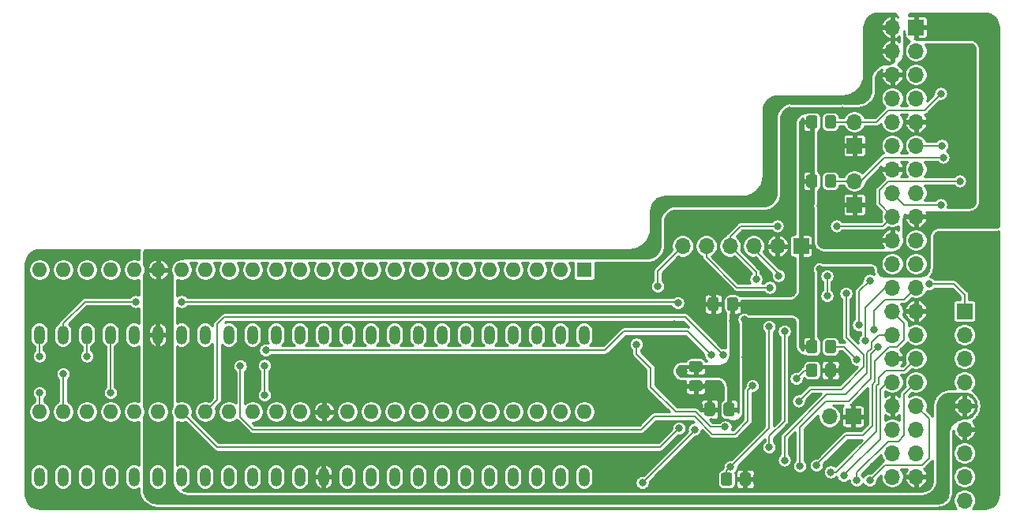
<source format=gbr>
%TF.GenerationSoftware,KiCad,Pcbnew,(5.1.9)-1*%
%TF.CreationDate,2021-05-22T07:09:12+01:00*%
%TF.ProjectId,RGBtoHDMI Amiga Denise DIP CPLD,52474274-6f48-4444-9d49-20416d696761,rev?*%
%TF.SameCoordinates,Original*%
%TF.FileFunction,Copper,L2,Bot*%
%TF.FilePolarity,Positive*%
%FSLAX46Y46*%
G04 Gerber Fmt 4.6, Leading zero omitted, Abs format (unit mm)*
G04 Created by KiCad (PCBNEW (5.1.9)-1) date 2021-05-22 07:09:12*
%MOMM*%
%LPD*%
G01*
G04 APERTURE LIST*
%TA.AperFunction,ComponentPad*%
%ADD10R,1.700000X1.700000*%
%TD*%
%TA.AperFunction,ComponentPad*%
%ADD11O,1.700000X1.700000*%
%TD*%
%TA.AperFunction,ComponentPad*%
%ADD12O,1.200000X2.000000*%
%TD*%
%TA.AperFunction,ComponentPad*%
%ADD13O,1.600000X1.600000*%
%TD*%
%TA.AperFunction,ComponentPad*%
%ADD14R,1.600000X1.600000*%
%TD*%
%TA.AperFunction,ViaPad*%
%ADD15C,0.800000*%
%TD*%
%TA.AperFunction,ViaPad*%
%ADD16C,1.000000*%
%TD*%
%TA.AperFunction,ViaPad*%
%ADD17C,1.200000*%
%TD*%
%TA.AperFunction,Conductor*%
%ADD18C,0.200000*%
%TD*%
%TA.AperFunction,Conductor*%
%ADD19C,0.254000*%
%TD*%
%TA.AperFunction,Conductor*%
%ADD20C,0.100000*%
%TD*%
G04 APERTURE END LIST*
D10*
%TO.P,FFOSD1,1*%
%TO.N,/CSYNC*%
X180086000Y-88900000D03*
D11*
%TO.P,FFOSD1,2*%
%TO.N,/OSD_DISPLAY_OUPUT*%
X180086000Y-91440000D03*
%TO.P,FFOSD1,3*%
%TO.N,/OSD_DISPLAY_ENABLE*%
X180086000Y-93980000D03*
%TO.P,FFOSD1,4*%
%TO.N,/OSD_DISPLAY_OUTPUT_BUFFERRED*%
X180086000Y-96520000D03*
%TO.P,FFOSD1,5*%
%TO.N,+5V*%
X180086000Y-99060000D03*
%TO.P,FFOSD1,6*%
%TO.N,GND*%
X180086000Y-101600000D03*
%TO.P,FFOSD1,7*%
%TO.N,/GPIO16*%
X180086000Y-104140000D03*
%TO.P,FFOSD1,8*%
%TO.N,/GPIO26*%
X180086000Y-106680000D03*
%TO.P,FFOSD1,9*%
%TO.N,/GPIO19*%
X180086000Y-109220000D03*
%TD*%
%TO.P,R7,2*%
%TO.N,/GPIO19*%
%TA.AperFunction,SMDPad,CuDef*%
G36*
G01*
X165119000Y-69030001D02*
X165119000Y-68129999D01*
G75*
G02*
X165368999Y-67880000I249999J0D01*
G01*
X166069001Y-67880000D01*
G75*
G02*
X166319000Y-68129999I0J-249999D01*
G01*
X166319000Y-69030001D01*
G75*
G02*
X166069001Y-69280000I-249999J0D01*
G01*
X165368999Y-69280000D01*
G75*
G02*
X165119000Y-69030001I0J249999D01*
G01*
G37*
%TD.AperFunction*%
%TO.P,R7,1*%
%TO.N,+3V3*%
%TA.AperFunction,SMDPad,CuDef*%
G36*
G01*
X163119000Y-69030001D02*
X163119000Y-68129999D01*
G75*
G02*
X163368999Y-67880000I249999J0D01*
G01*
X164069001Y-67880000D01*
G75*
G02*
X164319000Y-68129999I0J-249999D01*
G01*
X164319000Y-69030001D01*
G75*
G02*
X164069001Y-69280000I-249999J0D01*
G01*
X163368999Y-69280000D01*
G75*
G02*
X163119000Y-69030001I0J249999D01*
G01*
G37*
%TD.AperFunction*%
%TD*%
%TO.P,R6,2*%
%TO.N,/GPIO26*%
%TA.AperFunction,SMDPad,CuDef*%
G36*
G01*
X165119000Y-75380001D02*
X165119000Y-74479999D01*
G75*
G02*
X165368999Y-74230000I249999J0D01*
G01*
X166069001Y-74230000D01*
G75*
G02*
X166319000Y-74479999I0J-249999D01*
G01*
X166319000Y-75380001D01*
G75*
G02*
X166069001Y-75630000I-249999J0D01*
G01*
X165368999Y-75630000D01*
G75*
G02*
X165119000Y-75380001I0J249999D01*
G01*
G37*
%TD.AperFunction*%
%TO.P,R6,1*%
%TO.N,+3V3*%
%TA.AperFunction,SMDPad,CuDef*%
G36*
G01*
X163119000Y-75380001D02*
X163119000Y-74479999D01*
G75*
G02*
X163368999Y-74230000I249999J0D01*
G01*
X164069001Y-74230000D01*
G75*
G02*
X164319000Y-74479999I0J-249999D01*
G01*
X164319000Y-75380001D01*
G75*
G02*
X164069001Y-75630000I-249999J0D01*
G01*
X163368999Y-75630000D01*
G75*
G02*
X163119000Y-75380001I0J249999D01*
G01*
G37*
%TD.AperFunction*%
%TD*%
%TO.P,BT3,2*%
%TO.N,/GPIO19*%
X168275000Y-68580000D03*
D10*
%TO.P,BT3,1*%
%TO.N,GND*%
X168275000Y-71120000D03*
%TD*%
D11*
%TO.P,BT2,2*%
%TO.N,/GPIO26*%
X168275000Y-74930000D03*
D10*
%TO.P,BT2,1*%
%TO.N,GND*%
X168275000Y-77470000D03*
%TD*%
D11*
%TO.P,JTAG1,6*%
%TO.N,/CLKEN*%
X149860000Y-81915000D03*
%TO.P,JTAG1,5*%
%TO.N,/GPIO0*%
X152400000Y-81915000D03*
%TO.P,JTAG1,4*%
%TO.N,/GPIO24*%
X154940000Y-81915000D03*
%TO.P,JTAG1,3*%
%TO.N,/GPIO20*%
X157480000Y-81915000D03*
%TO.P,JTAG1,2*%
%TO.N,GND*%
X160020000Y-81915000D03*
D10*
%TO.P,JTAG1,1*%
%TO.N,+3V3*%
X162560000Y-81915000D03*
%TD*%
%TO.P,R3,2*%
%TO.N,GND*%
%TA.AperFunction,SMDPad,CuDef*%
G36*
G01*
X165119000Y-95700001D02*
X165119000Y-94799999D01*
G75*
G02*
X165368999Y-94550000I249999J0D01*
G01*
X166069001Y-94550000D01*
G75*
G02*
X166319000Y-94799999I0J-249999D01*
G01*
X166319000Y-95700001D01*
G75*
G02*
X166069001Y-95950000I-249999J0D01*
G01*
X165368999Y-95950000D01*
G75*
G02*
X165119000Y-95700001I0J249999D01*
G01*
G37*
%TD.AperFunction*%
%TO.P,R3,1*%
%TO.N,/DETECT*%
%TA.AperFunction,SMDPad,CuDef*%
G36*
G01*
X163119000Y-95700001D02*
X163119000Y-94799999D01*
G75*
G02*
X163368999Y-94550000I249999J0D01*
G01*
X164069001Y-94550000D01*
G75*
G02*
X164319000Y-94799999I0J-249999D01*
G01*
X164319000Y-95700001D01*
G75*
G02*
X164069001Y-95950000I-249999J0D01*
G01*
X163368999Y-95950000D01*
G75*
G02*
X163119000Y-95700001I0J249999D01*
G01*
G37*
%TD.AperFunction*%
%TD*%
%TO.P,R2,2*%
%TO.N,GND*%
%TA.AperFunction,SMDPad,CuDef*%
G36*
G01*
X155975000Y-107384001D02*
X155975000Y-106483999D01*
G75*
G02*
X156224999Y-106234000I249999J0D01*
G01*
X156925001Y-106234000D01*
G75*
G02*
X157175000Y-106483999I0J-249999D01*
G01*
X157175000Y-107384001D01*
G75*
G02*
X156925001Y-107634000I-249999J0D01*
G01*
X156224999Y-107634000D01*
G75*
G02*
X155975000Y-107384001I0J249999D01*
G01*
G37*
%TD.AperFunction*%
%TO.P,R2,1*%
%TO.N,/GPIO0*%
%TA.AperFunction,SMDPad,CuDef*%
G36*
G01*
X153975000Y-107384001D02*
X153975000Y-106483999D01*
G75*
G02*
X154224999Y-106234000I249999J0D01*
G01*
X154925001Y-106234000D01*
G75*
G02*
X155175000Y-106483999I0J-249999D01*
G01*
X155175000Y-107384001D01*
G75*
G02*
X154925001Y-107634000I-249999J0D01*
G01*
X154224999Y-107634000D01*
G75*
G02*
X153975000Y-107384001I0J249999D01*
G01*
G37*
%TD.AperFunction*%
%TD*%
%TO.P,R1,2*%
%TO.N,/GPIO16*%
%TA.AperFunction,SMDPad,CuDef*%
G36*
G01*
X165119000Y-93160001D02*
X165119000Y-92259999D01*
G75*
G02*
X165368999Y-92010000I249999J0D01*
G01*
X166069001Y-92010000D01*
G75*
G02*
X166319000Y-92259999I0J-249999D01*
G01*
X166319000Y-93160001D01*
G75*
G02*
X166069001Y-93410000I-249999J0D01*
G01*
X165368999Y-93410000D01*
G75*
G02*
X165119000Y-93160001I0J249999D01*
G01*
G37*
%TD.AperFunction*%
%TO.P,R1,1*%
%TO.N,+3V3*%
%TA.AperFunction,SMDPad,CuDef*%
G36*
G01*
X163119000Y-93160001D02*
X163119000Y-92259999D01*
G75*
G02*
X163368999Y-92010000I249999J0D01*
G01*
X164069001Y-92010000D01*
G75*
G02*
X164319000Y-92259999I0J-249999D01*
G01*
X164319000Y-93160001D01*
G75*
G02*
X164069001Y-93410000I-249999J0D01*
G01*
X163368999Y-93410000D01*
G75*
G02*
X163119000Y-93160001I0J249999D01*
G01*
G37*
%TD.AperFunction*%
%TD*%
%TO.P,C4,1*%
%TO.N,+3V3*%
%TA.AperFunction,SMDPad,CuDef*%
G36*
G01*
X150782000Y-94260000D02*
X151732000Y-94260000D01*
G75*
G02*
X151982000Y-94510000I0J-250000D01*
G01*
X151982000Y-95185000D01*
G75*
G02*
X151732000Y-95435000I-250000J0D01*
G01*
X150782000Y-95435000D01*
G75*
G02*
X150532000Y-95185000I0J250000D01*
G01*
X150532000Y-94510000D01*
G75*
G02*
X150782000Y-94260000I250000J0D01*
G01*
G37*
%TD.AperFunction*%
%TO.P,C4,2*%
%TO.N,GND*%
%TA.AperFunction,SMDPad,CuDef*%
G36*
G01*
X150782000Y-96335000D02*
X151732000Y-96335000D01*
G75*
G02*
X151982000Y-96585000I0J-250000D01*
G01*
X151982000Y-97260000D01*
G75*
G02*
X151732000Y-97510000I-250000J0D01*
G01*
X150782000Y-97510000D01*
G75*
G02*
X150532000Y-97260000I0J250000D01*
G01*
X150532000Y-96585000D01*
G75*
G02*
X150782000Y-96335000I250000J0D01*
G01*
G37*
%TD.AperFunction*%
%TD*%
%TO.P,C3,2*%
%TO.N,GND*%
%TA.AperFunction,SMDPad,CuDef*%
G36*
G01*
X153347000Y-98966000D02*
X153347000Y-99916000D01*
G75*
G02*
X153097000Y-100166000I-250000J0D01*
G01*
X152422000Y-100166000D01*
G75*
G02*
X152172000Y-99916000I0J250000D01*
G01*
X152172000Y-98966000D01*
G75*
G02*
X152422000Y-98716000I250000J0D01*
G01*
X153097000Y-98716000D01*
G75*
G02*
X153347000Y-98966000I0J-250000D01*
G01*
G37*
%TD.AperFunction*%
%TO.P,C3,1*%
%TO.N,+3V3*%
%TA.AperFunction,SMDPad,CuDef*%
G36*
G01*
X155422000Y-98966000D02*
X155422000Y-99916000D01*
G75*
G02*
X155172000Y-100166000I-250000J0D01*
G01*
X154497000Y-100166000D01*
G75*
G02*
X154247000Y-99916000I0J250000D01*
G01*
X154247000Y-98966000D01*
G75*
G02*
X154497000Y-98716000I250000J0D01*
G01*
X155172000Y-98716000D01*
G75*
G02*
X155422000Y-98966000I0J-250000D01*
G01*
G37*
%TD.AperFunction*%
%TD*%
%TO.P,C2,2*%
%TO.N,GND*%
%TA.AperFunction,SMDPad,CuDef*%
G36*
G01*
X153728000Y-87663000D02*
X153728000Y-88613000D01*
G75*
G02*
X153478000Y-88863000I-250000J0D01*
G01*
X152803000Y-88863000D01*
G75*
G02*
X152553000Y-88613000I0J250000D01*
G01*
X152553000Y-87663000D01*
G75*
G02*
X152803000Y-87413000I250000J0D01*
G01*
X153478000Y-87413000D01*
G75*
G02*
X153728000Y-87663000I0J-250000D01*
G01*
G37*
%TD.AperFunction*%
%TO.P,C2,1*%
%TO.N,+3V3*%
%TA.AperFunction,SMDPad,CuDef*%
G36*
G01*
X155803000Y-87663000D02*
X155803000Y-88613000D01*
G75*
G02*
X155553000Y-88863000I-250000J0D01*
G01*
X154878000Y-88863000D01*
G75*
G02*
X154628000Y-88613000I0J250000D01*
G01*
X154628000Y-87663000D01*
G75*
G02*
X154878000Y-87413000I250000J0D01*
G01*
X155553000Y-87413000D01*
G75*
G02*
X155803000Y-87663000I0J-250000D01*
G01*
G37*
%TD.AperFunction*%
%TD*%
D12*
%TO.P,U4,24*%
%TO.N,/B0*%
X80873600Y-91440000D03*
%TO.P,U4,25*%
%TO.N,/B1*%
X80873600Y-106680000D03*
%TO.P,U4,23*%
%TO.N,/R3*%
X83413600Y-91440000D03*
%TO.P,U4,26*%
%TO.N,/B2*%
X83413600Y-106680000D03*
%TO.P,U4,22*%
%TO.N,/R2*%
X85953600Y-91440000D03*
%TO.P,U4,27*%
%TO.N,/B3*%
X85953600Y-106680000D03*
%TO.P,U4,21*%
%TO.N,/R1*%
X88493600Y-91440000D03*
%TO.P,U4,28*%
%TO.N,/G0*%
X88493600Y-106680000D03*
%TO.P,U4,20*%
%TO.N,/R0*%
X91033600Y-91440000D03*
%TO.P,U4,29*%
%TO.N,/G1*%
X91033600Y-106680000D03*
%TO.P,U4,19*%
%TO.N,+5V*%
X93573600Y-91440000D03*
%TO.P,U4,30*%
%TO.N,/G2*%
X93573600Y-106680000D03*
%TO.P,U4,18*%
%TO.N,/BURST*%
X96113600Y-91440000D03*
%TO.P,U4,31*%
%TO.N,/G3*%
X96113600Y-106680000D03*
%TO.P,U4,17*%
%TO.N,/RGA1*%
X98653600Y-91440000D03*
%TO.P,U4,32*%
%TO.N,/CSYNC*%
X98653600Y-106680000D03*
%TO.P,U4,16*%
%TO.N,/RGA2*%
X101193600Y-91440000D03*
%TO.P,U4,33*%
%TO.N,/ZD*%
X101193600Y-106680000D03*
%TO.P,U4,15*%
%TO.N,/RGA3*%
X103733600Y-91440000D03*
%TO.P,U4,34*%
%TO.N,/NC*%
X103733600Y-106680000D03*
%TO.P,U4,14*%
%TO.N,/RGA4*%
X106273600Y-91440000D03*
%TO.P,U4,35*%
%TO.N,/7M*%
X106273600Y-106680000D03*
%TO.P,U4,13*%
%TO.N,/RGA5*%
X108813600Y-91440000D03*
%TO.P,U4,36*%
%TO.N,/CCK*%
X108813600Y-106680000D03*
%TO.P,U4,12*%
%TO.N,/RGA6*%
X111353600Y-91440000D03*
%TO.P,U4,37*%
%TO.N,GND*%
X111353600Y-106680000D03*
%TO.P,U4,11*%
%TO.N,/RGA7*%
X113893600Y-91440000D03*
%TO.P,U4,38*%
%TO.N,/M0V*%
X113893600Y-106680000D03*
%TO.P,U4,10*%
%TO.N,/RGA8*%
X116433600Y-91440000D03*
%TO.P,U4,39*%
%TO.N,/M1V*%
X116433600Y-106680000D03*
%TO.P,U4,9*%
%TO.N,/M0H*%
X118973600Y-91440000D03*
%TO.P,U4,40*%
%TO.N,/D15*%
X118973600Y-106680000D03*
%TO.P,U4,8*%
%TO.N,/M1H*%
X121513600Y-91440000D03*
%TO.P,U4,41*%
%TO.N,/D14*%
X121513600Y-106680000D03*
%TO.P,U4,7*%
%TO.N,/D0*%
X124053600Y-91440000D03*
%TO.P,U4,42*%
%TO.N,/D13*%
X124053600Y-106680000D03*
%TO.P,U4,6*%
%TO.N,/D1*%
X126593600Y-91440000D03*
%TO.P,U4,43*%
%TO.N,/D12*%
X126593600Y-106680000D03*
%TO.P,U4,5*%
%TO.N,/D2*%
X129133600Y-91440000D03*
%TO.P,U4,44*%
%TO.N,/D11*%
X129133600Y-106680000D03*
%TO.P,U4,4*%
%TO.N,/D3*%
X131673600Y-91440000D03*
%TO.P,U4,45*%
%TO.N,/D10*%
X131673600Y-106680000D03*
%TO.P,U4,3*%
%TO.N,/D4*%
X134213600Y-91440000D03*
%TO.P,U4,46*%
%TO.N,/D9*%
X134213600Y-106680000D03*
%TO.P,U4,2*%
%TO.N,/D5*%
X136753600Y-91440000D03*
%TO.P,U4,47*%
%TO.N,/D8*%
X136753600Y-106680000D03*
%TO.P,U4,1*%
%TO.N,/D6*%
X139293600Y-91440000D03*
%TO.P,U4,48*%
%TO.N,/D7*%
X139293600Y-106680000D03*
%TD*%
D11*
%TO.P,J1,40*%
%TO.N,/GPIO21*%
X172339000Y-106680000D03*
%TO.P,J1,39*%
%TO.N,GND*%
X174879000Y-106680000D03*
%TO.P,J1,38*%
%TO.N,/GPIO20*%
X172339000Y-104140000D03*
%TO.P,J1,37*%
%TO.N,/GPIO26*%
X174879000Y-104140000D03*
%TO.P,J1,36*%
%TO.N,/GPIO16*%
X172339000Y-101600000D03*
%TO.P,J1,35*%
%TO.N,/GPIO19*%
X174879000Y-101600000D03*
%TO.P,J1,34*%
%TO.N,GND*%
X172339000Y-99060000D03*
%TO.P,J1,33*%
%TO.N,/GPIO13*%
X174879000Y-99060000D03*
%TO.P,J1,32*%
%TO.N,/GPIO12*%
X172339000Y-96520000D03*
%TO.P,J1,31*%
%TO.N,/GPIO6*%
X174879000Y-96520000D03*
%TO.P,J1,30*%
%TO.N,GND*%
X172339000Y-93980000D03*
%TO.P,J1,29*%
%TO.N,/GPIO5*%
X174879000Y-93980000D03*
%TO.P,J1,28*%
%TO.N,/CLKEN*%
X172339000Y-91440000D03*
%TO.P,J1,27*%
%TO.N,/GPIO0*%
X174879000Y-91440000D03*
%TO.P,J1,26*%
%TO.N,/GPIO7*%
X172339000Y-88900000D03*
%TO.P,J1,25*%
%TO.N,GND*%
X174879000Y-88900000D03*
%TO.P,J1,24*%
%TO.N,/GPIO8*%
X172339000Y-86360000D03*
%TO.P,J1,23*%
%TO.N,/GPIO11*%
X174879000Y-86360000D03*
%TO.P,J1,22*%
%TO.N,/GPIO25*%
X172339000Y-83820000D03*
%TO.P,J1,21*%
%TO.N,/GPIO9*%
X174879000Y-83820000D03*
%TO.P,J1,20*%
%TO.N,GND*%
X172339000Y-81280000D03*
%TO.P,J1,19*%
%TO.N,/GPIO10*%
X174879000Y-81280000D03*
%TO.P,J1,18*%
%TO.N,/GPIO24*%
X172339000Y-78740000D03*
%TO.P,J1,17*%
%TO.N,+3V3*%
X174879000Y-78740000D03*
%TO.P,J1,16*%
%TO.N,/GPIO23*%
X172339000Y-76200000D03*
%TO.P,J1,15*%
%TO.N,/GPIO22*%
X174879000Y-76200000D03*
%TO.P,J1,14*%
%TO.N,GND*%
X172339000Y-73660000D03*
%TO.P,J1,13*%
%TO.N,/GPIO27*%
X174879000Y-73660000D03*
%TO.P,J1,12*%
%TO.N,/GPIO18*%
X172339000Y-71120000D03*
%TO.P,J1,11*%
%TO.N,/GPIO17*%
X174879000Y-71120000D03*
%TO.P,J1,10*%
%TO.N,/GPIO15*%
X172339000Y-68580000D03*
%TO.P,J1,9*%
%TO.N,GND*%
X174879000Y-68580000D03*
%TO.P,J1,8*%
%TO.N,/GPIO14*%
X172339000Y-66040000D03*
%TO.P,J1,7*%
%TO.N,/GPIO4*%
X174879000Y-66040000D03*
%TO.P,J1,6*%
%TO.N,GND*%
X172339000Y-63500000D03*
%TO.P,J1,5*%
%TO.N,/GPIO3*%
X174879000Y-63500000D03*
%TO.P,J1,4*%
%TO.N,+5V*%
X172339000Y-60960000D03*
%TO.P,J1,3*%
%TO.N,/GPIO2*%
X174879000Y-60960000D03*
%TO.P,J1,2*%
%TO.N,+5V*%
X172339000Y-58420000D03*
D10*
%TO.P,J1,1*%
%TO.N,+3V3*%
X174879000Y-58420000D03*
%TD*%
D13*
%TO.P,U3,48*%
%TO.N,/D7*%
X139315000Y-99695000D03*
%TO.P,U3,24*%
%TO.N,/B0*%
X80895000Y-84455000D03*
%TO.P,U3,47*%
%TO.N,/D8*%
X136775000Y-99695000D03*
%TO.P,U3,23*%
%TO.N,/R3*%
X83435000Y-84455000D03*
%TO.P,U3,46*%
%TO.N,/D9*%
X134235000Y-99695000D03*
%TO.P,U3,22*%
%TO.N,/R2*%
X85975000Y-84455000D03*
%TO.P,U3,45*%
%TO.N,/D10*%
X131695000Y-99695000D03*
%TO.P,U3,21*%
%TO.N,/R1*%
X88515000Y-84455000D03*
%TO.P,U3,44*%
%TO.N,/D11*%
X129155000Y-99695000D03*
%TO.P,U3,20*%
%TO.N,/R0*%
X91055000Y-84455000D03*
%TO.P,U3,43*%
%TO.N,/D12*%
X126615000Y-99695000D03*
%TO.P,U3,19*%
%TO.N,+5V*%
X93595000Y-84455000D03*
%TO.P,U3,42*%
%TO.N,/D13*%
X124075000Y-99695000D03*
%TO.P,U3,18*%
%TO.N,/BURST*%
X96135000Y-84455000D03*
%TO.P,U3,41*%
%TO.N,/D14*%
X121535000Y-99695000D03*
%TO.P,U3,17*%
%TO.N,/RGA1*%
X98675000Y-84455000D03*
%TO.P,U3,40*%
%TO.N,/D15*%
X118995000Y-99695000D03*
%TO.P,U3,16*%
%TO.N,/RGA2*%
X101215000Y-84455000D03*
%TO.P,U3,39*%
%TO.N,/M1V*%
X116455000Y-99695000D03*
%TO.P,U3,15*%
%TO.N,/RGA3*%
X103755000Y-84455000D03*
%TO.P,U3,38*%
%TO.N,/M0V*%
X113915000Y-99695000D03*
%TO.P,U3,14*%
%TO.N,/RGA4*%
X106295000Y-84455000D03*
%TO.P,U3,37*%
%TO.N,GND*%
X111375000Y-99695000D03*
%TO.P,U3,13*%
%TO.N,/RGA5*%
X108835000Y-84455000D03*
%TO.P,U3,36*%
%TO.N,/CCK*%
X108835000Y-99695000D03*
%TO.P,U3,12*%
%TO.N,/RGA6*%
X111375000Y-84455000D03*
%TO.P,U3,35*%
%TO.N,/7M*%
X106295000Y-99695000D03*
%TO.P,U3,11*%
%TO.N,/RGA7*%
X113915000Y-84455000D03*
%TO.P,U3,34*%
%TO.N,/NC*%
X103755000Y-99695000D03*
%TO.P,U3,10*%
%TO.N,/RGA8*%
X116455000Y-84455000D03*
%TO.P,U3,33*%
%TO.N,/ZD*%
X101215000Y-99695000D03*
%TO.P,U3,9*%
%TO.N,/M0H*%
X118995000Y-84455000D03*
%TO.P,U3,32*%
%TO.N,/CSYNC*%
X98675000Y-99695000D03*
%TO.P,U3,8*%
%TO.N,/M1H*%
X121535000Y-84455000D03*
%TO.P,U3,31*%
%TO.N,/G3*%
X96135000Y-99695000D03*
%TO.P,U3,7*%
%TO.N,/D0*%
X124075000Y-84455000D03*
%TO.P,U3,30*%
%TO.N,/G2*%
X93595000Y-99695000D03*
%TO.P,U3,6*%
%TO.N,/D1*%
X126615000Y-84455000D03*
%TO.P,U3,29*%
%TO.N,/G1*%
X91055000Y-99695000D03*
%TO.P,U3,5*%
%TO.N,/D2*%
X129155000Y-84455000D03*
%TO.P,U3,28*%
%TO.N,/G0*%
X88515000Y-99695000D03*
%TO.P,U3,4*%
%TO.N,/D3*%
X131695000Y-84455000D03*
%TO.P,U3,27*%
%TO.N,/B3*%
X85975000Y-99695000D03*
%TO.P,U3,3*%
%TO.N,/D4*%
X134235000Y-84455000D03*
%TO.P,U3,26*%
%TO.N,/B2*%
X83435000Y-99695000D03*
%TO.P,U3,2*%
%TO.N,/D5*%
X136775000Y-84455000D03*
%TO.P,U3,25*%
%TO.N,/B1*%
X80895000Y-99695000D03*
D14*
%TO.P,U3,1*%
%TO.N,/D6*%
X139315000Y-84455000D03*
%TD*%
D11*
%TO.P,BT1,2*%
%TO.N,/GPIO16*%
X165608000Y-100203000D03*
D10*
%TO.P,BT1,1*%
%TO.N,GND*%
X168148000Y-100203000D03*
%TD*%
D15*
%TO.N,GND*%
X152654000Y-106299000D03*
X149860000Y-96901000D03*
X152019000Y-88138000D03*
X156210000Y-85344000D03*
X148590000Y-106426000D03*
X146939000Y-104521000D03*
X140843000Y-104775000D03*
X161036000Y-86360000D03*
X152781000Y-98171000D03*
X156591000Y-93853000D03*
X158115000Y-90297000D03*
X179705000Y-61087000D03*
X180975000Y-62230000D03*
X166878000Y-95250000D03*
X161607500Y-97536000D03*
X152908000Y-86868000D03*
X170307000Y-105537000D03*
X91186000Y-89281000D03*
X96139000Y-89281000D03*
X163449000Y-102806500D03*
X167767000Y-103251000D03*
X143764000Y-105029000D03*
X138049000Y-104775000D03*
X132969000Y-104775000D03*
X130429000Y-104775000D03*
X127889000Y-104775000D03*
X125349000Y-104775000D03*
X122809000Y-104775000D03*
X120269000Y-104775000D03*
X117729000Y-104775000D03*
X115189000Y-104775000D03*
X112649000Y-104775000D03*
X109982000Y-104775000D03*
X107569000Y-104775000D03*
X105029000Y-104775000D03*
X102489000Y-104775000D03*
X99949000Y-104775000D03*
X97409000Y-104775000D03*
X89789000Y-102235000D03*
X87249000Y-102235000D03*
X84709000Y-102235000D03*
X82169000Y-102235000D03*
X82169000Y-109220000D03*
X84709000Y-109220000D03*
X84709000Y-97663000D03*
X82550000Y-93726000D03*
X80010000Y-95631000D03*
X82042000Y-86995000D03*
X84709000Y-86868000D03*
X87249000Y-86868000D03*
X87249000Y-88900000D03*
X79883000Y-86995000D03*
X80010000Y-102235000D03*
X79883000Y-109220000D03*
X80137000Y-82931000D03*
X82169000Y-82931000D03*
X84709000Y-82931000D03*
X87249000Y-82931000D03*
X89789000Y-82931000D03*
X99949000Y-86868000D03*
X102489000Y-86868000D03*
X105029000Y-86868000D03*
X107569000Y-86868000D03*
X110109000Y-86868000D03*
X112649000Y-86868000D03*
X115189000Y-86868000D03*
X117729000Y-86868000D03*
X120269000Y-86868000D03*
X122809000Y-86868000D03*
X125349000Y-86868000D03*
X127889000Y-86868000D03*
X130429000Y-86868000D03*
X132842000Y-86868000D03*
X135509000Y-86868000D03*
X138049000Y-86868000D03*
X138049000Y-88646000D03*
X135509000Y-88646000D03*
X132842000Y-88646000D03*
X130429000Y-88646000D03*
X127889000Y-88646000D03*
X125349000Y-88646000D03*
X122809000Y-88646000D03*
X120269000Y-88646000D03*
X117729000Y-88646000D03*
X115189000Y-88646000D03*
X112649000Y-88646000D03*
X110109000Y-88646000D03*
X107569000Y-88646000D03*
X105029000Y-88646000D03*
X102489000Y-88646000D03*
X99949000Y-88646000D03*
X102489000Y-102489000D03*
X105029000Y-102489000D03*
X107569000Y-102489000D03*
X109982000Y-102489000D03*
X112649000Y-102489000D03*
X115189000Y-102489000D03*
X117729000Y-102489000D03*
X120269000Y-102489000D03*
X122809000Y-102489000D03*
X125349000Y-102489000D03*
X127889000Y-102489000D03*
X130429000Y-102489000D03*
X132969000Y-102489000D03*
X135509000Y-102489000D03*
X138049000Y-102489000D03*
X145669000Y-99441000D03*
X142494000Y-99441000D03*
X140843000Y-102489000D03*
X143764000Y-102489000D03*
X146558000Y-102489000D03*
X140208000Y-86868000D03*
X140208000Y-88773000D03*
X142113000Y-90678000D03*
X148971000Y-90297000D03*
X151130000Y-84328000D03*
X149860000Y-80010000D03*
X152400000Y-80010000D03*
X165989000Y-89027000D03*
X182499000Y-104140000D03*
X182245000Y-106680000D03*
X148844000Y-85090000D03*
X161671000Y-103378000D03*
X165989000Y-105029000D03*
X107569000Y-97917000D03*
X109982000Y-97917000D03*
X112649000Y-97917000D03*
X115189000Y-97917000D03*
X117729000Y-97917000D03*
X120269000Y-97917000D03*
X122809000Y-97917000D03*
X125349000Y-97917000D03*
X127889000Y-97917000D03*
X130429000Y-97917000D03*
X132969000Y-97917000D03*
X135509000Y-97917000D03*
X138049000Y-97917000D03*
X140843000Y-97917000D03*
X161671000Y-90043000D03*
X161544000Y-93599000D03*
X177546000Y-90170000D03*
X171069000Y-64770000D03*
X161671000Y-99441000D03*
X164846000Y-80518000D03*
X168910000Y-81026000D03*
X135509000Y-104775000D03*
X168783000Y-85547200D03*
X166497000Y-84709000D03*
X164846000Y-90424000D03*
X152527000Y-96901000D03*
X151638000Y-99060000D03*
X152082500Y-105473500D03*
X162687000Y-97028000D03*
X158877000Y-84963000D03*
X156464000Y-89789000D03*
X165735000Y-96520000D03*
X149796500Y-98679000D03*
X157797500Y-98107500D03*
X156718000Y-96012000D03*
X157797500Y-100330000D03*
X147002500Y-92265500D03*
X146748500Y-107950000D03*
X143129000Y-107886500D03*
X149606000Y-107759500D03*
X165100000Y-102616000D03*
X143319500Y-92900500D03*
X149669500Y-93789500D03*
X164528500Y-84391500D03*
X167957500Y-81788000D03*
X165671500Y-81470500D03*
X151257000Y-78740000D03*
X153924000Y-78803500D03*
X161290000Y-76200000D03*
X161290000Y-74930000D03*
X161290000Y-73660000D03*
X161290000Y-72390000D03*
X161290000Y-71120000D03*
X161290000Y-69850000D03*
X161290000Y-68580000D03*
X161290000Y-67310000D03*
X164592000Y-77597000D03*
X169545000Y-67310000D03*
X167005000Y-67310000D03*
X86995000Y-97663000D03*
X81915000Y-95631000D03*
X84455000Y-93726000D03*
X82042000Y-88900000D03*
X79883000Y-88900000D03*
X91186000Y-86614000D03*
X96139000Y-86741000D03*
X89789000Y-104775000D03*
X80010000Y-104775000D03*
X87249000Y-104775000D03*
X84709000Y-104775000D03*
X82169000Y-104775000D03*
X90678000Y-97663000D03*
X89789000Y-92964000D03*
X97409000Y-102489000D03*
X99949000Y-101854000D03*
X179578000Y-72898000D03*
X179959000Y-68834000D03*
X179832000Y-83312000D03*
X180721000Y-81026000D03*
X177800000Y-73660000D03*
X177546000Y-69723000D03*
X177546000Y-66929000D03*
X179959000Y-66294000D03*
X176911000Y-63500000D03*
X179197000Y-63500000D03*
X177546000Y-95250000D03*
X177546000Y-92710000D03*
X179832000Y-85217000D03*
X182753000Y-109093000D03*
D16*
%TO.N,+3V3*%
X180975000Y-57785000D03*
X182372000Y-59055000D03*
X177292000Y-58420000D03*
X179578000Y-59055000D03*
X155257500Y-97866518D03*
X155321000Y-89915998D03*
X149860000Y-95377000D03*
X182372000Y-69088000D03*
D15*
%TO.N,/GPIO20*%
X159146000Y-103490000D03*
X160782000Y-91059000D03*
X160147000Y-85090000D03*
%TO.N,/GPIO26*%
X177800000Y-72390000D03*
%TO.N,/GPIO16*%
X168552968Y-94118184D03*
%TO.N,/GPIO13*%
X169926000Y-107061000D03*
%TO.N,/GPIO12*%
X167132000Y-106553000D03*
%TO.N,/GPIO6*%
X168529000Y-107077247D03*
%TO.N,/GPIO5*%
X165735000Y-106172000D03*
%TO.N,/GPIO0*%
X170818011Y-92752789D03*
X162433000Y-105537000D03*
X159131000Y-90551000D03*
X159194500Y-86360000D03*
X155003498Y-105600502D03*
%TO.N,/GPIO7*%
X164211002Y-105451957D03*
%TO.N,/GPIO8*%
X169418000Y-92075000D03*
%TO.N,/GPIO11*%
X170371879Y-90870010D03*
%TO.N,/GPIO9*%
X168742092Y-90376270D03*
X169926000Y-85598000D03*
%TO.N,/GPIO10*%
X162306000Y-98552000D03*
X167386000Y-86995000D03*
%TO.N,/GPIO24*%
X160020000Y-79756000D03*
X166369999Y-79756000D03*
X157734000Y-85471000D03*
X179578000Y-74930000D03*
%TO.N,/GPIO23*%
X177545998Y-77470000D03*
%TO.N,/GPIO17*%
X177673000Y-71120004D03*
%TO.N,/GPIO4*%
X165354000Y-87249000D03*
X165354004Y-85140800D03*
%TO.N,/GPIO19*%
X177546000Y-65532000D03*
%TO.N,/CLKEN*%
X160782000Y-104902002D03*
X144907000Y-92456000D03*
X154421013Y-101335013D03*
X147193000Y-86233000D03*
%TO.N,/B0*%
X157353000Y-96921828D03*
X102425500Y-94805500D03*
X80899000Y-93726000D03*
%TO.N,/R3*%
X91186000Y-87884000D03*
X96139000Y-87884002D03*
X149352004Y-88011000D03*
%TO.N,/R2*%
X85979000Y-93726002D03*
%TO.N,/R1*%
X88519000Y-97663000D03*
%TO.N,/R0*%
X105156000Y-93091000D03*
X152908000Y-93599000D03*
%TO.N,/G3*%
X149479000Y-101473000D03*
%TO.N,/G2*%
X105029000Y-94742000D03*
X105029008Y-97917000D03*
%TO.N,/B3*%
X145542000Y-107315000D03*
X151130000Y-101600000D03*
%TO.N,/B2*%
X83439014Y-95631000D03*
%TO.N,/B1*%
X80899000Y-97663000D03*
%TO.N,/DETECT*%
X162052004Y-96139000D03*
D17*
%TO.N,+5V*%
X170307000Y-60960000D03*
D15*
%TO.N,/CSYNC*%
X154178000Y-93599000D03*
X176318979Y-85979000D03*
%TD*%
D18*
%TO.N,/GPIO20*%
X160782000Y-100711000D02*
X160782000Y-91059000D01*
X159146000Y-103490000D02*
X159146000Y-102347000D01*
X159146000Y-102347000D02*
X160782000Y-100711000D01*
X160147000Y-84899500D02*
X160147000Y-85090000D01*
X157480000Y-82232500D02*
X160147000Y-84899500D01*
X157480000Y-81915000D02*
X157480000Y-82232500D01*
%TO.N,/GPIO26*%
X165608000Y-74930000D02*
X168291000Y-74930000D01*
X177234315Y-72390000D02*
X177800000Y-72390000D01*
X168910000Y-74930000D02*
X171450000Y-72390000D01*
X171450000Y-72390000D02*
X177234315Y-72390000D01*
%TO.N,/GPIO16*%
X165465000Y-92710000D02*
X167144784Y-92710000D01*
X167144784Y-92710000D02*
X168552968Y-94118184D01*
%TO.N,/GPIO13*%
X175514000Y-105410000D02*
X171577000Y-105410000D01*
X176276000Y-104648000D02*
X175514000Y-105410000D01*
X174879000Y-99060000D02*
X176276000Y-100457000D01*
X176276000Y-100457000D02*
X176276000Y-104648000D01*
X171577000Y-105410000D02*
X169926000Y-107061000D01*
%TO.N,/GPIO12*%
X167531999Y-106153001D02*
X167132000Y-106553000D01*
X171069000Y-102616000D02*
X167531999Y-106153001D01*
X171831000Y-96520000D02*
X171069000Y-97282000D01*
X172339000Y-96520000D02*
X171831000Y-96520000D01*
X171069000Y-97282000D02*
X171069000Y-102616000D01*
%TO.N,/GPIO6*%
X168529000Y-106241315D02*
X168529000Y-107077247D01*
X172974000Y-102870000D02*
X171900315Y-102870000D01*
X173609000Y-102235000D02*
X172974000Y-102870000D01*
X171900315Y-102870000D02*
X168529000Y-106241315D01*
X173609000Y-97790000D02*
X173609000Y-102235000D01*
X174879000Y-96520000D02*
X173609000Y-97790000D01*
%TO.N,/GPIO5*%
X170853022Y-96031011D02*
X170853022Y-96735978D01*
X170668989Y-101803696D02*
X166300685Y-106172000D01*
X170668989Y-96920011D02*
X170668989Y-101803696D01*
X171634033Y-95250000D02*
X170853022Y-96031011D01*
X173609000Y-95250000D02*
X171634033Y-95250000D01*
X174879000Y-93980000D02*
X173609000Y-95250000D01*
X170853022Y-96735978D02*
X170668989Y-96920011D01*
X166300685Y-106172000D02*
X165735000Y-106172000D01*
%TO.N,/GPIO0*%
X165227000Y-98552000D02*
X162433000Y-101346000D01*
X170053000Y-96139000D02*
X167640000Y-98552000D01*
X170053000Y-93517800D02*
X170053000Y-96139000D01*
X170818011Y-92752789D02*
X170053000Y-93517800D01*
X162433000Y-101346000D02*
X162433000Y-105537000D01*
X167640000Y-98552000D02*
X165227000Y-98552000D01*
X155642919Y-86360000D02*
X159194500Y-86360000D01*
X152400000Y-81915000D02*
X152400000Y-83117081D01*
X152400000Y-83117081D02*
X155642919Y-86360000D01*
X154559000Y-106045000D02*
X155003498Y-105600502D01*
X154559000Y-106680000D02*
X154559000Y-106045000D01*
X159131000Y-90551000D02*
X159131000Y-101473000D01*
X159131000Y-101473000D02*
X155003498Y-105600502D01*
%TO.N,/GPIO7*%
X167372322Y-102235000D02*
X164211002Y-105396320D01*
X170180000Y-101219000D02*
X169164000Y-102235000D01*
X170180000Y-96776900D02*
X170180000Y-101219000D01*
X170453011Y-96503889D02*
X170180000Y-96776900D01*
X170453011Y-94234993D02*
X170453011Y-96503889D01*
X171978004Y-92710000D02*
X170453011Y-94234993D01*
X164211002Y-105396320D02*
X164211002Y-105451957D01*
X172847000Y-92710000D02*
X171978004Y-92710000D01*
X173609000Y-91948000D02*
X172847000Y-92710000D01*
X169164000Y-102235000D02*
X167372322Y-102235000D01*
X173609000Y-90170000D02*
X173609000Y-91948000D01*
X172339000Y-88900000D02*
X173609000Y-90170000D01*
%TO.N,/GPIO8*%
X169442093Y-92050907D02*
X169418000Y-92075000D01*
X169442093Y-88494907D02*
X169442093Y-92050907D01*
X171577000Y-86360000D02*
X169442093Y-88494907D01*
X172339000Y-86360000D02*
X171577000Y-86360000D01*
%TO.N,/GPIO11*%
X171577000Y-87630000D02*
X170371879Y-88835121D01*
X174879000Y-86360000D02*
X173609000Y-87630000D01*
X170371879Y-88835121D02*
X170371879Y-90870010D01*
X173609000Y-87630000D02*
X171577000Y-87630000D01*
%TO.N,/GPIO9*%
X168742092Y-86781908D02*
X169926000Y-85598000D01*
X168742092Y-90376270D02*
X168742092Y-86781908D01*
%TO.N,/GPIO10*%
X167386000Y-91714002D02*
X167386000Y-86995000D01*
X169252978Y-93580980D02*
X167386000Y-91714002D01*
X169252978Y-94907022D02*
X169252978Y-93580980D01*
X166878000Y-97282000D02*
X169252978Y-94907022D01*
X163576000Y-97282000D02*
X166878000Y-97282000D01*
X162306000Y-98552000D02*
X163576000Y-97282000D01*
%TO.N,/GPIO24*%
X172339000Y-78740000D02*
X171323000Y-79756000D01*
X171323000Y-79756000D02*
X166369999Y-79756000D01*
X157734000Y-84709000D02*
X157734000Y-85471000D01*
X154940000Y-81915000D02*
X157734000Y-84709000D01*
X156083000Y-79756000D02*
X160020000Y-79756000D01*
X154940000Y-80899000D02*
X156083000Y-79756000D01*
X154940000Y-81915000D02*
X154940000Y-80899000D01*
X171906998Y-74930000D02*
X179578000Y-74930000D01*
X172339000Y-78740000D02*
X170942000Y-77343000D01*
X170942000Y-77343000D02*
X170942000Y-75894998D01*
X170942000Y-75894998D02*
X171906998Y-74930000D01*
%TO.N,/GPIO23*%
X172339000Y-76200000D02*
X173609000Y-77470000D01*
X173609000Y-77470000D02*
X177545998Y-77470000D01*
%TO.N,/GPIO17*%
X174879000Y-71120000D02*
X177672996Y-71120000D01*
X177672996Y-71120000D02*
X177673000Y-71120004D01*
%TO.N,/GPIO4*%
X165354000Y-87249000D02*
X165354000Y-85140804D01*
X165354000Y-85140804D02*
X165354004Y-85140800D01*
%TO.N,/GPIO19*%
X165608000Y-68580000D02*
X168291000Y-68580000D01*
X175768000Y-67310000D02*
X177546000Y-65532000D01*
X171906998Y-67310000D02*
X175768000Y-67310000D01*
X170636998Y-68580000D02*
X171906998Y-67310000D01*
X168275000Y-68580000D02*
X170636998Y-68580000D01*
%TO.N,/CLKEN*%
X170118001Y-92246999D02*
X170118001Y-92887099D01*
X170118001Y-92887099D02*
X169652989Y-93352111D01*
X167366989Y-97809011D02*
X165334989Y-97809011D01*
X170925000Y-91440000D02*
X170118001Y-92246999D01*
X169652989Y-95523011D02*
X167366989Y-97809011D01*
X160782000Y-102362000D02*
X160782000Y-104902002D01*
X172339000Y-91440000D02*
X170925000Y-91440000D01*
X169652989Y-93352111D02*
X169652989Y-95523011D01*
X165334989Y-97809011D02*
X160782000Y-102362000D01*
X151257000Y-99695000D02*
X152897013Y-101335013D01*
X149098000Y-99695000D02*
X151257000Y-99695000D01*
X146431000Y-97028000D02*
X149098000Y-99695000D01*
X146431000Y-94996000D02*
X146431000Y-97028000D01*
X144907000Y-93472000D02*
X146431000Y-94996000D01*
X152897013Y-101335013D02*
X154421013Y-101335013D01*
X144907000Y-92456000D02*
X144907000Y-93472000D01*
X149860000Y-81915000D02*
X147193000Y-84582000D01*
X147193000Y-84582000D02*
X147193000Y-86233000D01*
%TO.N,/B0*%
X80873600Y-91440000D02*
X80873600Y-93700600D01*
X80873600Y-93700600D02*
X80899000Y-93726000D01*
X155448000Y-102108000D02*
X156845000Y-100711000D01*
X156845000Y-97429828D02*
X157353000Y-96921828D01*
X153035000Y-102108000D02*
X155448000Y-102108000D01*
X146812000Y-100203000D02*
X151130000Y-100203000D01*
X151130000Y-100203000D02*
X153035000Y-102108000D01*
X145415000Y-101600000D02*
X146812000Y-100203000D01*
X103759000Y-101600000D02*
X145415000Y-101600000D01*
X156845000Y-100711000D02*
X156845000Y-97429828D01*
X102425500Y-100266500D02*
X103759000Y-101600000D01*
X102425500Y-94805500D02*
X102425500Y-100266500D01*
%TO.N,/R3*%
X83413600Y-91440000D02*
X83413600Y-90240000D01*
X83413600Y-90240000D02*
X85769600Y-87884000D01*
X85769600Y-87884000D02*
X91186000Y-87884000D01*
X149225006Y-87884002D02*
X149352004Y-88011000D01*
X96139000Y-87884002D02*
X149225006Y-87884002D01*
%TO.N,/R2*%
X85953600Y-91440000D02*
X85953600Y-93700602D01*
X85953600Y-93700602D02*
X85979000Y-93726002D01*
%TO.N,/R1*%
X88493600Y-91440000D02*
X88493600Y-97637600D01*
X88493600Y-97637600D02*
X88519000Y-97663000D01*
%TO.N,/R0*%
X141536499Y-93091000D02*
X143568499Y-91059000D01*
X105156000Y-93091000D02*
X141536499Y-93091000D01*
X143568499Y-91059000D02*
X150368000Y-91059000D01*
X150368000Y-91059000D02*
X152908000Y-93599000D01*
%TO.N,/G3*%
X147447000Y-103505000D02*
X149479000Y-101473000D01*
X99945000Y-103505000D02*
X147447000Y-103505000D01*
X96135000Y-99695000D02*
X99945000Y-103505000D01*
%TO.N,/G2*%
X105029000Y-94742000D02*
X105029000Y-97916992D01*
X105029000Y-97916992D02*
X105029008Y-97917000D01*
%TO.N,/B3*%
X145542000Y-107315000D02*
X151130000Y-101727000D01*
X151130000Y-101727000D02*
X151130000Y-101600000D01*
%TO.N,/B2*%
X83435000Y-99695000D02*
X83435000Y-95635014D01*
X83435000Y-95635014D02*
X83439014Y-95631000D01*
%TO.N,/B1*%
X80895000Y-99695000D02*
X80895000Y-97667000D01*
X80895000Y-97667000D02*
X80899000Y-97663000D01*
%TO.N,/DETECT*%
X163465000Y-95250000D02*
X162941004Y-95250000D01*
X162941004Y-95250000D02*
X162052004Y-96139000D01*
%TO.N,/CSYNC*%
X98675000Y-99695000D02*
X99949000Y-98421000D01*
X99949000Y-98421000D02*
X99949000Y-90297000D01*
X99949000Y-90297000D02*
X100711000Y-89535000D01*
X150114000Y-89535000D02*
X154178000Y-93599000D01*
X100711000Y-89535000D02*
X150114000Y-89535000D01*
X178943000Y-85979000D02*
X176318979Y-85979000D01*
X180086000Y-87122000D02*
X178943000Y-85979000D01*
X180086000Y-88900000D02*
X180086000Y-87122000D01*
%TD*%
D19*
%TO.N,GND*%
X183744001Y-108565137D02*
X183713543Y-108875775D01*
X183629094Y-109155484D01*
X183491926Y-109413458D01*
X183307267Y-109639873D01*
X183082141Y-109826114D01*
X182825130Y-109965078D01*
X182546024Y-110051476D01*
X182236582Y-110084000D01*
X180962897Y-110084000D01*
X181042180Y-110004717D01*
X181176898Y-109803097D01*
X181269693Y-109579069D01*
X181317000Y-109341243D01*
X181317000Y-109098757D01*
X181269693Y-108860931D01*
X181176898Y-108636903D01*
X181042180Y-108435283D01*
X180870717Y-108263820D01*
X180669097Y-108129102D01*
X180445069Y-108036307D01*
X180207243Y-107989000D01*
X179964757Y-107989000D01*
X179726931Y-108036307D01*
X179502903Y-108129102D01*
X179301283Y-108263820D01*
X179129820Y-108435283D01*
X178995102Y-108636903D01*
X178902307Y-108860931D01*
X178855000Y-109098757D01*
X178855000Y-109341243D01*
X178902307Y-109579069D01*
X178995102Y-109803097D01*
X179129820Y-110004717D01*
X179209103Y-110084000D01*
X80918853Y-110084000D01*
X80608225Y-110053543D01*
X80328516Y-109969094D01*
X80070542Y-109831926D01*
X79844127Y-109647267D01*
X79657886Y-109422141D01*
X79518922Y-109165130D01*
X79432524Y-108886024D01*
X79400000Y-108576582D01*
X79400000Y-106231814D01*
X79892600Y-106231814D01*
X79892600Y-107128187D01*
X79906796Y-107272310D01*
X79962890Y-107457229D01*
X80053983Y-107627651D01*
X80176573Y-107777028D01*
X80325950Y-107899618D01*
X80496372Y-107990711D01*
X80681291Y-108046805D01*
X80873600Y-108065746D01*
X81065910Y-108046805D01*
X81250829Y-107990711D01*
X81421251Y-107899618D01*
X81570628Y-107777028D01*
X81693218Y-107627651D01*
X81784311Y-107457229D01*
X81840405Y-107272309D01*
X81854600Y-107128186D01*
X81854600Y-106231814D01*
X82432600Y-106231814D01*
X82432600Y-107128187D01*
X82446796Y-107272310D01*
X82502890Y-107457229D01*
X82593983Y-107627651D01*
X82716573Y-107777028D01*
X82865950Y-107899618D01*
X83036372Y-107990711D01*
X83221291Y-108046805D01*
X83413600Y-108065746D01*
X83605910Y-108046805D01*
X83790829Y-107990711D01*
X83961251Y-107899618D01*
X84110628Y-107777028D01*
X84233218Y-107627651D01*
X84324311Y-107457229D01*
X84380405Y-107272309D01*
X84394600Y-107128186D01*
X84394600Y-106231814D01*
X84972600Y-106231814D01*
X84972600Y-107128187D01*
X84986796Y-107272310D01*
X85042890Y-107457229D01*
X85133983Y-107627651D01*
X85256573Y-107777028D01*
X85405950Y-107899618D01*
X85576372Y-107990711D01*
X85761291Y-108046805D01*
X85953600Y-108065746D01*
X86145910Y-108046805D01*
X86330829Y-107990711D01*
X86501251Y-107899618D01*
X86650628Y-107777028D01*
X86773218Y-107627651D01*
X86864311Y-107457229D01*
X86920405Y-107272309D01*
X86934600Y-107128186D01*
X86934600Y-106231814D01*
X87512600Y-106231814D01*
X87512600Y-107128187D01*
X87526796Y-107272310D01*
X87582890Y-107457229D01*
X87673983Y-107627651D01*
X87796573Y-107777028D01*
X87945950Y-107899618D01*
X88116372Y-107990711D01*
X88301291Y-108046805D01*
X88493600Y-108065746D01*
X88685910Y-108046805D01*
X88870829Y-107990711D01*
X89041251Y-107899618D01*
X89190628Y-107777028D01*
X89313218Y-107627651D01*
X89404311Y-107457229D01*
X89460405Y-107272309D01*
X89474600Y-107128186D01*
X89474600Y-106231813D01*
X89460405Y-106087690D01*
X89404311Y-105902771D01*
X89313218Y-105732349D01*
X89190628Y-105582972D01*
X89041251Y-105460382D01*
X88870828Y-105369289D01*
X88685909Y-105313195D01*
X88493600Y-105294254D01*
X88301290Y-105313195D01*
X88116371Y-105369289D01*
X87945949Y-105460382D01*
X87796572Y-105582972D01*
X87673982Y-105732349D01*
X87582889Y-105902772D01*
X87526795Y-106087691D01*
X87512600Y-106231814D01*
X86934600Y-106231814D01*
X86934600Y-106231813D01*
X86920405Y-106087690D01*
X86864311Y-105902771D01*
X86773218Y-105732349D01*
X86650628Y-105582972D01*
X86501251Y-105460382D01*
X86330828Y-105369289D01*
X86145909Y-105313195D01*
X85953600Y-105294254D01*
X85761290Y-105313195D01*
X85576371Y-105369289D01*
X85405949Y-105460382D01*
X85256572Y-105582972D01*
X85133982Y-105732349D01*
X85042889Y-105902772D01*
X84986795Y-106087691D01*
X84972600Y-106231814D01*
X84394600Y-106231814D01*
X84394600Y-106231813D01*
X84380405Y-106087690D01*
X84324311Y-105902771D01*
X84233218Y-105732349D01*
X84110628Y-105582972D01*
X83961251Y-105460382D01*
X83790828Y-105369289D01*
X83605909Y-105313195D01*
X83413600Y-105294254D01*
X83221290Y-105313195D01*
X83036371Y-105369289D01*
X82865949Y-105460382D01*
X82716572Y-105582972D01*
X82593982Y-105732349D01*
X82502889Y-105902772D01*
X82446795Y-106087691D01*
X82432600Y-106231814D01*
X81854600Y-106231814D01*
X81854600Y-106231813D01*
X81840405Y-106087690D01*
X81784311Y-105902771D01*
X81693218Y-105732349D01*
X81570628Y-105582972D01*
X81421251Y-105460382D01*
X81250828Y-105369289D01*
X81065909Y-105313195D01*
X80873600Y-105294254D01*
X80681290Y-105313195D01*
X80496371Y-105369289D01*
X80325949Y-105460382D01*
X80176572Y-105582972D01*
X80053982Y-105732349D01*
X79962889Y-105902772D01*
X79906795Y-106087691D01*
X79892600Y-106231814D01*
X79400000Y-106231814D01*
X79400000Y-99578682D01*
X79714000Y-99578682D01*
X79714000Y-99811318D01*
X79759386Y-100039485D01*
X79848412Y-100254413D01*
X79977658Y-100447843D01*
X80142157Y-100612342D01*
X80335587Y-100741588D01*
X80550515Y-100830614D01*
X80778682Y-100876000D01*
X81011318Y-100876000D01*
X81239485Y-100830614D01*
X81454413Y-100741588D01*
X81647843Y-100612342D01*
X81812342Y-100447843D01*
X81941588Y-100254413D01*
X82030614Y-100039485D01*
X82076000Y-99811318D01*
X82076000Y-99578682D01*
X82254000Y-99578682D01*
X82254000Y-99811318D01*
X82299386Y-100039485D01*
X82388412Y-100254413D01*
X82517658Y-100447843D01*
X82682157Y-100612342D01*
X82875587Y-100741588D01*
X83090515Y-100830614D01*
X83318682Y-100876000D01*
X83551318Y-100876000D01*
X83779485Y-100830614D01*
X83994413Y-100741588D01*
X84187843Y-100612342D01*
X84352342Y-100447843D01*
X84481588Y-100254413D01*
X84570614Y-100039485D01*
X84616000Y-99811318D01*
X84616000Y-99578682D01*
X84794000Y-99578682D01*
X84794000Y-99811318D01*
X84839386Y-100039485D01*
X84928412Y-100254413D01*
X85057658Y-100447843D01*
X85222157Y-100612342D01*
X85415587Y-100741588D01*
X85630515Y-100830614D01*
X85858682Y-100876000D01*
X86091318Y-100876000D01*
X86319485Y-100830614D01*
X86534413Y-100741588D01*
X86727843Y-100612342D01*
X86892342Y-100447843D01*
X87021588Y-100254413D01*
X87110614Y-100039485D01*
X87156000Y-99811318D01*
X87156000Y-99578682D01*
X87334000Y-99578682D01*
X87334000Y-99811318D01*
X87379386Y-100039485D01*
X87468412Y-100254413D01*
X87597658Y-100447843D01*
X87762157Y-100612342D01*
X87955587Y-100741588D01*
X88170515Y-100830614D01*
X88398682Y-100876000D01*
X88631318Y-100876000D01*
X88859485Y-100830614D01*
X89074413Y-100741588D01*
X89267843Y-100612342D01*
X89432342Y-100447843D01*
X89561588Y-100254413D01*
X89650614Y-100039485D01*
X89696000Y-99811318D01*
X89696000Y-99578682D01*
X89650614Y-99350515D01*
X89561588Y-99135587D01*
X89432342Y-98942157D01*
X89267843Y-98777658D01*
X89074413Y-98648412D01*
X88859485Y-98559386D01*
X88631318Y-98514000D01*
X88398682Y-98514000D01*
X88170515Y-98559386D01*
X87955587Y-98648412D01*
X87762157Y-98777658D01*
X87597658Y-98942157D01*
X87468412Y-99135587D01*
X87379386Y-99350515D01*
X87334000Y-99578682D01*
X87156000Y-99578682D01*
X87110614Y-99350515D01*
X87021588Y-99135587D01*
X86892342Y-98942157D01*
X86727843Y-98777658D01*
X86534413Y-98648412D01*
X86319485Y-98559386D01*
X86091318Y-98514000D01*
X85858682Y-98514000D01*
X85630515Y-98559386D01*
X85415587Y-98648412D01*
X85222157Y-98777658D01*
X85057658Y-98942157D01*
X84928412Y-99135587D01*
X84839386Y-99350515D01*
X84794000Y-99578682D01*
X84616000Y-99578682D01*
X84570614Y-99350515D01*
X84481588Y-99135587D01*
X84352342Y-98942157D01*
X84187843Y-98777658D01*
X83994413Y-98648412D01*
X83916000Y-98615932D01*
X83916000Y-96251589D01*
X83936873Y-96237642D01*
X84045656Y-96128859D01*
X84131127Y-96000942D01*
X84190001Y-95858809D01*
X84220014Y-95707922D01*
X84220014Y-95554078D01*
X84190001Y-95403191D01*
X84131127Y-95261058D01*
X84045656Y-95133141D01*
X83936873Y-95024358D01*
X83808956Y-94938887D01*
X83666823Y-94880013D01*
X83515936Y-94850000D01*
X83362092Y-94850000D01*
X83211205Y-94880013D01*
X83069072Y-94938887D01*
X82941155Y-95024358D01*
X82832372Y-95133141D01*
X82746901Y-95261058D01*
X82688027Y-95403191D01*
X82658014Y-95554078D01*
X82658014Y-95707922D01*
X82688027Y-95858809D01*
X82746901Y-96000942D01*
X82832372Y-96128859D01*
X82941155Y-96237642D01*
X82954001Y-96246225D01*
X82954000Y-98615932D01*
X82875587Y-98648412D01*
X82682157Y-98777658D01*
X82517658Y-98942157D01*
X82388412Y-99135587D01*
X82299386Y-99350515D01*
X82254000Y-99578682D01*
X82076000Y-99578682D01*
X82030614Y-99350515D01*
X81941588Y-99135587D01*
X81812342Y-98942157D01*
X81647843Y-98777658D01*
X81454413Y-98648412D01*
X81376000Y-98615932D01*
X81376000Y-98283579D01*
X81396859Y-98269642D01*
X81505642Y-98160859D01*
X81591113Y-98032942D01*
X81649987Y-97890809D01*
X81680000Y-97739922D01*
X81680000Y-97586078D01*
X81649987Y-97435191D01*
X81591113Y-97293058D01*
X81505642Y-97165141D01*
X81396859Y-97056358D01*
X81268942Y-96970887D01*
X81126809Y-96912013D01*
X80975922Y-96882000D01*
X80822078Y-96882000D01*
X80671191Y-96912013D01*
X80529058Y-96970887D01*
X80401141Y-97056358D01*
X80292358Y-97165141D01*
X80206887Y-97293058D01*
X80148013Y-97435191D01*
X80118000Y-97586078D01*
X80118000Y-97739922D01*
X80148013Y-97890809D01*
X80206887Y-98032942D01*
X80292358Y-98160859D01*
X80401141Y-98269642D01*
X80414001Y-98278235D01*
X80414001Y-98615932D01*
X80335587Y-98648412D01*
X80142157Y-98777658D01*
X79977658Y-98942157D01*
X79848412Y-99135587D01*
X79759386Y-99350515D01*
X79714000Y-99578682D01*
X79400000Y-99578682D01*
X79400000Y-90991814D01*
X79892600Y-90991814D01*
X79892600Y-91888187D01*
X79906796Y-92032310D01*
X79962890Y-92217229D01*
X80053983Y-92387651D01*
X80176573Y-92537028D01*
X80325950Y-92659618D01*
X80392601Y-92695244D01*
X80392601Y-93127898D01*
X80292358Y-93228141D01*
X80206887Y-93356058D01*
X80148013Y-93498191D01*
X80118000Y-93649078D01*
X80118000Y-93802922D01*
X80148013Y-93953809D01*
X80206887Y-94095942D01*
X80292358Y-94223859D01*
X80401141Y-94332642D01*
X80529058Y-94418113D01*
X80671191Y-94476987D01*
X80822078Y-94507000D01*
X80975922Y-94507000D01*
X81126809Y-94476987D01*
X81268942Y-94418113D01*
X81396859Y-94332642D01*
X81505642Y-94223859D01*
X81591113Y-94095942D01*
X81649987Y-93953809D01*
X81680000Y-93802922D01*
X81680000Y-93649078D01*
X81649987Y-93498191D01*
X81591113Y-93356058D01*
X81505642Y-93228141D01*
X81396859Y-93119358D01*
X81354600Y-93091122D01*
X81354600Y-92695244D01*
X81421251Y-92659618D01*
X81570628Y-92537028D01*
X81693218Y-92387651D01*
X81784311Y-92217229D01*
X81840405Y-92032309D01*
X81854600Y-91888186D01*
X81854600Y-90991813D01*
X81840405Y-90847690D01*
X81784311Y-90662771D01*
X81693218Y-90492349D01*
X81570628Y-90342972D01*
X81421251Y-90220382D01*
X81250828Y-90129289D01*
X81065909Y-90073195D01*
X80873600Y-90054254D01*
X80681290Y-90073195D01*
X80496371Y-90129289D01*
X80325949Y-90220382D01*
X80176572Y-90342972D01*
X80053982Y-90492349D01*
X79962889Y-90662772D01*
X79906795Y-90847691D01*
X79892600Y-90991814D01*
X79400000Y-90991814D01*
X79400000Y-84338682D01*
X79714000Y-84338682D01*
X79714000Y-84571318D01*
X79759386Y-84799485D01*
X79848412Y-85014413D01*
X79977658Y-85207843D01*
X80142157Y-85372342D01*
X80335587Y-85501588D01*
X80550515Y-85590614D01*
X80778682Y-85636000D01*
X81011318Y-85636000D01*
X81239485Y-85590614D01*
X81454413Y-85501588D01*
X81647843Y-85372342D01*
X81812342Y-85207843D01*
X81941588Y-85014413D01*
X82030614Y-84799485D01*
X82076000Y-84571318D01*
X82076000Y-84338682D01*
X82254000Y-84338682D01*
X82254000Y-84571318D01*
X82299386Y-84799485D01*
X82388412Y-85014413D01*
X82517658Y-85207843D01*
X82682157Y-85372342D01*
X82875587Y-85501588D01*
X83090515Y-85590614D01*
X83318682Y-85636000D01*
X83551318Y-85636000D01*
X83779485Y-85590614D01*
X83994413Y-85501588D01*
X84187843Y-85372342D01*
X84352342Y-85207843D01*
X84481588Y-85014413D01*
X84570614Y-84799485D01*
X84616000Y-84571318D01*
X84616000Y-84338682D01*
X84794000Y-84338682D01*
X84794000Y-84571318D01*
X84839386Y-84799485D01*
X84928412Y-85014413D01*
X85057658Y-85207843D01*
X85222157Y-85372342D01*
X85415587Y-85501588D01*
X85630515Y-85590614D01*
X85858682Y-85636000D01*
X86091318Y-85636000D01*
X86319485Y-85590614D01*
X86534413Y-85501588D01*
X86727843Y-85372342D01*
X86892342Y-85207843D01*
X87021588Y-85014413D01*
X87110614Y-84799485D01*
X87156000Y-84571318D01*
X87156000Y-84338682D01*
X87334000Y-84338682D01*
X87334000Y-84571318D01*
X87379386Y-84799485D01*
X87468412Y-85014413D01*
X87597658Y-85207843D01*
X87762157Y-85372342D01*
X87955587Y-85501588D01*
X88170515Y-85590614D01*
X88398682Y-85636000D01*
X88631318Y-85636000D01*
X88859485Y-85590614D01*
X89074413Y-85501588D01*
X89267843Y-85372342D01*
X89432342Y-85207843D01*
X89561588Y-85014413D01*
X89650614Y-84799485D01*
X89696000Y-84571318D01*
X89696000Y-84338682D01*
X89650614Y-84110515D01*
X89561588Y-83895587D01*
X89432342Y-83702157D01*
X89267843Y-83537658D01*
X89074413Y-83408412D01*
X88859485Y-83319386D01*
X88631318Y-83274000D01*
X88398682Y-83274000D01*
X88170515Y-83319386D01*
X87955587Y-83408412D01*
X87762157Y-83537658D01*
X87597658Y-83702157D01*
X87468412Y-83895587D01*
X87379386Y-84110515D01*
X87334000Y-84338682D01*
X87156000Y-84338682D01*
X87110614Y-84110515D01*
X87021588Y-83895587D01*
X86892342Y-83702157D01*
X86727843Y-83537658D01*
X86534413Y-83408412D01*
X86319485Y-83319386D01*
X86091318Y-83274000D01*
X85858682Y-83274000D01*
X85630515Y-83319386D01*
X85415587Y-83408412D01*
X85222157Y-83537658D01*
X85057658Y-83702157D01*
X84928412Y-83895587D01*
X84839386Y-84110515D01*
X84794000Y-84338682D01*
X84616000Y-84338682D01*
X84570614Y-84110515D01*
X84481588Y-83895587D01*
X84352342Y-83702157D01*
X84187843Y-83537658D01*
X83994413Y-83408412D01*
X83779485Y-83319386D01*
X83551318Y-83274000D01*
X83318682Y-83274000D01*
X83090515Y-83319386D01*
X82875587Y-83408412D01*
X82682157Y-83537658D01*
X82517658Y-83702157D01*
X82388412Y-83895587D01*
X82299386Y-84110515D01*
X82254000Y-84338682D01*
X82076000Y-84338682D01*
X82030614Y-84110515D01*
X81941588Y-83895587D01*
X81812342Y-83702157D01*
X81647843Y-83537658D01*
X81454413Y-83408412D01*
X81239485Y-83319386D01*
X81011318Y-83274000D01*
X80778682Y-83274000D01*
X80550515Y-83319386D01*
X80335587Y-83408412D01*
X80142157Y-83537658D01*
X79977658Y-83702157D01*
X79848412Y-83895587D01*
X79759386Y-84110515D01*
X79714000Y-84338682D01*
X79400000Y-84338682D01*
X79400000Y-83839853D01*
X79430457Y-83529224D01*
X79514905Y-83249519D01*
X79652074Y-82991542D01*
X79836735Y-82765125D01*
X80061856Y-82578889D01*
X80318870Y-82439922D01*
X80597976Y-82353524D01*
X80907418Y-82321000D01*
X91628502Y-82321000D01*
X91595994Y-82456405D01*
X91586641Y-82515456D01*
X91568174Y-82750108D01*
X91567000Y-82780000D01*
X91567000Y-83388773D01*
X91399485Y-83319386D01*
X91171318Y-83274000D01*
X90938682Y-83274000D01*
X90710515Y-83319386D01*
X90495587Y-83408412D01*
X90302157Y-83537658D01*
X90137658Y-83702157D01*
X90008412Y-83895587D01*
X89919386Y-84110515D01*
X89874000Y-84338682D01*
X89874000Y-84571318D01*
X89919386Y-84799485D01*
X90008412Y-85014413D01*
X90137658Y-85207843D01*
X90302157Y-85372342D01*
X90495587Y-85501588D01*
X90710515Y-85590614D01*
X90938682Y-85636000D01*
X91171318Y-85636000D01*
X91399485Y-85590614D01*
X91567000Y-85521227D01*
X91567000Y-87199276D01*
X91555942Y-87191887D01*
X91413809Y-87133013D01*
X91262922Y-87103000D01*
X91109078Y-87103000D01*
X90958191Y-87133013D01*
X90816058Y-87191887D01*
X90688141Y-87277358D01*
X90579358Y-87386141D01*
X90568093Y-87403000D01*
X85793226Y-87403000D01*
X85769599Y-87400673D01*
X85675307Y-87409960D01*
X85665286Y-87413000D01*
X85584639Y-87437464D01*
X85501078Y-87482128D01*
X85427836Y-87542236D01*
X85412775Y-87560588D01*
X83090189Y-89883175D01*
X83071837Y-89898236D01*
X83056776Y-89916588D01*
X83011729Y-89971478D01*
X82967065Y-90055039D01*
X82939560Y-90145708D01*
X82935887Y-90182999D01*
X82865949Y-90220382D01*
X82716572Y-90342972D01*
X82593982Y-90492349D01*
X82502889Y-90662772D01*
X82446795Y-90847691D01*
X82432600Y-90991814D01*
X82432600Y-91888187D01*
X82446796Y-92032310D01*
X82502890Y-92217229D01*
X82593983Y-92387651D01*
X82716573Y-92537028D01*
X82865950Y-92659618D01*
X83036372Y-92750711D01*
X83221291Y-92806805D01*
X83413600Y-92825746D01*
X83605910Y-92806805D01*
X83790829Y-92750711D01*
X83961251Y-92659618D01*
X84110628Y-92537028D01*
X84233218Y-92387651D01*
X84324311Y-92217229D01*
X84380405Y-92032309D01*
X84394600Y-91888186D01*
X84394600Y-90991814D01*
X84972600Y-90991814D01*
X84972600Y-91888187D01*
X84986796Y-92032310D01*
X85042890Y-92217229D01*
X85133983Y-92387651D01*
X85256573Y-92537028D01*
X85405950Y-92659618D01*
X85472601Y-92695244D01*
X85472601Y-93127900D01*
X85372358Y-93228143D01*
X85286887Y-93356060D01*
X85228013Y-93498193D01*
X85198000Y-93649080D01*
X85198000Y-93802924D01*
X85228013Y-93953811D01*
X85286887Y-94095944D01*
X85372358Y-94223861D01*
X85481141Y-94332644D01*
X85609058Y-94418115D01*
X85751191Y-94476989D01*
X85902078Y-94507002D01*
X86055922Y-94507002D01*
X86206809Y-94476989D01*
X86348942Y-94418115D01*
X86476859Y-94332644D01*
X86585642Y-94223861D01*
X86671113Y-94095944D01*
X86729987Y-93953811D01*
X86760000Y-93802924D01*
X86760000Y-93649080D01*
X86729987Y-93498193D01*
X86671113Y-93356060D01*
X86585642Y-93228143D01*
X86476859Y-93119360D01*
X86434600Y-93091124D01*
X86434600Y-92695244D01*
X86501251Y-92659618D01*
X86650628Y-92537028D01*
X86773218Y-92387651D01*
X86864311Y-92217229D01*
X86920405Y-92032309D01*
X86934600Y-91888186D01*
X86934600Y-90991814D01*
X87512600Y-90991814D01*
X87512600Y-91888187D01*
X87526796Y-92032310D01*
X87582890Y-92217229D01*
X87673983Y-92387651D01*
X87796573Y-92537028D01*
X87945950Y-92659618D01*
X88012600Y-92695243D01*
X88012601Y-97064898D01*
X87912358Y-97165141D01*
X87826887Y-97293058D01*
X87768013Y-97435191D01*
X87738000Y-97586078D01*
X87738000Y-97739922D01*
X87768013Y-97890809D01*
X87826887Y-98032942D01*
X87912358Y-98160859D01*
X88021141Y-98269642D01*
X88149058Y-98355113D01*
X88291191Y-98413987D01*
X88442078Y-98444000D01*
X88595922Y-98444000D01*
X88746809Y-98413987D01*
X88888942Y-98355113D01*
X89016859Y-98269642D01*
X89125642Y-98160859D01*
X89211113Y-98032942D01*
X89269987Y-97890809D01*
X89300000Y-97739922D01*
X89300000Y-97586078D01*
X89269987Y-97435191D01*
X89211113Y-97293058D01*
X89125642Y-97165141D01*
X89016859Y-97056358D01*
X88974600Y-97028122D01*
X88974600Y-92695244D01*
X89041251Y-92659618D01*
X89190628Y-92537028D01*
X89313218Y-92387651D01*
X89404311Y-92217229D01*
X89460405Y-92032309D01*
X89474600Y-91888186D01*
X89474600Y-90991813D01*
X89460405Y-90847690D01*
X89404311Y-90662771D01*
X89313218Y-90492349D01*
X89190628Y-90342972D01*
X89041251Y-90220382D01*
X88870828Y-90129289D01*
X88685909Y-90073195D01*
X88493600Y-90054254D01*
X88301290Y-90073195D01*
X88116371Y-90129289D01*
X87945949Y-90220382D01*
X87796572Y-90342972D01*
X87673982Y-90492349D01*
X87582889Y-90662772D01*
X87526795Y-90847691D01*
X87512600Y-90991814D01*
X86934600Y-90991814D01*
X86934600Y-90991813D01*
X86920405Y-90847690D01*
X86864311Y-90662771D01*
X86773218Y-90492349D01*
X86650628Y-90342972D01*
X86501251Y-90220382D01*
X86330828Y-90129289D01*
X86145909Y-90073195D01*
X85953600Y-90054254D01*
X85761290Y-90073195D01*
X85576371Y-90129289D01*
X85405949Y-90220382D01*
X85256572Y-90342972D01*
X85133982Y-90492349D01*
X85042889Y-90662772D01*
X84986795Y-90847691D01*
X84972600Y-90991814D01*
X84394600Y-90991814D01*
X84394600Y-90991813D01*
X84380405Y-90847690D01*
X84324311Y-90662771D01*
X84233218Y-90492349D01*
X84110628Y-90342972D01*
X84044848Y-90288988D01*
X85968837Y-88365000D01*
X90568093Y-88365000D01*
X90579358Y-88381859D01*
X90688141Y-88490642D01*
X90816058Y-88576113D01*
X90958191Y-88634987D01*
X91109078Y-88665000D01*
X91262922Y-88665000D01*
X91413809Y-88634987D01*
X91555942Y-88576113D01*
X91567000Y-88568724D01*
X91567000Y-90212765D01*
X91410828Y-90129289D01*
X91225909Y-90073195D01*
X91033600Y-90054254D01*
X90841290Y-90073195D01*
X90656371Y-90129289D01*
X90485949Y-90220382D01*
X90336572Y-90342972D01*
X90213982Y-90492349D01*
X90122889Y-90662772D01*
X90066795Y-90847691D01*
X90052600Y-90991814D01*
X90052600Y-91888187D01*
X90066796Y-92032310D01*
X90122890Y-92217229D01*
X90213983Y-92387651D01*
X90336573Y-92537028D01*
X90485950Y-92659618D01*
X90656372Y-92750711D01*
X90841291Y-92806805D01*
X91033600Y-92825746D01*
X91225910Y-92806805D01*
X91410829Y-92750711D01*
X91567000Y-92667235D01*
X91567000Y-98628773D01*
X91399485Y-98559386D01*
X91171318Y-98514000D01*
X90938682Y-98514000D01*
X90710515Y-98559386D01*
X90495587Y-98648412D01*
X90302157Y-98777658D01*
X90137658Y-98942157D01*
X90008412Y-99135587D01*
X89919386Y-99350515D01*
X89874000Y-99578682D01*
X89874000Y-99811318D01*
X89919386Y-100039485D01*
X90008412Y-100254413D01*
X90137658Y-100447843D01*
X90302157Y-100612342D01*
X90495587Y-100741588D01*
X90710515Y-100830614D01*
X90938682Y-100876000D01*
X91171318Y-100876000D01*
X91399485Y-100830614D01*
X91567000Y-100761227D01*
X91567000Y-105452765D01*
X91410828Y-105369289D01*
X91225909Y-105313195D01*
X91033600Y-105294254D01*
X90841290Y-105313195D01*
X90656371Y-105369289D01*
X90485949Y-105460382D01*
X90336572Y-105582972D01*
X90213982Y-105732349D01*
X90122889Y-105902772D01*
X90066795Y-106087691D01*
X90052600Y-106231814D01*
X90052600Y-107128187D01*
X90066796Y-107272310D01*
X90122890Y-107457229D01*
X90213983Y-107627651D01*
X90336573Y-107777028D01*
X90485950Y-107899618D01*
X90656372Y-107990711D01*
X90841291Y-108046805D01*
X91033600Y-108065746D01*
X91225910Y-108046805D01*
X91410829Y-107990711D01*
X91567000Y-107907235D01*
X91567000Y-108101000D01*
X91568174Y-108130892D01*
X91586641Y-108365544D01*
X91595994Y-108424595D01*
X91650942Y-108653468D01*
X91669417Y-108710327D01*
X91759492Y-108927788D01*
X91786635Y-108981059D01*
X91909620Y-109181751D01*
X91944760Y-109230118D01*
X92097625Y-109409100D01*
X92139900Y-109451375D01*
X92318882Y-109604240D01*
X92367249Y-109639380D01*
X92567941Y-109762365D01*
X92621212Y-109789508D01*
X92838673Y-109879583D01*
X92895532Y-109898058D01*
X93124405Y-109953006D01*
X93183456Y-109962359D01*
X93418108Y-109980826D01*
X93448000Y-109982000D01*
X177292000Y-109982000D01*
X177329344Y-109980165D01*
X177552332Y-109958203D01*
X177625588Y-109943632D01*
X177840007Y-109878588D01*
X177909008Y-109850007D01*
X178106618Y-109744383D01*
X178168721Y-109702887D01*
X178341927Y-109560740D01*
X178394740Y-109507927D01*
X178536887Y-109334721D01*
X178578383Y-109272618D01*
X178684007Y-109075008D01*
X178712588Y-109006007D01*
X178777632Y-108791588D01*
X178792203Y-108718332D01*
X178814165Y-108495344D01*
X178816000Y-108458000D01*
X178816000Y-106558757D01*
X178855000Y-106558757D01*
X178855000Y-106801243D01*
X178902307Y-107039069D01*
X178995102Y-107263097D01*
X179129820Y-107464717D01*
X179301283Y-107636180D01*
X179502903Y-107770898D01*
X179726931Y-107863693D01*
X179964757Y-107911000D01*
X180207243Y-107911000D01*
X180445069Y-107863693D01*
X180669097Y-107770898D01*
X180870717Y-107636180D01*
X181042180Y-107464717D01*
X181176898Y-107263097D01*
X181269693Y-107039069D01*
X181317000Y-106801243D01*
X181317000Y-106558757D01*
X181269693Y-106320931D01*
X181176898Y-106096903D01*
X181042180Y-105895283D01*
X180870717Y-105723820D01*
X180669097Y-105589102D01*
X180445069Y-105496307D01*
X180207243Y-105449000D01*
X179964757Y-105449000D01*
X179726931Y-105496307D01*
X179502903Y-105589102D01*
X179301283Y-105723820D01*
X179129820Y-105895283D01*
X178995102Y-106096903D01*
X178902307Y-106320931D01*
X178855000Y-106558757D01*
X178816000Y-106558757D01*
X178816000Y-104018757D01*
X178855000Y-104018757D01*
X178855000Y-104261243D01*
X178902307Y-104499069D01*
X178995102Y-104723097D01*
X179129820Y-104924717D01*
X179301283Y-105096180D01*
X179502903Y-105230898D01*
X179726931Y-105323693D01*
X179964757Y-105371000D01*
X180207243Y-105371000D01*
X180445069Y-105323693D01*
X180669097Y-105230898D01*
X180870717Y-105096180D01*
X181042180Y-104924717D01*
X181176898Y-104723097D01*
X181269693Y-104499069D01*
X181317000Y-104261243D01*
X181317000Y-104018757D01*
X181269693Y-103780931D01*
X181176898Y-103556903D01*
X181042180Y-103355283D01*
X180870717Y-103183820D01*
X180669097Y-103049102D01*
X180445069Y-102956307D01*
X180207243Y-102909000D01*
X179964757Y-102909000D01*
X179726931Y-102956307D01*
X179502903Y-103049102D01*
X179301283Y-103183820D01*
X179129820Y-103355283D01*
X178995102Y-103556903D01*
X178902307Y-103780931D01*
X178855000Y-104018757D01*
X178816000Y-104018757D01*
X178816000Y-102098975D01*
X178830941Y-101909132D01*
X178871889Y-101738572D01*
X178876681Y-101727002D01*
X178957372Y-101727002D01*
X178896511Y-101916980D01*
X178920866Y-101997288D01*
X179020761Y-102216961D01*
X179161592Y-102412924D01*
X179337948Y-102577647D01*
X179543051Y-102704799D01*
X179769019Y-102789495D01*
X179959000Y-102729187D01*
X179959000Y-101727000D01*
X180213000Y-101727000D01*
X180213000Y-102729187D01*
X180402981Y-102789495D01*
X180628949Y-102704799D01*
X180834052Y-102577647D01*
X181010408Y-102412924D01*
X181151239Y-102216961D01*
X181251134Y-101997288D01*
X181275489Y-101916980D01*
X181214627Y-101727000D01*
X180213000Y-101727000D01*
X179959000Y-101727000D01*
X179939000Y-101727000D01*
X179939000Y-101473000D01*
X179959000Y-101473000D01*
X179959000Y-101453000D01*
X180213000Y-101453000D01*
X180213000Y-101473000D01*
X181214627Y-101473000D01*
X181275489Y-101283020D01*
X181251134Y-101202712D01*
X181151239Y-100983039D01*
X181010408Y-100787076D01*
X180925068Y-100707365D01*
X181063751Y-100622380D01*
X181112118Y-100587240D01*
X181291100Y-100434375D01*
X181333375Y-100392100D01*
X181486240Y-100213118D01*
X181521380Y-100164751D01*
X181644365Y-99964059D01*
X181671508Y-99910788D01*
X181761583Y-99693327D01*
X181780058Y-99636468D01*
X181835006Y-99407595D01*
X181844359Y-99348544D01*
X181862826Y-99113892D01*
X181864000Y-99084000D01*
X181864000Y-99060000D01*
X181862782Y-99029565D01*
X181843880Y-98793696D01*
X181834186Y-98733601D01*
X181777961Y-98503752D01*
X181758821Y-98445970D01*
X181666710Y-98228009D01*
X181638612Y-98174012D01*
X181512965Y-97973501D01*
X181476625Y-97924667D01*
X181320649Y-97746726D01*
X181276996Y-97704302D01*
X181094672Y-97553472D01*
X181044822Y-97518544D01*
X180908468Y-97438429D01*
X181042180Y-97304717D01*
X181176898Y-97103097D01*
X181269693Y-96879069D01*
X181317000Y-96641243D01*
X181317000Y-96398757D01*
X181269693Y-96160931D01*
X181176898Y-95936903D01*
X181042180Y-95735283D01*
X180870717Y-95563820D01*
X180669097Y-95429102D01*
X180445069Y-95336307D01*
X180207243Y-95289000D01*
X179964757Y-95289000D01*
X179726931Y-95336307D01*
X179502903Y-95429102D01*
X179301283Y-95563820D01*
X179129820Y-95735283D01*
X178995102Y-95936903D01*
X178902307Y-96160931D01*
X178855000Y-96398757D01*
X178855000Y-96641243D01*
X178902307Y-96879069D01*
X178995102Y-97103097D01*
X179075637Y-97223626D01*
X178484279Y-97240522D01*
X178451728Y-97242851D01*
X178196677Y-97272116D01*
X178132767Y-97285066D01*
X177886442Y-97357395D01*
X177825678Y-97381052D01*
X177595295Y-97494324D01*
X177539453Y-97527999D01*
X177331759Y-97678899D01*
X177282480Y-97721600D01*
X177103559Y-97905705D01*
X177062281Y-97956186D01*
X176917375Y-98168105D01*
X176885310Y-98224884D01*
X176778663Y-98458409D01*
X176756750Y-98519825D01*
X176691486Y-98768115D01*
X176680367Y-98832368D01*
X176658398Y-99088151D01*
X176657000Y-99120755D01*
X176657000Y-100163045D01*
X176617764Y-100115236D01*
X176599412Y-100100175D01*
X176020403Y-99521166D01*
X176062693Y-99419069D01*
X176110000Y-99181243D01*
X176110000Y-98938757D01*
X176062693Y-98700931D01*
X175969898Y-98476903D01*
X175835180Y-98275283D01*
X175663717Y-98103820D01*
X175462097Y-97969102D01*
X175238069Y-97876307D01*
X175000243Y-97829000D01*
X174757757Y-97829000D01*
X174519931Y-97876307D01*
X174295903Y-97969102D01*
X174094283Y-98103820D01*
X174090000Y-98108103D01*
X174090000Y-97989236D01*
X174417833Y-97661403D01*
X174519931Y-97703693D01*
X174757757Y-97751000D01*
X175000243Y-97751000D01*
X175238069Y-97703693D01*
X175462097Y-97610898D01*
X175663717Y-97476180D01*
X175835180Y-97304717D01*
X175969898Y-97103097D01*
X176062693Y-96879069D01*
X176110000Y-96641243D01*
X176110000Y-96398757D01*
X176062693Y-96160931D01*
X175969898Y-95936903D01*
X175835180Y-95735283D01*
X175663717Y-95563820D01*
X175462097Y-95429102D01*
X175238069Y-95336307D01*
X175000243Y-95289000D01*
X174757757Y-95289000D01*
X174519931Y-95336307D01*
X174295903Y-95429102D01*
X174094283Y-95563820D01*
X173922820Y-95735283D01*
X173788102Y-95936903D01*
X173695307Y-96160931D01*
X173648000Y-96398757D01*
X173648000Y-96641243D01*
X173695307Y-96879069D01*
X173737597Y-96981167D01*
X173285594Y-97433170D01*
X173267236Y-97448236D01*
X173207128Y-97521478D01*
X173162464Y-97605040D01*
X173145420Y-97661226D01*
X173134960Y-97695708D01*
X173125673Y-97790000D01*
X173128000Y-97813626D01*
X173128000Y-98120600D01*
X173087052Y-98082353D01*
X172881949Y-97955201D01*
X172655981Y-97870505D01*
X172466000Y-97930813D01*
X172466000Y-98933000D01*
X172486000Y-98933000D01*
X172486000Y-99187000D01*
X172466000Y-99187000D01*
X172466000Y-100189187D01*
X172655981Y-100249495D01*
X172881949Y-100164799D01*
X173087052Y-100037647D01*
X173128000Y-99999400D01*
X173128001Y-100648104D01*
X173123717Y-100643820D01*
X172922097Y-100509102D01*
X172698069Y-100416307D01*
X172460243Y-100369000D01*
X172217757Y-100369000D01*
X171979931Y-100416307D01*
X171755903Y-100509102D01*
X171554283Y-100643820D01*
X171550000Y-100648103D01*
X171550000Y-99999400D01*
X171590948Y-100037647D01*
X171796051Y-100164799D01*
X172022019Y-100249495D01*
X172212000Y-100189187D01*
X172212000Y-99187000D01*
X172192000Y-99187000D01*
X172192000Y-98933000D01*
X172212000Y-98933000D01*
X172212000Y-97930813D01*
X172022019Y-97870505D01*
X171796051Y-97955201D01*
X171590948Y-98082353D01*
X171550000Y-98120600D01*
X171550000Y-97481236D01*
X171554747Y-97476490D01*
X171755903Y-97610898D01*
X171979931Y-97703693D01*
X172217757Y-97751000D01*
X172460243Y-97751000D01*
X172698069Y-97703693D01*
X172922097Y-97610898D01*
X173123717Y-97476180D01*
X173295180Y-97304717D01*
X173429898Y-97103097D01*
X173522693Y-96879069D01*
X173570000Y-96641243D01*
X173570000Y-96398757D01*
X173522693Y-96160931D01*
X173429898Y-95936903D01*
X173295180Y-95735283D01*
X173290897Y-95731000D01*
X173585374Y-95731000D01*
X173609000Y-95733327D01*
X173632626Y-95731000D01*
X173649826Y-95729306D01*
X173703292Y-95724040D01*
X173793961Y-95696536D01*
X173877522Y-95651872D01*
X173950764Y-95591764D01*
X173965830Y-95573406D01*
X174417833Y-95121403D01*
X174519931Y-95163693D01*
X174757757Y-95211000D01*
X175000243Y-95211000D01*
X175238069Y-95163693D01*
X175462097Y-95070898D01*
X175663717Y-94936180D01*
X175835180Y-94764717D01*
X175969898Y-94563097D01*
X176062693Y-94339069D01*
X176110000Y-94101243D01*
X176110000Y-93858757D01*
X178855000Y-93858757D01*
X178855000Y-94101243D01*
X178902307Y-94339069D01*
X178995102Y-94563097D01*
X179129820Y-94764717D01*
X179301283Y-94936180D01*
X179502903Y-95070898D01*
X179726931Y-95163693D01*
X179964757Y-95211000D01*
X180207243Y-95211000D01*
X180445069Y-95163693D01*
X180669097Y-95070898D01*
X180870717Y-94936180D01*
X181042180Y-94764717D01*
X181176898Y-94563097D01*
X181269693Y-94339069D01*
X181317000Y-94101243D01*
X181317000Y-93858757D01*
X181269693Y-93620931D01*
X181176898Y-93396903D01*
X181042180Y-93195283D01*
X180870717Y-93023820D01*
X180669097Y-92889102D01*
X180445069Y-92796307D01*
X180207243Y-92749000D01*
X179964757Y-92749000D01*
X179726931Y-92796307D01*
X179502903Y-92889102D01*
X179301283Y-93023820D01*
X179129820Y-93195283D01*
X178995102Y-93396903D01*
X178902307Y-93620931D01*
X178855000Y-93858757D01*
X176110000Y-93858757D01*
X176062693Y-93620931D01*
X175969898Y-93396903D01*
X175835180Y-93195283D01*
X175663717Y-93023820D01*
X175462097Y-92889102D01*
X175238069Y-92796307D01*
X175000243Y-92749000D01*
X174757757Y-92749000D01*
X174519931Y-92796307D01*
X174295903Y-92889102D01*
X174094283Y-93023820D01*
X173922820Y-93195283D01*
X173788102Y-93396903D01*
X173695307Y-93620931D01*
X173648000Y-93858757D01*
X173648000Y-94101243D01*
X173695307Y-94339069D01*
X173737597Y-94441167D01*
X173409764Y-94769000D01*
X173280601Y-94769000D01*
X173404239Y-94596961D01*
X173504134Y-94377288D01*
X173528489Y-94296980D01*
X173467627Y-94107000D01*
X172466000Y-94107000D01*
X172466000Y-94127000D01*
X172212000Y-94127000D01*
X172212000Y-94107000D01*
X172192000Y-94107000D01*
X172192000Y-93853000D01*
X172212000Y-93853000D01*
X172212000Y-93833000D01*
X172466000Y-93833000D01*
X172466000Y-93853000D01*
X173467627Y-93853000D01*
X173528489Y-93663020D01*
X173504134Y-93582712D01*
X173404239Y-93363039D01*
X173263408Y-93167076D01*
X173162782Y-93073087D01*
X173188764Y-93051764D01*
X173203830Y-93033406D01*
X173932411Y-92304826D01*
X173950764Y-92289764D01*
X173967488Y-92269385D01*
X174094283Y-92396180D01*
X174295903Y-92530898D01*
X174519931Y-92623693D01*
X174757757Y-92671000D01*
X175000243Y-92671000D01*
X175238069Y-92623693D01*
X175462097Y-92530898D01*
X175663717Y-92396180D01*
X175835180Y-92224717D01*
X175969898Y-92023097D01*
X176062693Y-91799069D01*
X176110000Y-91561243D01*
X176110000Y-91318757D01*
X178855000Y-91318757D01*
X178855000Y-91561243D01*
X178902307Y-91799069D01*
X178995102Y-92023097D01*
X179129820Y-92224717D01*
X179301283Y-92396180D01*
X179502903Y-92530898D01*
X179726931Y-92623693D01*
X179964757Y-92671000D01*
X180207243Y-92671000D01*
X180445069Y-92623693D01*
X180669097Y-92530898D01*
X180870717Y-92396180D01*
X181042180Y-92224717D01*
X181176898Y-92023097D01*
X181269693Y-91799069D01*
X181317000Y-91561243D01*
X181317000Y-91318757D01*
X181269693Y-91080931D01*
X181176898Y-90856903D01*
X181042180Y-90655283D01*
X180870717Y-90483820D01*
X180669097Y-90349102D01*
X180445069Y-90256307D01*
X180207243Y-90209000D01*
X179964757Y-90209000D01*
X179726931Y-90256307D01*
X179502903Y-90349102D01*
X179301283Y-90483820D01*
X179129820Y-90655283D01*
X178995102Y-90856903D01*
X178902307Y-91080931D01*
X178855000Y-91318757D01*
X176110000Y-91318757D01*
X176062693Y-91080931D01*
X175969898Y-90856903D01*
X175835180Y-90655283D01*
X175663717Y-90483820D01*
X175462097Y-90349102D01*
X175238069Y-90256307D01*
X175000243Y-90209000D01*
X174757757Y-90209000D01*
X174519931Y-90256307D01*
X174295903Y-90349102D01*
X174094283Y-90483820D01*
X174090000Y-90488103D01*
X174090000Y-90193623D01*
X174092327Y-90169999D01*
X174088317Y-90129289D01*
X174083040Y-90075708D01*
X174055536Y-89985039D01*
X174010872Y-89901478D01*
X173950764Y-89828236D01*
X173932412Y-89813175D01*
X173480403Y-89361166D01*
X173522693Y-89259069D01*
X173531065Y-89216980D01*
X173689511Y-89216980D01*
X173713866Y-89297288D01*
X173813761Y-89516961D01*
X173954592Y-89712924D01*
X174130948Y-89877647D01*
X174336051Y-90004799D01*
X174562019Y-90089495D01*
X174752000Y-90029187D01*
X174752000Y-89027000D01*
X175006000Y-89027000D01*
X175006000Y-90029187D01*
X175195981Y-90089495D01*
X175421949Y-90004799D01*
X175627052Y-89877647D01*
X175803408Y-89712924D01*
X175944239Y-89516961D01*
X176044134Y-89297288D01*
X176068489Y-89216980D01*
X176007627Y-89027000D01*
X175006000Y-89027000D01*
X174752000Y-89027000D01*
X173750373Y-89027000D01*
X173689511Y-89216980D01*
X173531065Y-89216980D01*
X173570000Y-89021243D01*
X173570000Y-88778757D01*
X173531066Y-88583020D01*
X173689511Y-88583020D01*
X173750373Y-88773000D01*
X174752000Y-88773000D01*
X174752000Y-87770813D01*
X175006000Y-87770813D01*
X175006000Y-88773000D01*
X176007627Y-88773000D01*
X176068489Y-88583020D01*
X176044134Y-88502712D01*
X175944239Y-88283039D01*
X175803408Y-88087076D01*
X175627052Y-87922353D01*
X175421949Y-87795201D01*
X175195981Y-87710505D01*
X175006000Y-87770813D01*
X174752000Y-87770813D01*
X174562019Y-87710505D01*
X174336051Y-87795201D01*
X174130948Y-87922353D01*
X173954592Y-88087076D01*
X173813761Y-88283039D01*
X173713866Y-88502712D01*
X173689511Y-88583020D01*
X173531066Y-88583020D01*
X173522693Y-88540931D01*
X173429898Y-88316903D01*
X173295180Y-88115283D01*
X173290897Y-88111000D01*
X173585374Y-88111000D01*
X173609000Y-88113327D01*
X173632626Y-88111000D01*
X173703292Y-88104040D01*
X173793961Y-88076536D01*
X173877522Y-88031872D01*
X173950764Y-87971764D01*
X173965830Y-87953406D01*
X174417833Y-87501403D01*
X174519931Y-87543693D01*
X174757757Y-87591000D01*
X175000243Y-87591000D01*
X175238069Y-87543693D01*
X175462097Y-87450898D01*
X175663717Y-87316180D01*
X175835180Y-87144717D01*
X175969898Y-86943097D01*
X176062693Y-86719069D01*
X176062854Y-86718258D01*
X176091170Y-86729987D01*
X176242057Y-86760000D01*
X176395901Y-86760000D01*
X176546788Y-86729987D01*
X176688921Y-86671113D01*
X176816838Y-86585642D01*
X176925621Y-86476859D01*
X176936886Y-86460000D01*
X178743764Y-86460000D01*
X179605001Y-87321238D01*
X179605001Y-87667157D01*
X179236000Y-87667157D01*
X179161311Y-87674513D01*
X179089492Y-87696299D01*
X179023304Y-87731678D01*
X178965289Y-87779289D01*
X178917678Y-87837304D01*
X178882299Y-87903492D01*
X178860513Y-87975311D01*
X178853157Y-88050000D01*
X178853157Y-89750000D01*
X178860513Y-89824689D01*
X178882299Y-89896508D01*
X178917678Y-89962696D01*
X178965289Y-90020711D01*
X179023304Y-90068322D01*
X179089492Y-90103701D01*
X179161311Y-90125487D01*
X179236000Y-90132843D01*
X180936000Y-90132843D01*
X181010689Y-90125487D01*
X181082508Y-90103701D01*
X181148696Y-90068322D01*
X181206711Y-90020711D01*
X181254322Y-89962696D01*
X181289701Y-89896508D01*
X181311487Y-89824689D01*
X181318843Y-89750000D01*
X181318843Y-88050000D01*
X181311487Y-87975311D01*
X181289701Y-87903492D01*
X181254322Y-87837304D01*
X181206711Y-87779289D01*
X181148696Y-87731678D01*
X181082508Y-87696299D01*
X181010689Y-87674513D01*
X180936000Y-87667157D01*
X180567000Y-87667157D01*
X180567000Y-87145626D01*
X180569327Y-87121999D01*
X180560040Y-87027707D01*
X180542951Y-86971374D01*
X180532536Y-86937039D01*
X180487872Y-86853478D01*
X180427764Y-86780236D01*
X180409412Y-86765175D01*
X179299830Y-85655594D01*
X179284764Y-85637236D01*
X179211522Y-85577128D01*
X179127961Y-85532464D01*
X179037292Y-85504960D01*
X178966626Y-85498000D01*
X178943000Y-85495673D01*
X178919374Y-85498000D01*
X176936886Y-85498000D01*
X176925621Y-85481141D01*
X176816838Y-85372358D01*
X176688921Y-85286887D01*
X176546788Y-85228013D01*
X176395901Y-85198000D01*
X176372435Y-85198000D01*
X176404624Y-85165811D01*
X176528987Y-85014274D01*
X176570482Y-84952172D01*
X176662892Y-84779285D01*
X176691475Y-84710280D01*
X176748380Y-84522687D01*
X176762950Y-84449435D01*
X176782165Y-84254345D01*
X176784000Y-84217000D01*
X176784000Y-81028714D01*
X176797702Y-80889602D01*
X176832822Y-80773823D01*
X176889852Y-80667127D01*
X176966604Y-80573604D01*
X177060127Y-80496852D01*
X177166823Y-80439822D01*
X177282602Y-80404702D01*
X177421714Y-80391000D01*
X183404000Y-80391000D01*
X183441345Y-80389165D01*
X183636435Y-80369950D01*
X183709687Y-80355380D01*
X183744000Y-80344971D01*
X183744001Y-108565137D01*
%TA.AperFunction,Conductor*%
D20*
G36*
X183744001Y-108565137D02*
G01*
X183713543Y-108875775D01*
X183629094Y-109155484D01*
X183491926Y-109413458D01*
X183307267Y-109639873D01*
X183082141Y-109826114D01*
X182825130Y-109965078D01*
X182546024Y-110051476D01*
X182236582Y-110084000D01*
X180962897Y-110084000D01*
X181042180Y-110004717D01*
X181176898Y-109803097D01*
X181269693Y-109579069D01*
X181317000Y-109341243D01*
X181317000Y-109098757D01*
X181269693Y-108860931D01*
X181176898Y-108636903D01*
X181042180Y-108435283D01*
X180870717Y-108263820D01*
X180669097Y-108129102D01*
X180445069Y-108036307D01*
X180207243Y-107989000D01*
X179964757Y-107989000D01*
X179726931Y-108036307D01*
X179502903Y-108129102D01*
X179301283Y-108263820D01*
X179129820Y-108435283D01*
X178995102Y-108636903D01*
X178902307Y-108860931D01*
X178855000Y-109098757D01*
X178855000Y-109341243D01*
X178902307Y-109579069D01*
X178995102Y-109803097D01*
X179129820Y-110004717D01*
X179209103Y-110084000D01*
X80918853Y-110084000D01*
X80608225Y-110053543D01*
X80328516Y-109969094D01*
X80070542Y-109831926D01*
X79844127Y-109647267D01*
X79657886Y-109422141D01*
X79518922Y-109165130D01*
X79432524Y-108886024D01*
X79400000Y-108576582D01*
X79400000Y-106231814D01*
X79892600Y-106231814D01*
X79892600Y-107128187D01*
X79906796Y-107272310D01*
X79962890Y-107457229D01*
X80053983Y-107627651D01*
X80176573Y-107777028D01*
X80325950Y-107899618D01*
X80496372Y-107990711D01*
X80681291Y-108046805D01*
X80873600Y-108065746D01*
X81065910Y-108046805D01*
X81250829Y-107990711D01*
X81421251Y-107899618D01*
X81570628Y-107777028D01*
X81693218Y-107627651D01*
X81784311Y-107457229D01*
X81840405Y-107272309D01*
X81854600Y-107128186D01*
X81854600Y-106231814D01*
X82432600Y-106231814D01*
X82432600Y-107128187D01*
X82446796Y-107272310D01*
X82502890Y-107457229D01*
X82593983Y-107627651D01*
X82716573Y-107777028D01*
X82865950Y-107899618D01*
X83036372Y-107990711D01*
X83221291Y-108046805D01*
X83413600Y-108065746D01*
X83605910Y-108046805D01*
X83790829Y-107990711D01*
X83961251Y-107899618D01*
X84110628Y-107777028D01*
X84233218Y-107627651D01*
X84324311Y-107457229D01*
X84380405Y-107272309D01*
X84394600Y-107128186D01*
X84394600Y-106231814D01*
X84972600Y-106231814D01*
X84972600Y-107128187D01*
X84986796Y-107272310D01*
X85042890Y-107457229D01*
X85133983Y-107627651D01*
X85256573Y-107777028D01*
X85405950Y-107899618D01*
X85576372Y-107990711D01*
X85761291Y-108046805D01*
X85953600Y-108065746D01*
X86145910Y-108046805D01*
X86330829Y-107990711D01*
X86501251Y-107899618D01*
X86650628Y-107777028D01*
X86773218Y-107627651D01*
X86864311Y-107457229D01*
X86920405Y-107272309D01*
X86934600Y-107128186D01*
X86934600Y-106231814D01*
X87512600Y-106231814D01*
X87512600Y-107128187D01*
X87526796Y-107272310D01*
X87582890Y-107457229D01*
X87673983Y-107627651D01*
X87796573Y-107777028D01*
X87945950Y-107899618D01*
X88116372Y-107990711D01*
X88301291Y-108046805D01*
X88493600Y-108065746D01*
X88685910Y-108046805D01*
X88870829Y-107990711D01*
X89041251Y-107899618D01*
X89190628Y-107777028D01*
X89313218Y-107627651D01*
X89404311Y-107457229D01*
X89460405Y-107272309D01*
X89474600Y-107128186D01*
X89474600Y-106231813D01*
X89460405Y-106087690D01*
X89404311Y-105902771D01*
X89313218Y-105732349D01*
X89190628Y-105582972D01*
X89041251Y-105460382D01*
X88870828Y-105369289D01*
X88685909Y-105313195D01*
X88493600Y-105294254D01*
X88301290Y-105313195D01*
X88116371Y-105369289D01*
X87945949Y-105460382D01*
X87796572Y-105582972D01*
X87673982Y-105732349D01*
X87582889Y-105902772D01*
X87526795Y-106087691D01*
X87512600Y-106231814D01*
X86934600Y-106231814D01*
X86934600Y-106231813D01*
X86920405Y-106087690D01*
X86864311Y-105902771D01*
X86773218Y-105732349D01*
X86650628Y-105582972D01*
X86501251Y-105460382D01*
X86330828Y-105369289D01*
X86145909Y-105313195D01*
X85953600Y-105294254D01*
X85761290Y-105313195D01*
X85576371Y-105369289D01*
X85405949Y-105460382D01*
X85256572Y-105582972D01*
X85133982Y-105732349D01*
X85042889Y-105902772D01*
X84986795Y-106087691D01*
X84972600Y-106231814D01*
X84394600Y-106231814D01*
X84394600Y-106231813D01*
X84380405Y-106087690D01*
X84324311Y-105902771D01*
X84233218Y-105732349D01*
X84110628Y-105582972D01*
X83961251Y-105460382D01*
X83790828Y-105369289D01*
X83605909Y-105313195D01*
X83413600Y-105294254D01*
X83221290Y-105313195D01*
X83036371Y-105369289D01*
X82865949Y-105460382D01*
X82716572Y-105582972D01*
X82593982Y-105732349D01*
X82502889Y-105902772D01*
X82446795Y-106087691D01*
X82432600Y-106231814D01*
X81854600Y-106231814D01*
X81854600Y-106231813D01*
X81840405Y-106087690D01*
X81784311Y-105902771D01*
X81693218Y-105732349D01*
X81570628Y-105582972D01*
X81421251Y-105460382D01*
X81250828Y-105369289D01*
X81065909Y-105313195D01*
X80873600Y-105294254D01*
X80681290Y-105313195D01*
X80496371Y-105369289D01*
X80325949Y-105460382D01*
X80176572Y-105582972D01*
X80053982Y-105732349D01*
X79962889Y-105902772D01*
X79906795Y-106087691D01*
X79892600Y-106231814D01*
X79400000Y-106231814D01*
X79400000Y-99578682D01*
X79714000Y-99578682D01*
X79714000Y-99811318D01*
X79759386Y-100039485D01*
X79848412Y-100254413D01*
X79977658Y-100447843D01*
X80142157Y-100612342D01*
X80335587Y-100741588D01*
X80550515Y-100830614D01*
X80778682Y-100876000D01*
X81011318Y-100876000D01*
X81239485Y-100830614D01*
X81454413Y-100741588D01*
X81647843Y-100612342D01*
X81812342Y-100447843D01*
X81941588Y-100254413D01*
X82030614Y-100039485D01*
X82076000Y-99811318D01*
X82076000Y-99578682D01*
X82254000Y-99578682D01*
X82254000Y-99811318D01*
X82299386Y-100039485D01*
X82388412Y-100254413D01*
X82517658Y-100447843D01*
X82682157Y-100612342D01*
X82875587Y-100741588D01*
X83090515Y-100830614D01*
X83318682Y-100876000D01*
X83551318Y-100876000D01*
X83779485Y-100830614D01*
X83994413Y-100741588D01*
X84187843Y-100612342D01*
X84352342Y-100447843D01*
X84481588Y-100254413D01*
X84570614Y-100039485D01*
X84616000Y-99811318D01*
X84616000Y-99578682D01*
X84794000Y-99578682D01*
X84794000Y-99811318D01*
X84839386Y-100039485D01*
X84928412Y-100254413D01*
X85057658Y-100447843D01*
X85222157Y-100612342D01*
X85415587Y-100741588D01*
X85630515Y-100830614D01*
X85858682Y-100876000D01*
X86091318Y-100876000D01*
X86319485Y-100830614D01*
X86534413Y-100741588D01*
X86727843Y-100612342D01*
X86892342Y-100447843D01*
X87021588Y-100254413D01*
X87110614Y-100039485D01*
X87156000Y-99811318D01*
X87156000Y-99578682D01*
X87334000Y-99578682D01*
X87334000Y-99811318D01*
X87379386Y-100039485D01*
X87468412Y-100254413D01*
X87597658Y-100447843D01*
X87762157Y-100612342D01*
X87955587Y-100741588D01*
X88170515Y-100830614D01*
X88398682Y-100876000D01*
X88631318Y-100876000D01*
X88859485Y-100830614D01*
X89074413Y-100741588D01*
X89267843Y-100612342D01*
X89432342Y-100447843D01*
X89561588Y-100254413D01*
X89650614Y-100039485D01*
X89696000Y-99811318D01*
X89696000Y-99578682D01*
X89650614Y-99350515D01*
X89561588Y-99135587D01*
X89432342Y-98942157D01*
X89267843Y-98777658D01*
X89074413Y-98648412D01*
X88859485Y-98559386D01*
X88631318Y-98514000D01*
X88398682Y-98514000D01*
X88170515Y-98559386D01*
X87955587Y-98648412D01*
X87762157Y-98777658D01*
X87597658Y-98942157D01*
X87468412Y-99135587D01*
X87379386Y-99350515D01*
X87334000Y-99578682D01*
X87156000Y-99578682D01*
X87110614Y-99350515D01*
X87021588Y-99135587D01*
X86892342Y-98942157D01*
X86727843Y-98777658D01*
X86534413Y-98648412D01*
X86319485Y-98559386D01*
X86091318Y-98514000D01*
X85858682Y-98514000D01*
X85630515Y-98559386D01*
X85415587Y-98648412D01*
X85222157Y-98777658D01*
X85057658Y-98942157D01*
X84928412Y-99135587D01*
X84839386Y-99350515D01*
X84794000Y-99578682D01*
X84616000Y-99578682D01*
X84570614Y-99350515D01*
X84481588Y-99135587D01*
X84352342Y-98942157D01*
X84187843Y-98777658D01*
X83994413Y-98648412D01*
X83916000Y-98615932D01*
X83916000Y-96251589D01*
X83936873Y-96237642D01*
X84045656Y-96128859D01*
X84131127Y-96000942D01*
X84190001Y-95858809D01*
X84220014Y-95707922D01*
X84220014Y-95554078D01*
X84190001Y-95403191D01*
X84131127Y-95261058D01*
X84045656Y-95133141D01*
X83936873Y-95024358D01*
X83808956Y-94938887D01*
X83666823Y-94880013D01*
X83515936Y-94850000D01*
X83362092Y-94850000D01*
X83211205Y-94880013D01*
X83069072Y-94938887D01*
X82941155Y-95024358D01*
X82832372Y-95133141D01*
X82746901Y-95261058D01*
X82688027Y-95403191D01*
X82658014Y-95554078D01*
X82658014Y-95707922D01*
X82688027Y-95858809D01*
X82746901Y-96000942D01*
X82832372Y-96128859D01*
X82941155Y-96237642D01*
X82954001Y-96246225D01*
X82954000Y-98615932D01*
X82875587Y-98648412D01*
X82682157Y-98777658D01*
X82517658Y-98942157D01*
X82388412Y-99135587D01*
X82299386Y-99350515D01*
X82254000Y-99578682D01*
X82076000Y-99578682D01*
X82030614Y-99350515D01*
X81941588Y-99135587D01*
X81812342Y-98942157D01*
X81647843Y-98777658D01*
X81454413Y-98648412D01*
X81376000Y-98615932D01*
X81376000Y-98283579D01*
X81396859Y-98269642D01*
X81505642Y-98160859D01*
X81591113Y-98032942D01*
X81649987Y-97890809D01*
X81680000Y-97739922D01*
X81680000Y-97586078D01*
X81649987Y-97435191D01*
X81591113Y-97293058D01*
X81505642Y-97165141D01*
X81396859Y-97056358D01*
X81268942Y-96970887D01*
X81126809Y-96912013D01*
X80975922Y-96882000D01*
X80822078Y-96882000D01*
X80671191Y-96912013D01*
X80529058Y-96970887D01*
X80401141Y-97056358D01*
X80292358Y-97165141D01*
X80206887Y-97293058D01*
X80148013Y-97435191D01*
X80118000Y-97586078D01*
X80118000Y-97739922D01*
X80148013Y-97890809D01*
X80206887Y-98032942D01*
X80292358Y-98160859D01*
X80401141Y-98269642D01*
X80414001Y-98278235D01*
X80414001Y-98615932D01*
X80335587Y-98648412D01*
X80142157Y-98777658D01*
X79977658Y-98942157D01*
X79848412Y-99135587D01*
X79759386Y-99350515D01*
X79714000Y-99578682D01*
X79400000Y-99578682D01*
X79400000Y-90991814D01*
X79892600Y-90991814D01*
X79892600Y-91888187D01*
X79906796Y-92032310D01*
X79962890Y-92217229D01*
X80053983Y-92387651D01*
X80176573Y-92537028D01*
X80325950Y-92659618D01*
X80392601Y-92695244D01*
X80392601Y-93127898D01*
X80292358Y-93228141D01*
X80206887Y-93356058D01*
X80148013Y-93498191D01*
X80118000Y-93649078D01*
X80118000Y-93802922D01*
X80148013Y-93953809D01*
X80206887Y-94095942D01*
X80292358Y-94223859D01*
X80401141Y-94332642D01*
X80529058Y-94418113D01*
X80671191Y-94476987D01*
X80822078Y-94507000D01*
X80975922Y-94507000D01*
X81126809Y-94476987D01*
X81268942Y-94418113D01*
X81396859Y-94332642D01*
X81505642Y-94223859D01*
X81591113Y-94095942D01*
X81649987Y-93953809D01*
X81680000Y-93802922D01*
X81680000Y-93649078D01*
X81649987Y-93498191D01*
X81591113Y-93356058D01*
X81505642Y-93228141D01*
X81396859Y-93119358D01*
X81354600Y-93091122D01*
X81354600Y-92695244D01*
X81421251Y-92659618D01*
X81570628Y-92537028D01*
X81693218Y-92387651D01*
X81784311Y-92217229D01*
X81840405Y-92032309D01*
X81854600Y-91888186D01*
X81854600Y-90991813D01*
X81840405Y-90847690D01*
X81784311Y-90662771D01*
X81693218Y-90492349D01*
X81570628Y-90342972D01*
X81421251Y-90220382D01*
X81250828Y-90129289D01*
X81065909Y-90073195D01*
X80873600Y-90054254D01*
X80681290Y-90073195D01*
X80496371Y-90129289D01*
X80325949Y-90220382D01*
X80176572Y-90342972D01*
X80053982Y-90492349D01*
X79962889Y-90662772D01*
X79906795Y-90847691D01*
X79892600Y-90991814D01*
X79400000Y-90991814D01*
X79400000Y-84338682D01*
X79714000Y-84338682D01*
X79714000Y-84571318D01*
X79759386Y-84799485D01*
X79848412Y-85014413D01*
X79977658Y-85207843D01*
X80142157Y-85372342D01*
X80335587Y-85501588D01*
X80550515Y-85590614D01*
X80778682Y-85636000D01*
X81011318Y-85636000D01*
X81239485Y-85590614D01*
X81454413Y-85501588D01*
X81647843Y-85372342D01*
X81812342Y-85207843D01*
X81941588Y-85014413D01*
X82030614Y-84799485D01*
X82076000Y-84571318D01*
X82076000Y-84338682D01*
X82254000Y-84338682D01*
X82254000Y-84571318D01*
X82299386Y-84799485D01*
X82388412Y-85014413D01*
X82517658Y-85207843D01*
X82682157Y-85372342D01*
X82875587Y-85501588D01*
X83090515Y-85590614D01*
X83318682Y-85636000D01*
X83551318Y-85636000D01*
X83779485Y-85590614D01*
X83994413Y-85501588D01*
X84187843Y-85372342D01*
X84352342Y-85207843D01*
X84481588Y-85014413D01*
X84570614Y-84799485D01*
X84616000Y-84571318D01*
X84616000Y-84338682D01*
X84794000Y-84338682D01*
X84794000Y-84571318D01*
X84839386Y-84799485D01*
X84928412Y-85014413D01*
X85057658Y-85207843D01*
X85222157Y-85372342D01*
X85415587Y-85501588D01*
X85630515Y-85590614D01*
X85858682Y-85636000D01*
X86091318Y-85636000D01*
X86319485Y-85590614D01*
X86534413Y-85501588D01*
X86727843Y-85372342D01*
X86892342Y-85207843D01*
X87021588Y-85014413D01*
X87110614Y-84799485D01*
X87156000Y-84571318D01*
X87156000Y-84338682D01*
X87334000Y-84338682D01*
X87334000Y-84571318D01*
X87379386Y-84799485D01*
X87468412Y-85014413D01*
X87597658Y-85207843D01*
X87762157Y-85372342D01*
X87955587Y-85501588D01*
X88170515Y-85590614D01*
X88398682Y-85636000D01*
X88631318Y-85636000D01*
X88859485Y-85590614D01*
X89074413Y-85501588D01*
X89267843Y-85372342D01*
X89432342Y-85207843D01*
X89561588Y-85014413D01*
X89650614Y-84799485D01*
X89696000Y-84571318D01*
X89696000Y-84338682D01*
X89650614Y-84110515D01*
X89561588Y-83895587D01*
X89432342Y-83702157D01*
X89267843Y-83537658D01*
X89074413Y-83408412D01*
X88859485Y-83319386D01*
X88631318Y-83274000D01*
X88398682Y-83274000D01*
X88170515Y-83319386D01*
X87955587Y-83408412D01*
X87762157Y-83537658D01*
X87597658Y-83702157D01*
X87468412Y-83895587D01*
X87379386Y-84110515D01*
X87334000Y-84338682D01*
X87156000Y-84338682D01*
X87110614Y-84110515D01*
X87021588Y-83895587D01*
X86892342Y-83702157D01*
X86727843Y-83537658D01*
X86534413Y-83408412D01*
X86319485Y-83319386D01*
X86091318Y-83274000D01*
X85858682Y-83274000D01*
X85630515Y-83319386D01*
X85415587Y-83408412D01*
X85222157Y-83537658D01*
X85057658Y-83702157D01*
X84928412Y-83895587D01*
X84839386Y-84110515D01*
X84794000Y-84338682D01*
X84616000Y-84338682D01*
X84570614Y-84110515D01*
X84481588Y-83895587D01*
X84352342Y-83702157D01*
X84187843Y-83537658D01*
X83994413Y-83408412D01*
X83779485Y-83319386D01*
X83551318Y-83274000D01*
X83318682Y-83274000D01*
X83090515Y-83319386D01*
X82875587Y-83408412D01*
X82682157Y-83537658D01*
X82517658Y-83702157D01*
X82388412Y-83895587D01*
X82299386Y-84110515D01*
X82254000Y-84338682D01*
X82076000Y-84338682D01*
X82030614Y-84110515D01*
X81941588Y-83895587D01*
X81812342Y-83702157D01*
X81647843Y-83537658D01*
X81454413Y-83408412D01*
X81239485Y-83319386D01*
X81011318Y-83274000D01*
X80778682Y-83274000D01*
X80550515Y-83319386D01*
X80335587Y-83408412D01*
X80142157Y-83537658D01*
X79977658Y-83702157D01*
X79848412Y-83895587D01*
X79759386Y-84110515D01*
X79714000Y-84338682D01*
X79400000Y-84338682D01*
X79400000Y-83839853D01*
X79430457Y-83529224D01*
X79514905Y-83249519D01*
X79652074Y-82991542D01*
X79836735Y-82765125D01*
X80061856Y-82578889D01*
X80318870Y-82439922D01*
X80597976Y-82353524D01*
X80907418Y-82321000D01*
X91628502Y-82321000D01*
X91595994Y-82456405D01*
X91586641Y-82515456D01*
X91568174Y-82750108D01*
X91567000Y-82780000D01*
X91567000Y-83388773D01*
X91399485Y-83319386D01*
X91171318Y-83274000D01*
X90938682Y-83274000D01*
X90710515Y-83319386D01*
X90495587Y-83408412D01*
X90302157Y-83537658D01*
X90137658Y-83702157D01*
X90008412Y-83895587D01*
X89919386Y-84110515D01*
X89874000Y-84338682D01*
X89874000Y-84571318D01*
X89919386Y-84799485D01*
X90008412Y-85014413D01*
X90137658Y-85207843D01*
X90302157Y-85372342D01*
X90495587Y-85501588D01*
X90710515Y-85590614D01*
X90938682Y-85636000D01*
X91171318Y-85636000D01*
X91399485Y-85590614D01*
X91567000Y-85521227D01*
X91567000Y-87199276D01*
X91555942Y-87191887D01*
X91413809Y-87133013D01*
X91262922Y-87103000D01*
X91109078Y-87103000D01*
X90958191Y-87133013D01*
X90816058Y-87191887D01*
X90688141Y-87277358D01*
X90579358Y-87386141D01*
X90568093Y-87403000D01*
X85793226Y-87403000D01*
X85769599Y-87400673D01*
X85675307Y-87409960D01*
X85665286Y-87413000D01*
X85584639Y-87437464D01*
X85501078Y-87482128D01*
X85427836Y-87542236D01*
X85412775Y-87560588D01*
X83090189Y-89883175D01*
X83071837Y-89898236D01*
X83056776Y-89916588D01*
X83011729Y-89971478D01*
X82967065Y-90055039D01*
X82939560Y-90145708D01*
X82935887Y-90182999D01*
X82865949Y-90220382D01*
X82716572Y-90342972D01*
X82593982Y-90492349D01*
X82502889Y-90662772D01*
X82446795Y-90847691D01*
X82432600Y-90991814D01*
X82432600Y-91888187D01*
X82446796Y-92032310D01*
X82502890Y-92217229D01*
X82593983Y-92387651D01*
X82716573Y-92537028D01*
X82865950Y-92659618D01*
X83036372Y-92750711D01*
X83221291Y-92806805D01*
X83413600Y-92825746D01*
X83605910Y-92806805D01*
X83790829Y-92750711D01*
X83961251Y-92659618D01*
X84110628Y-92537028D01*
X84233218Y-92387651D01*
X84324311Y-92217229D01*
X84380405Y-92032309D01*
X84394600Y-91888186D01*
X84394600Y-90991814D01*
X84972600Y-90991814D01*
X84972600Y-91888187D01*
X84986796Y-92032310D01*
X85042890Y-92217229D01*
X85133983Y-92387651D01*
X85256573Y-92537028D01*
X85405950Y-92659618D01*
X85472601Y-92695244D01*
X85472601Y-93127900D01*
X85372358Y-93228143D01*
X85286887Y-93356060D01*
X85228013Y-93498193D01*
X85198000Y-93649080D01*
X85198000Y-93802924D01*
X85228013Y-93953811D01*
X85286887Y-94095944D01*
X85372358Y-94223861D01*
X85481141Y-94332644D01*
X85609058Y-94418115D01*
X85751191Y-94476989D01*
X85902078Y-94507002D01*
X86055922Y-94507002D01*
X86206809Y-94476989D01*
X86348942Y-94418115D01*
X86476859Y-94332644D01*
X86585642Y-94223861D01*
X86671113Y-94095944D01*
X86729987Y-93953811D01*
X86760000Y-93802924D01*
X86760000Y-93649080D01*
X86729987Y-93498193D01*
X86671113Y-93356060D01*
X86585642Y-93228143D01*
X86476859Y-93119360D01*
X86434600Y-93091124D01*
X86434600Y-92695244D01*
X86501251Y-92659618D01*
X86650628Y-92537028D01*
X86773218Y-92387651D01*
X86864311Y-92217229D01*
X86920405Y-92032309D01*
X86934600Y-91888186D01*
X86934600Y-90991814D01*
X87512600Y-90991814D01*
X87512600Y-91888187D01*
X87526796Y-92032310D01*
X87582890Y-92217229D01*
X87673983Y-92387651D01*
X87796573Y-92537028D01*
X87945950Y-92659618D01*
X88012600Y-92695243D01*
X88012601Y-97064898D01*
X87912358Y-97165141D01*
X87826887Y-97293058D01*
X87768013Y-97435191D01*
X87738000Y-97586078D01*
X87738000Y-97739922D01*
X87768013Y-97890809D01*
X87826887Y-98032942D01*
X87912358Y-98160859D01*
X88021141Y-98269642D01*
X88149058Y-98355113D01*
X88291191Y-98413987D01*
X88442078Y-98444000D01*
X88595922Y-98444000D01*
X88746809Y-98413987D01*
X88888942Y-98355113D01*
X89016859Y-98269642D01*
X89125642Y-98160859D01*
X89211113Y-98032942D01*
X89269987Y-97890809D01*
X89300000Y-97739922D01*
X89300000Y-97586078D01*
X89269987Y-97435191D01*
X89211113Y-97293058D01*
X89125642Y-97165141D01*
X89016859Y-97056358D01*
X88974600Y-97028122D01*
X88974600Y-92695244D01*
X89041251Y-92659618D01*
X89190628Y-92537028D01*
X89313218Y-92387651D01*
X89404311Y-92217229D01*
X89460405Y-92032309D01*
X89474600Y-91888186D01*
X89474600Y-90991813D01*
X89460405Y-90847690D01*
X89404311Y-90662771D01*
X89313218Y-90492349D01*
X89190628Y-90342972D01*
X89041251Y-90220382D01*
X88870828Y-90129289D01*
X88685909Y-90073195D01*
X88493600Y-90054254D01*
X88301290Y-90073195D01*
X88116371Y-90129289D01*
X87945949Y-90220382D01*
X87796572Y-90342972D01*
X87673982Y-90492349D01*
X87582889Y-90662772D01*
X87526795Y-90847691D01*
X87512600Y-90991814D01*
X86934600Y-90991814D01*
X86934600Y-90991813D01*
X86920405Y-90847690D01*
X86864311Y-90662771D01*
X86773218Y-90492349D01*
X86650628Y-90342972D01*
X86501251Y-90220382D01*
X86330828Y-90129289D01*
X86145909Y-90073195D01*
X85953600Y-90054254D01*
X85761290Y-90073195D01*
X85576371Y-90129289D01*
X85405949Y-90220382D01*
X85256572Y-90342972D01*
X85133982Y-90492349D01*
X85042889Y-90662772D01*
X84986795Y-90847691D01*
X84972600Y-90991814D01*
X84394600Y-90991814D01*
X84394600Y-90991813D01*
X84380405Y-90847690D01*
X84324311Y-90662771D01*
X84233218Y-90492349D01*
X84110628Y-90342972D01*
X84044848Y-90288988D01*
X85968837Y-88365000D01*
X90568093Y-88365000D01*
X90579358Y-88381859D01*
X90688141Y-88490642D01*
X90816058Y-88576113D01*
X90958191Y-88634987D01*
X91109078Y-88665000D01*
X91262922Y-88665000D01*
X91413809Y-88634987D01*
X91555942Y-88576113D01*
X91567000Y-88568724D01*
X91567000Y-90212765D01*
X91410828Y-90129289D01*
X91225909Y-90073195D01*
X91033600Y-90054254D01*
X90841290Y-90073195D01*
X90656371Y-90129289D01*
X90485949Y-90220382D01*
X90336572Y-90342972D01*
X90213982Y-90492349D01*
X90122889Y-90662772D01*
X90066795Y-90847691D01*
X90052600Y-90991814D01*
X90052600Y-91888187D01*
X90066796Y-92032310D01*
X90122890Y-92217229D01*
X90213983Y-92387651D01*
X90336573Y-92537028D01*
X90485950Y-92659618D01*
X90656372Y-92750711D01*
X90841291Y-92806805D01*
X91033600Y-92825746D01*
X91225910Y-92806805D01*
X91410829Y-92750711D01*
X91567000Y-92667235D01*
X91567000Y-98628773D01*
X91399485Y-98559386D01*
X91171318Y-98514000D01*
X90938682Y-98514000D01*
X90710515Y-98559386D01*
X90495587Y-98648412D01*
X90302157Y-98777658D01*
X90137658Y-98942157D01*
X90008412Y-99135587D01*
X89919386Y-99350515D01*
X89874000Y-99578682D01*
X89874000Y-99811318D01*
X89919386Y-100039485D01*
X90008412Y-100254413D01*
X90137658Y-100447843D01*
X90302157Y-100612342D01*
X90495587Y-100741588D01*
X90710515Y-100830614D01*
X90938682Y-100876000D01*
X91171318Y-100876000D01*
X91399485Y-100830614D01*
X91567000Y-100761227D01*
X91567000Y-105452765D01*
X91410828Y-105369289D01*
X91225909Y-105313195D01*
X91033600Y-105294254D01*
X90841290Y-105313195D01*
X90656371Y-105369289D01*
X90485949Y-105460382D01*
X90336572Y-105582972D01*
X90213982Y-105732349D01*
X90122889Y-105902772D01*
X90066795Y-106087691D01*
X90052600Y-106231814D01*
X90052600Y-107128187D01*
X90066796Y-107272310D01*
X90122890Y-107457229D01*
X90213983Y-107627651D01*
X90336573Y-107777028D01*
X90485950Y-107899618D01*
X90656372Y-107990711D01*
X90841291Y-108046805D01*
X91033600Y-108065746D01*
X91225910Y-108046805D01*
X91410829Y-107990711D01*
X91567000Y-107907235D01*
X91567000Y-108101000D01*
X91568174Y-108130892D01*
X91586641Y-108365544D01*
X91595994Y-108424595D01*
X91650942Y-108653468D01*
X91669417Y-108710327D01*
X91759492Y-108927788D01*
X91786635Y-108981059D01*
X91909620Y-109181751D01*
X91944760Y-109230118D01*
X92097625Y-109409100D01*
X92139900Y-109451375D01*
X92318882Y-109604240D01*
X92367249Y-109639380D01*
X92567941Y-109762365D01*
X92621212Y-109789508D01*
X92838673Y-109879583D01*
X92895532Y-109898058D01*
X93124405Y-109953006D01*
X93183456Y-109962359D01*
X93418108Y-109980826D01*
X93448000Y-109982000D01*
X177292000Y-109982000D01*
X177329344Y-109980165D01*
X177552332Y-109958203D01*
X177625588Y-109943632D01*
X177840007Y-109878588D01*
X177909008Y-109850007D01*
X178106618Y-109744383D01*
X178168721Y-109702887D01*
X178341927Y-109560740D01*
X178394740Y-109507927D01*
X178536887Y-109334721D01*
X178578383Y-109272618D01*
X178684007Y-109075008D01*
X178712588Y-109006007D01*
X178777632Y-108791588D01*
X178792203Y-108718332D01*
X178814165Y-108495344D01*
X178816000Y-108458000D01*
X178816000Y-106558757D01*
X178855000Y-106558757D01*
X178855000Y-106801243D01*
X178902307Y-107039069D01*
X178995102Y-107263097D01*
X179129820Y-107464717D01*
X179301283Y-107636180D01*
X179502903Y-107770898D01*
X179726931Y-107863693D01*
X179964757Y-107911000D01*
X180207243Y-107911000D01*
X180445069Y-107863693D01*
X180669097Y-107770898D01*
X180870717Y-107636180D01*
X181042180Y-107464717D01*
X181176898Y-107263097D01*
X181269693Y-107039069D01*
X181317000Y-106801243D01*
X181317000Y-106558757D01*
X181269693Y-106320931D01*
X181176898Y-106096903D01*
X181042180Y-105895283D01*
X180870717Y-105723820D01*
X180669097Y-105589102D01*
X180445069Y-105496307D01*
X180207243Y-105449000D01*
X179964757Y-105449000D01*
X179726931Y-105496307D01*
X179502903Y-105589102D01*
X179301283Y-105723820D01*
X179129820Y-105895283D01*
X178995102Y-106096903D01*
X178902307Y-106320931D01*
X178855000Y-106558757D01*
X178816000Y-106558757D01*
X178816000Y-104018757D01*
X178855000Y-104018757D01*
X178855000Y-104261243D01*
X178902307Y-104499069D01*
X178995102Y-104723097D01*
X179129820Y-104924717D01*
X179301283Y-105096180D01*
X179502903Y-105230898D01*
X179726931Y-105323693D01*
X179964757Y-105371000D01*
X180207243Y-105371000D01*
X180445069Y-105323693D01*
X180669097Y-105230898D01*
X180870717Y-105096180D01*
X181042180Y-104924717D01*
X181176898Y-104723097D01*
X181269693Y-104499069D01*
X181317000Y-104261243D01*
X181317000Y-104018757D01*
X181269693Y-103780931D01*
X181176898Y-103556903D01*
X181042180Y-103355283D01*
X180870717Y-103183820D01*
X180669097Y-103049102D01*
X180445069Y-102956307D01*
X180207243Y-102909000D01*
X179964757Y-102909000D01*
X179726931Y-102956307D01*
X179502903Y-103049102D01*
X179301283Y-103183820D01*
X179129820Y-103355283D01*
X178995102Y-103556903D01*
X178902307Y-103780931D01*
X178855000Y-104018757D01*
X178816000Y-104018757D01*
X178816000Y-102098975D01*
X178830941Y-101909132D01*
X178871889Y-101738572D01*
X178876681Y-101727002D01*
X178957372Y-101727002D01*
X178896511Y-101916980D01*
X178920866Y-101997288D01*
X179020761Y-102216961D01*
X179161592Y-102412924D01*
X179337948Y-102577647D01*
X179543051Y-102704799D01*
X179769019Y-102789495D01*
X179959000Y-102729187D01*
X179959000Y-101727000D01*
X180213000Y-101727000D01*
X180213000Y-102729187D01*
X180402981Y-102789495D01*
X180628949Y-102704799D01*
X180834052Y-102577647D01*
X181010408Y-102412924D01*
X181151239Y-102216961D01*
X181251134Y-101997288D01*
X181275489Y-101916980D01*
X181214627Y-101727000D01*
X180213000Y-101727000D01*
X179959000Y-101727000D01*
X179939000Y-101727000D01*
X179939000Y-101473000D01*
X179959000Y-101473000D01*
X179959000Y-101453000D01*
X180213000Y-101453000D01*
X180213000Y-101473000D01*
X181214627Y-101473000D01*
X181275489Y-101283020D01*
X181251134Y-101202712D01*
X181151239Y-100983039D01*
X181010408Y-100787076D01*
X180925068Y-100707365D01*
X181063751Y-100622380D01*
X181112118Y-100587240D01*
X181291100Y-100434375D01*
X181333375Y-100392100D01*
X181486240Y-100213118D01*
X181521380Y-100164751D01*
X181644365Y-99964059D01*
X181671508Y-99910788D01*
X181761583Y-99693327D01*
X181780058Y-99636468D01*
X181835006Y-99407595D01*
X181844359Y-99348544D01*
X181862826Y-99113892D01*
X181864000Y-99084000D01*
X181864000Y-99060000D01*
X181862782Y-99029565D01*
X181843880Y-98793696D01*
X181834186Y-98733601D01*
X181777961Y-98503752D01*
X181758821Y-98445970D01*
X181666710Y-98228009D01*
X181638612Y-98174012D01*
X181512965Y-97973501D01*
X181476625Y-97924667D01*
X181320649Y-97746726D01*
X181276996Y-97704302D01*
X181094672Y-97553472D01*
X181044822Y-97518544D01*
X180908468Y-97438429D01*
X181042180Y-97304717D01*
X181176898Y-97103097D01*
X181269693Y-96879069D01*
X181317000Y-96641243D01*
X181317000Y-96398757D01*
X181269693Y-96160931D01*
X181176898Y-95936903D01*
X181042180Y-95735283D01*
X180870717Y-95563820D01*
X180669097Y-95429102D01*
X180445069Y-95336307D01*
X180207243Y-95289000D01*
X179964757Y-95289000D01*
X179726931Y-95336307D01*
X179502903Y-95429102D01*
X179301283Y-95563820D01*
X179129820Y-95735283D01*
X178995102Y-95936903D01*
X178902307Y-96160931D01*
X178855000Y-96398757D01*
X178855000Y-96641243D01*
X178902307Y-96879069D01*
X178995102Y-97103097D01*
X179075637Y-97223626D01*
X178484279Y-97240522D01*
X178451728Y-97242851D01*
X178196677Y-97272116D01*
X178132767Y-97285066D01*
X177886442Y-97357395D01*
X177825678Y-97381052D01*
X177595295Y-97494324D01*
X177539453Y-97527999D01*
X177331759Y-97678899D01*
X177282480Y-97721600D01*
X177103559Y-97905705D01*
X177062281Y-97956186D01*
X176917375Y-98168105D01*
X176885310Y-98224884D01*
X176778663Y-98458409D01*
X176756750Y-98519825D01*
X176691486Y-98768115D01*
X176680367Y-98832368D01*
X176658398Y-99088151D01*
X176657000Y-99120755D01*
X176657000Y-100163045D01*
X176617764Y-100115236D01*
X176599412Y-100100175D01*
X176020403Y-99521166D01*
X176062693Y-99419069D01*
X176110000Y-99181243D01*
X176110000Y-98938757D01*
X176062693Y-98700931D01*
X175969898Y-98476903D01*
X175835180Y-98275283D01*
X175663717Y-98103820D01*
X175462097Y-97969102D01*
X175238069Y-97876307D01*
X175000243Y-97829000D01*
X174757757Y-97829000D01*
X174519931Y-97876307D01*
X174295903Y-97969102D01*
X174094283Y-98103820D01*
X174090000Y-98108103D01*
X174090000Y-97989236D01*
X174417833Y-97661403D01*
X174519931Y-97703693D01*
X174757757Y-97751000D01*
X175000243Y-97751000D01*
X175238069Y-97703693D01*
X175462097Y-97610898D01*
X175663717Y-97476180D01*
X175835180Y-97304717D01*
X175969898Y-97103097D01*
X176062693Y-96879069D01*
X176110000Y-96641243D01*
X176110000Y-96398757D01*
X176062693Y-96160931D01*
X175969898Y-95936903D01*
X175835180Y-95735283D01*
X175663717Y-95563820D01*
X175462097Y-95429102D01*
X175238069Y-95336307D01*
X175000243Y-95289000D01*
X174757757Y-95289000D01*
X174519931Y-95336307D01*
X174295903Y-95429102D01*
X174094283Y-95563820D01*
X173922820Y-95735283D01*
X173788102Y-95936903D01*
X173695307Y-96160931D01*
X173648000Y-96398757D01*
X173648000Y-96641243D01*
X173695307Y-96879069D01*
X173737597Y-96981167D01*
X173285594Y-97433170D01*
X173267236Y-97448236D01*
X173207128Y-97521478D01*
X173162464Y-97605040D01*
X173145420Y-97661226D01*
X173134960Y-97695708D01*
X173125673Y-97790000D01*
X173128000Y-97813626D01*
X173128000Y-98120600D01*
X173087052Y-98082353D01*
X172881949Y-97955201D01*
X172655981Y-97870505D01*
X172466000Y-97930813D01*
X172466000Y-98933000D01*
X172486000Y-98933000D01*
X172486000Y-99187000D01*
X172466000Y-99187000D01*
X172466000Y-100189187D01*
X172655981Y-100249495D01*
X172881949Y-100164799D01*
X173087052Y-100037647D01*
X173128000Y-99999400D01*
X173128001Y-100648104D01*
X173123717Y-100643820D01*
X172922097Y-100509102D01*
X172698069Y-100416307D01*
X172460243Y-100369000D01*
X172217757Y-100369000D01*
X171979931Y-100416307D01*
X171755903Y-100509102D01*
X171554283Y-100643820D01*
X171550000Y-100648103D01*
X171550000Y-99999400D01*
X171590948Y-100037647D01*
X171796051Y-100164799D01*
X172022019Y-100249495D01*
X172212000Y-100189187D01*
X172212000Y-99187000D01*
X172192000Y-99187000D01*
X172192000Y-98933000D01*
X172212000Y-98933000D01*
X172212000Y-97930813D01*
X172022019Y-97870505D01*
X171796051Y-97955201D01*
X171590948Y-98082353D01*
X171550000Y-98120600D01*
X171550000Y-97481236D01*
X171554747Y-97476490D01*
X171755903Y-97610898D01*
X171979931Y-97703693D01*
X172217757Y-97751000D01*
X172460243Y-97751000D01*
X172698069Y-97703693D01*
X172922097Y-97610898D01*
X173123717Y-97476180D01*
X173295180Y-97304717D01*
X173429898Y-97103097D01*
X173522693Y-96879069D01*
X173570000Y-96641243D01*
X173570000Y-96398757D01*
X173522693Y-96160931D01*
X173429898Y-95936903D01*
X173295180Y-95735283D01*
X173290897Y-95731000D01*
X173585374Y-95731000D01*
X173609000Y-95733327D01*
X173632626Y-95731000D01*
X173649826Y-95729306D01*
X173703292Y-95724040D01*
X173793961Y-95696536D01*
X173877522Y-95651872D01*
X173950764Y-95591764D01*
X173965830Y-95573406D01*
X174417833Y-95121403D01*
X174519931Y-95163693D01*
X174757757Y-95211000D01*
X175000243Y-95211000D01*
X175238069Y-95163693D01*
X175462097Y-95070898D01*
X175663717Y-94936180D01*
X175835180Y-94764717D01*
X175969898Y-94563097D01*
X176062693Y-94339069D01*
X176110000Y-94101243D01*
X176110000Y-93858757D01*
X178855000Y-93858757D01*
X178855000Y-94101243D01*
X178902307Y-94339069D01*
X178995102Y-94563097D01*
X179129820Y-94764717D01*
X179301283Y-94936180D01*
X179502903Y-95070898D01*
X179726931Y-95163693D01*
X179964757Y-95211000D01*
X180207243Y-95211000D01*
X180445069Y-95163693D01*
X180669097Y-95070898D01*
X180870717Y-94936180D01*
X181042180Y-94764717D01*
X181176898Y-94563097D01*
X181269693Y-94339069D01*
X181317000Y-94101243D01*
X181317000Y-93858757D01*
X181269693Y-93620931D01*
X181176898Y-93396903D01*
X181042180Y-93195283D01*
X180870717Y-93023820D01*
X180669097Y-92889102D01*
X180445069Y-92796307D01*
X180207243Y-92749000D01*
X179964757Y-92749000D01*
X179726931Y-92796307D01*
X179502903Y-92889102D01*
X179301283Y-93023820D01*
X179129820Y-93195283D01*
X178995102Y-93396903D01*
X178902307Y-93620931D01*
X178855000Y-93858757D01*
X176110000Y-93858757D01*
X176062693Y-93620931D01*
X175969898Y-93396903D01*
X175835180Y-93195283D01*
X175663717Y-93023820D01*
X175462097Y-92889102D01*
X175238069Y-92796307D01*
X175000243Y-92749000D01*
X174757757Y-92749000D01*
X174519931Y-92796307D01*
X174295903Y-92889102D01*
X174094283Y-93023820D01*
X173922820Y-93195283D01*
X173788102Y-93396903D01*
X173695307Y-93620931D01*
X173648000Y-93858757D01*
X173648000Y-94101243D01*
X173695307Y-94339069D01*
X173737597Y-94441167D01*
X173409764Y-94769000D01*
X173280601Y-94769000D01*
X173404239Y-94596961D01*
X173504134Y-94377288D01*
X173528489Y-94296980D01*
X173467627Y-94107000D01*
X172466000Y-94107000D01*
X172466000Y-94127000D01*
X172212000Y-94127000D01*
X172212000Y-94107000D01*
X172192000Y-94107000D01*
X172192000Y-93853000D01*
X172212000Y-93853000D01*
X172212000Y-93833000D01*
X172466000Y-93833000D01*
X172466000Y-93853000D01*
X173467627Y-93853000D01*
X173528489Y-93663020D01*
X173504134Y-93582712D01*
X173404239Y-93363039D01*
X173263408Y-93167076D01*
X173162782Y-93073087D01*
X173188764Y-93051764D01*
X173203830Y-93033406D01*
X173932411Y-92304826D01*
X173950764Y-92289764D01*
X173967488Y-92269385D01*
X174094283Y-92396180D01*
X174295903Y-92530898D01*
X174519931Y-92623693D01*
X174757757Y-92671000D01*
X175000243Y-92671000D01*
X175238069Y-92623693D01*
X175462097Y-92530898D01*
X175663717Y-92396180D01*
X175835180Y-92224717D01*
X175969898Y-92023097D01*
X176062693Y-91799069D01*
X176110000Y-91561243D01*
X176110000Y-91318757D01*
X178855000Y-91318757D01*
X178855000Y-91561243D01*
X178902307Y-91799069D01*
X178995102Y-92023097D01*
X179129820Y-92224717D01*
X179301283Y-92396180D01*
X179502903Y-92530898D01*
X179726931Y-92623693D01*
X179964757Y-92671000D01*
X180207243Y-92671000D01*
X180445069Y-92623693D01*
X180669097Y-92530898D01*
X180870717Y-92396180D01*
X181042180Y-92224717D01*
X181176898Y-92023097D01*
X181269693Y-91799069D01*
X181317000Y-91561243D01*
X181317000Y-91318757D01*
X181269693Y-91080931D01*
X181176898Y-90856903D01*
X181042180Y-90655283D01*
X180870717Y-90483820D01*
X180669097Y-90349102D01*
X180445069Y-90256307D01*
X180207243Y-90209000D01*
X179964757Y-90209000D01*
X179726931Y-90256307D01*
X179502903Y-90349102D01*
X179301283Y-90483820D01*
X179129820Y-90655283D01*
X178995102Y-90856903D01*
X178902307Y-91080931D01*
X178855000Y-91318757D01*
X176110000Y-91318757D01*
X176062693Y-91080931D01*
X175969898Y-90856903D01*
X175835180Y-90655283D01*
X175663717Y-90483820D01*
X175462097Y-90349102D01*
X175238069Y-90256307D01*
X175000243Y-90209000D01*
X174757757Y-90209000D01*
X174519931Y-90256307D01*
X174295903Y-90349102D01*
X174094283Y-90483820D01*
X174090000Y-90488103D01*
X174090000Y-90193623D01*
X174092327Y-90169999D01*
X174088317Y-90129289D01*
X174083040Y-90075708D01*
X174055536Y-89985039D01*
X174010872Y-89901478D01*
X173950764Y-89828236D01*
X173932412Y-89813175D01*
X173480403Y-89361166D01*
X173522693Y-89259069D01*
X173531065Y-89216980D01*
X173689511Y-89216980D01*
X173713866Y-89297288D01*
X173813761Y-89516961D01*
X173954592Y-89712924D01*
X174130948Y-89877647D01*
X174336051Y-90004799D01*
X174562019Y-90089495D01*
X174752000Y-90029187D01*
X174752000Y-89027000D01*
X175006000Y-89027000D01*
X175006000Y-90029187D01*
X175195981Y-90089495D01*
X175421949Y-90004799D01*
X175627052Y-89877647D01*
X175803408Y-89712924D01*
X175944239Y-89516961D01*
X176044134Y-89297288D01*
X176068489Y-89216980D01*
X176007627Y-89027000D01*
X175006000Y-89027000D01*
X174752000Y-89027000D01*
X173750373Y-89027000D01*
X173689511Y-89216980D01*
X173531065Y-89216980D01*
X173570000Y-89021243D01*
X173570000Y-88778757D01*
X173531066Y-88583020D01*
X173689511Y-88583020D01*
X173750373Y-88773000D01*
X174752000Y-88773000D01*
X174752000Y-87770813D01*
X175006000Y-87770813D01*
X175006000Y-88773000D01*
X176007627Y-88773000D01*
X176068489Y-88583020D01*
X176044134Y-88502712D01*
X175944239Y-88283039D01*
X175803408Y-88087076D01*
X175627052Y-87922353D01*
X175421949Y-87795201D01*
X175195981Y-87710505D01*
X175006000Y-87770813D01*
X174752000Y-87770813D01*
X174562019Y-87710505D01*
X174336051Y-87795201D01*
X174130948Y-87922353D01*
X173954592Y-88087076D01*
X173813761Y-88283039D01*
X173713866Y-88502712D01*
X173689511Y-88583020D01*
X173531066Y-88583020D01*
X173522693Y-88540931D01*
X173429898Y-88316903D01*
X173295180Y-88115283D01*
X173290897Y-88111000D01*
X173585374Y-88111000D01*
X173609000Y-88113327D01*
X173632626Y-88111000D01*
X173703292Y-88104040D01*
X173793961Y-88076536D01*
X173877522Y-88031872D01*
X173950764Y-87971764D01*
X173965830Y-87953406D01*
X174417833Y-87501403D01*
X174519931Y-87543693D01*
X174757757Y-87591000D01*
X175000243Y-87591000D01*
X175238069Y-87543693D01*
X175462097Y-87450898D01*
X175663717Y-87316180D01*
X175835180Y-87144717D01*
X175969898Y-86943097D01*
X176062693Y-86719069D01*
X176062854Y-86718258D01*
X176091170Y-86729987D01*
X176242057Y-86760000D01*
X176395901Y-86760000D01*
X176546788Y-86729987D01*
X176688921Y-86671113D01*
X176816838Y-86585642D01*
X176925621Y-86476859D01*
X176936886Y-86460000D01*
X178743764Y-86460000D01*
X179605001Y-87321238D01*
X179605001Y-87667157D01*
X179236000Y-87667157D01*
X179161311Y-87674513D01*
X179089492Y-87696299D01*
X179023304Y-87731678D01*
X178965289Y-87779289D01*
X178917678Y-87837304D01*
X178882299Y-87903492D01*
X178860513Y-87975311D01*
X178853157Y-88050000D01*
X178853157Y-89750000D01*
X178860513Y-89824689D01*
X178882299Y-89896508D01*
X178917678Y-89962696D01*
X178965289Y-90020711D01*
X179023304Y-90068322D01*
X179089492Y-90103701D01*
X179161311Y-90125487D01*
X179236000Y-90132843D01*
X180936000Y-90132843D01*
X181010689Y-90125487D01*
X181082508Y-90103701D01*
X181148696Y-90068322D01*
X181206711Y-90020711D01*
X181254322Y-89962696D01*
X181289701Y-89896508D01*
X181311487Y-89824689D01*
X181318843Y-89750000D01*
X181318843Y-88050000D01*
X181311487Y-87975311D01*
X181289701Y-87903492D01*
X181254322Y-87837304D01*
X181206711Y-87779289D01*
X181148696Y-87731678D01*
X181082508Y-87696299D01*
X181010689Y-87674513D01*
X180936000Y-87667157D01*
X180567000Y-87667157D01*
X180567000Y-87145626D01*
X180569327Y-87121999D01*
X180560040Y-87027707D01*
X180542951Y-86971374D01*
X180532536Y-86937039D01*
X180487872Y-86853478D01*
X180427764Y-86780236D01*
X180409412Y-86765175D01*
X179299830Y-85655594D01*
X179284764Y-85637236D01*
X179211522Y-85577128D01*
X179127961Y-85532464D01*
X179037292Y-85504960D01*
X178966626Y-85498000D01*
X178943000Y-85495673D01*
X178919374Y-85498000D01*
X176936886Y-85498000D01*
X176925621Y-85481141D01*
X176816838Y-85372358D01*
X176688921Y-85286887D01*
X176546788Y-85228013D01*
X176395901Y-85198000D01*
X176372435Y-85198000D01*
X176404624Y-85165811D01*
X176528987Y-85014274D01*
X176570482Y-84952172D01*
X176662892Y-84779285D01*
X176691475Y-84710280D01*
X176748380Y-84522687D01*
X176762950Y-84449435D01*
X176782165Y-84254345D01*
X176784000Y-84217000D01*
X176784000Y-81028714D01*
X176797702Y-80889602D01*
X176832822Y-80773823D01*
X176889852Y-80667127D01*
X176966604Y-80573604D01*
X177060127Y-80496852D01*
X177166823Y-80439822D01*
X177282602Y-80404702D01*
X177421714Y-80391000D01*
X183404000Y-80391000D01*
X183441345Y-80389165D01*
X183636435Y-80369950D01*
X183709687Y-80355380D01*
X183744000Y-80344971D01*
X183744001Y-108565137D01*
G37*
%TD.AperFunction*%
D19*
X173610835Y-58854345D02*
X173630050Y-59049435D01*
X173644620Y-59122687D01*
X173646157Y-59127754D01*
X173646157Y-59270000D01*
X173653513Y-59344689D01*
X173675299Y-59416508D01*
X173710678Y-59482696D01*
X173758289Y-59540711D01*
X173816304Y-59588322D01*
X173863545Y-59613573D01*
X173864013Y-59614274D01*
X173988376Y-59765811D01*
X174041189Y-59818624D01*
X174189405Y-59940262D01*
X174094283Y-60003820D01*
X173922820Y-60175283D01*
X173788102Y-60376903D01*
X173695307Y-60600931D01*
X173648000Y-60838757D01*
X173648000Y-61081243D01*
X173695307Y-61319069D01*
X173788102Y-61543097D01*
X173922820Y-61744717D01*
X174094283Y-61916180D01*
X174295903Y-62050898D01*
X174519931Y-62143693D01*
X174757757Y-62191000D01*
X175000243Y-62191000D01*
X175238069Y-62143693D01*
X175462097Y-62050898D01*
X175663717Y-61916180D01*
X175835180Y-61744717D01*
X175969898Y-61543097D01*
X176062693Y-61319069D01*
X176110000Y-61081243D01*
X176110000Y-60838757D01*
X176062693Y-60600931D01*
X175969898Y-60376903D01*
X175850359Y-60198000D01*
X180591286Y-60198000D01*
X180730398Y-60211702D01*
X180846177Y-60246822D01*
X180952873Y-60303852D01*
X181046396Y-60380604D01*
X181123148Y-60474127D01*
X181180178Y-60580823D01*
X181215298Y-60696602D01*
X181229000Y-60835714D01*
X181229000Y-77086286D01*
X181215298Y-77225398D01*
X181180178Y-77341177D01*
X181123148Y-77447873D01*
X181046396Y-77541396D01*
X180952873Y-77618148D01*
X180846177Y-77675178D01*
X180730398Y-77710298D01*
X180591286Y-77724000D01*
X178286136Y-77724000D01*
X178296985Y-77697809D01*
X178326998Y-77546922D01*
X178326998Y-77393078D01*
X178296985Y-77242191D01*
X178238111Y-77100058D01*
X178152640Y-76972141D01*
X178043857Y-76863358D01*
X177915940Y-76777887D01*
X177773807Y-76719013D01*
X177622920Y-76689000D01*
X177469076Y-76689000D01*
X177318189Y-76719013D01*
X177176056Y-76777887D01*
X177048139Y-76863358D01*
X176939356Y-76972141D01*
X176928091Y-76989000D01*
X175830897Y-76989000D01*
X175835180Y-76984717D01*
X175969898Y-76783097D01*
X176062693Y-76559069D01*
X176110000Y-76321243D01*
X176110000Y-76078757D01*
X176062693Y-75840931D01*
X175969898Y-75616903D01*
X175835180Y-75415283D01*
X175830897Y-75411000D01*
X178960093Y-75411000D01*
X178971358Y-75427859D01*
X179080141Y-75536642D01*
X179208058Y-75622113D01*
X179350191Y-75680987D01*
X179501078Y-75711000D01*
X179654922Y-75711000D01*
X179805809Y-75680987D01*
X179947942Y-75622113D01*
X180075859Y-75536642D01*
X180184642Y-75427859D01*
X180270113Y-75299942D01*
X180328987Y-75157809D01*
X180359000Y-75006922D01*
X180359000Y-74853078D01*
X180328987Y-74702191D01*
X180270113Y-74560058D01*
X180184642Y-74432141D01*
X180075859Y-74323358D01*
X179947942Y-74237887D01*
X179805809Y-74179013D01*
X179654922Y-74149000D01*
X179501078Y-74149000D01*
X179350191Y-74179013D01*
X179208058Y-74237887D01*
X179080141Y-74323358D01*
X178971358Y-74432141D01*
X178960093Y-74449000D01*
X175830897Y-74449000D01*
X175835180Y-74444717D01*
X175969898Y-74243097D01*
X176062693Y-74019069D01*
X176110000Y-73781243D01*
X176110000Y-73538757D01*
X176062693Y-73300931D01*
X175969898Y-73076903D01*
X175835180Y-72875283D01*
X175830897Y-72871000D01*
X177182093Y-72871000D01*
X177193358Y-72887859D01*
X177302141Y-72996642D01*
X177430058Y-73082113D01*
X177572191Y-73140987D01*
X177723078Y-73171000D01*
X177876922Y-73171000D01*
X178027809Y-73140987D01*
X178169942Y-73082113D01*
X178297859Y-72996642D01*
X178406642Y-72887859D01*
X178492113Y-72759942D01*
X178550987Y-72617809D01*
X178581000Y-72466922D01*
X178581000Y-72313078D01*
X178550987Y-72162191D01*
X178492113Y-72020058D01*
X178406642Y-71892141D01*
X178297859Y-71783358D01*
X178187731Y-71709774D01*
X178279642Y-71617863D01*
X178365113Y-71489946D01*
X178423987Y-71347813D01*
X178454000Y-71196926D01*
X178454000Y-71043082D01*
X178423987Y-70892195D01*
X178365113Y-70750062D01*
X178279642Y-70622145D01*
X178170859Y-70513362D01*
X178042942Y-70427891D01*
X177900809Y-70369017D01*
X177749922Y-70339004D01*
X177596078Y-70339004D01*
X177445191Y-70369017D01*
X177303058Y-70427891D01*
X177175141Y-70513362D01*
X177066358Y-70622145D01*
X177055096Y-70639000D01*
X176012188Y-70639000D01*
X175969898Y-70536903D01*
X175835180Y-70335283D01*
X175663717Y-70163820D01*
X175462097Y-70029102D01*
X175238069Y-69936307D01*
X175000243Y-69889000D01*
X174757757Y-69889000D01*
X174519931Y-69936307D01*
X174295903Y-70029102D01*
X174094283Y-70163820D01*
X173922820Y-70335283D01*
X173788102Y-70536903D01*
X173695307Y-70760931D01*
X173648000Y-70998757D01*
X173648000Y-71241243D01*
X173695307Y-71479069D01*
X173788102Y-71703097D01*
X173922820Y-71904717D01*
X173927103Y-71909000D01*
X173290897Y-71909000D01*
X173295180Y-71904717D01*
X173429898Y-71703097D01*
X173522693Y-71479069D01*
X173570000Y-71241243D01*
X173570000Y-70998757D01*
X173522693Y-70760931D01*
X173429898Y-70536903D01*
X173295180Y-70335283D01*
X173123717Y-70163820D01*
X172922097Y-70029102D01*
X172698069Y-69936307D01*
X172460243Y-69889000D01*
X172217757Y-69889000D01*
X171979931Y-69936307D01*
X171755903Y-70029102D01*
X171554283Y-70163820D01*
X171382820Y-70335283D01*
X171248102Y-70536903D01*
X171155307Y-70760931D01*
X171108000Y-70998757D01*
X171108000Y-71241243D01*
X171155307Y-71479069D01*
X171248102Y-71703097D01*
X171382820Y-71904717D01*
X171390624Y-71912521D01*
X171355708Y-71915960D01*
X171265039Y-71943464D01*
X171181478Y-71988128D01*
X171108236Y-72048236D01*
X171093175Y-72066588D01*
X169122830Y-74036933D01*
X169059717Y-73973820D01*
X168858097Y-73839102D01*
X168634069Y-73746307D01*
X168396243Y-73699000D01*
X168153757Y-73699000D01*
X167915931Y-73746307D01*
X167691903Y-73839102D01*
X167490283Y-73973820D01*
X167318820Y-74145283D01*
X167184102Y-74346903D01*
X167141812Y-74449000D01*
X166698790Y-74449000D01*
X166689683Y-74356538D01*
X166653671Y-74237821D01*
X166595190Y-74128411D01*
X166516488Y-74032512D01*
X166420589Y-73953810D01*
X166311179Y-73895329D01*
X166192462Y-73859317D01*
X166069001Y-73847157D01*
X165368999Y-73847157D01*
X165245538Y-73859317D01*
X165126821Y-73895329D01*
X165017411Y-73953810D01*
X164921512Y-74032512D01*
X164842810Y-74128411D01*
X164784329Y-74237821D01*
X164748317Y-74356538D01*
X164736157Y-74479999D01*
X164736157Y-75380001D01*
X164748317Y-75503462D01*
X164784329Y-75622179D01*
X164842810Y-75731589D01*
X164921512Y-75827488D01*
X165017411Y-75906190D01*
X165126821Y-75964671D01*
X165245538Y-76000683D01*
X165368999Y-76012843D01*
X166069001Y-76012843D01*
X166192462Y-76000683D01*
X166311179Y-75964671D01*
X166420589Y-75906190D01*
X166516488Y-75827488D01*
X166595190Y-75731589D01*
X166653671Y-75622179D01*
X166689683Y-75503462D01*
X166698790Y-75411000D01*
X167141812Y-75411000D01*
X167184102Y-75513097D01*
X167318820Y-75714717D01*
X167490283Y-75886180D01*
X167691903Y-76020898D01*
X167915931Y-76113693D01*
X168153757Y-76161000D01*
X168396243Y-76161000D01*
X168634069Y-76113693D01*
X168858097Y-76020898D01*
X169059717Y-75886180D01*
X169231180Y-75714717D01*
X169365898Y-75513097D01*
X169458693Y-75289069D01*
X169506000Y-75051243D01*
X169506000Y-75014236D01*
X171156233Y-73364003D01*
X171210373Y-73533000D01*
X172212000Y-73533000D01*
X172212000Y-73513000D01*
X172466000Y-73513000D01*
X172466000Y-73533000D01*
X173467627Y-73533000D01*
X173528489Y-73343020D01*
X173504134Y-73262712D01*
X173404239Y-73043039D01*
X173280601Y-72871000D01*
X173927103Y-72871000D01*
X173922820Y-72875283D01*
X173788102Y-73076903D01*
X173695307Y-73300931D01*
X173648000Y-73538757D01*
X173648000Y-73781243D01*
X173695307Y-74019069D01*
X173788102Y-74243097D01*
X173922820Y-74444717D01*
X173927103Y-74449000D01*
X173280601Y-74449000D01*
X173404239Y-74276961D01*
X173504134Y-74057288D01*
X173528489Y-73976980D01*
X173467627Y-73787000D01*
X172466000Y-73787000D01*
X172466000Y-73807000D01*
X172212000Y-73807000D01*
X172212000Y-73787000D01*
X171210373Y-73787000D01*
X171149511Y-73976980D01*
X171173866Y-74057288D01*
X171273761Y-74276961D01*
X171414592Y-74472924D01*
X171553437Y-74602611D01*
X171550173Y-74606588D01*
X170618589Y-75538173D01*
X170600237Y-75553234D01*
X170585176Y-75571586D01*
X170540129Y-75626476D01*
X170495465Y-75710037D01*
X170467960Y-75800706D01*
X170458673Y-75894998D01*
X170461001Y-75918634D01*
X170461000Y-77319373D01*
X170458673Y-77343000D01*
X170467960Y-77437292D01*
X170468864Y-77440271D01*
X170495464Y-77527960D01*
X170540128Y-77611522D01*
X170600236Y-77684764D01*
X170618594Y-77699830D01*
X171197597Y-78278833D01*
X171155307Y-78380931D01*
X171108000Y-78618757D01*
X171108000Y-78861243D01*
X171155307Y-79099069D01*
X171197597Y-79201167D01*
X171123764Y-79275000D01*
X166987906Y-79275000D01*
X166976641Y-79258141D01*
X166867858Y-79149358D01*
X166739941Y-79063887D01*
X166597808Y-79005013D01*
X166446921Y-78975000D01*
X166293077Y-78975000D01*
X166142190Y-79005013D01*
X166000057Y-79063887D01*
X165872140Y-79149358D01*
X165763357Y-79258141D01*
X165677886Y-79386058D01*
X165619012Y-79528191D01*
X165588999Y-79679078D01*
X165588999Y-79832922D01*
X165619012Y-79983809D01*
X165677886Y-80125942D01*
X165763357Y-80253859D01*
X165872140Y-80362642D01*
X166000057Y-80448113D01*
X166142190Y-80506987D01*
X166293077Y-80537000D01*
X166446921Y-80537000D01*
X166597808Y-80506987D01*
X166739941Y-80448113D01*
X166867858Y-80362642D01*
X166976641Y-80253859D01*
X166987906Y-80237000D01*
X171299374Y-80237000D01*
X171323000Y-80239327D01*
X171346626Y-80237000D01*
X171350160Y-80236652D01*
X171417292Y-80230040D01*
X171507961Y-80202536D01*
X171591522Y-80157872D01*
X171664764Y-80097764D01*
X171679830Y-80079406D01*
X171877833Y-79881403D01*
X171979931Y-79923693D01*
X172217757Y-79971000D01*
X172460243Y-79971000D01*
X172698069Y-79923693D01*
X172922097Y-79830898D01*
X172974000Y-79796218D01*
X172974000Y-80232267D01*
X172881949Y-80175201D01*
X172655981Y-80090505D01*
X172466000Y-80150813D01*
X172466000Y-81153000D01*
X172486000Y-81153000D01*
X172486000Y-81407000D01*
X172466000Y-81407000D01*
X172466000Y-81427000D01*
X172212000Y-81427000D01*
X172212000Y-81407000D01*
X171210373Y-81407000D01*
X171149511Y-81596980D01*
X171173866Y-81677288D01*
X171273761Y-81896961D01*
X171377995Y-82042000D01*
X164975714Y-82042000D01*
X164836602Y-82028298D01*
X164720823Y-81993178D01*
X164614127Y-81936148D01*
X164520604Y-81859396D01*
X164443852Y-81765873D01*
X164386822Y-81659177D01*
X164351702Y-81543398D01*
X164338000Y-81404286D01*
X164338000Y-80963020D01*
X171149511Y-80963020D01*
X171210373Y-81153000D01*
X172212000Y-81153000D01*
X172212000Y-80150813D01*
X172022019Y-80090505D01*
X171796051Y-80175201D01*
X171590948Y-80302353D01*
X171414592Y-80467076D01*
X171273761Y-80663039D01*
X171173866Y-80882712D01*
X171149511Y-80963020D01*
X164338000Y-80963020D01*
X164338000Y-78320000D01*
X167042157Y-78320000D01*
X167049513Y-78394689D01*
X167071299Y-78466508D01*
X167106678Y-78532696D01*
X167154289Y-78590711D01*
X167212304Y-78638322D01*
X167278492Y-78673701D01*
X167350311Y-78695487D01*
X167425000Y-78702843D01*
X168052750Y-78701000D01*
X168148000Y-78605750D01*
X168148000Y-77597000D01*
X168402000Y-77597000D01*
X168402000Y-78605750D01*
X168497250Y-78701000D01*
X169125000Y-78702843D01*
X169199689Y-78695487D01*
X169271508Y-78673701D01*
X169337696Y-78638322D01*
X169395711Y-78590711D01*
X169443322Y-78532696D01*
X169478701Y-78466508D01*
X169500487Y-78394689D01*
X169507843Y-78320000D01*
X169506000Y-77692250D01*
X169410750Y-77597000D01*
X168402000Y-77597000D01*
X168148000Y-77597000D01*
X167139250Y-77597000D01*
X167044000Y-77692250D01*
X167042157Y-78320000D01*
X164338000Y-78320000D01*
X164338000Y-76620000D01*
X167042157Y-76620000D01*
X167044000Y-77247750D01*
X167139250Y-77343000D01*
X168148000Y-77343000D01*
X168148000Y-76334250D01*
X168402000Y-76334250D01*
X168402000Y-77343000D01*
X169410750Y-77343000D01*
X169506000Y-77247750D01*
X169507843Y-76620000D01*
X169500487Y-76545311D01*
X169478701Y-76473492D01*
X169443322Y-76407304D01*
X169395711Y-76349289D01*
X169337696Y-76301678D01*
X169271508Y-76266299D01*
X169199689Y-76244513D01*
X169125000Y-76237157D01*
X168497250Y-76239000D01*
X168402000Y-76334250D01*
X168148000Y-76334250D01*
X168052750Y-76239000D01*
X167425000Y-76237157D01*
X167350311Y-76244513D01*
X167278492Y-76266299D01*
X167212304Y-76301678D01*
X167154289Y-76349289D01*
X167106678Y-76407304D01*
X167071299Y-76473492D01*
X167049513Y-76545311D01*
X167042157Y-76620000D01*
X164338000Y-76620000D01*
X164338000Y-75950335D01*
X164420589Y-75906190D01*
X164516488Y-75827488D01*
X164595190Y-75731589D01*
X164653671Y-75622179D01*
X164689683Y-75503462D01*
X164701843Y-75380001D01*
X164701843Y-74479999D01*
X164689683Y-74356538D01*
X164653671Y-74237821D01*
X164595190Y-74128411D01*
X164516488Y-74032512D01*
X164420589Y-73953810D01*
X164338000Y-73909665D01*
X164338000Y-71970000D01*
X167042157Y-71970000D01*
X167049513Y-72044689D01*
X167071299Y-72116508D01*
X167106678Y-72182696D01*
X167154289Y-72240711D01*
X167212304Y-72288322D01*
X167278492Y-72323701D01*
X167350311Y-72345487D01*
X167425000Y-72352843D01*
X168052750Y-72351000D01*
X168148000Y-72255750D01*
X168148000Y-71247000D01*
X168402000Y-71247000D01*
X168402000Y-72255750D01*
X168497250Y-72351000D01*
X169125000Y-72352843D01*
X169199689Y-72345487D01*
X169271508Y-72323701D01*
X169337696Y-72288322D01*
X169395711Y-72240711D01*
X169443322Y-72182696D01*
X169478701Y-72116508D01*
X169500487Y-72044689D01*
X169507843Y-71970000D01*
X169506000Y-71342250D01*
X169410750Y-71247000D01*
X168402000Y-71247000D01*
X168148000Y-71247000D01*
X167139250Y-71247000D01*
X167044000Y-71342250D01*
X167042157Y-71970000D01*
X164338000Y-71970000D01*
X164338000Y-70270000D01*
X167042157Y-70270000D01*
X167044000Y-70897750D01*
X167139250Y-70993000D01*
X168148000Y-70993000D01*
X168148000Y-69984250D01*
X168402000Y-69984250D01*
X168402000Y-70993000D01*
X169410750Y-70993000D01*
X169506000Y-70897750D01*
X169507843Y-70270000D01*
X169500487Y-70195311D01*
X169478701Y-70123492D01*
X169443322Y-70057304D01*
X169395711Y-69999289D01*
X169337696Y-69951678D01*
X169271508Y-69916299D01*
X169199689Y-69894513D01*
X169125000Y-69887157D01*
X168497250Y-69889000D01*
X168402000Y-69984250D01*
X168148000Y-69984250D01*
X168052750Y-69889000D01*
X167425000Y-69887157D01*
X167350311Y-69894513D01*
X167278492Y-69916299D01*
X167212304Y-69951678D01*
X167154289Y-69999289D01*
X167106678Y-70057304D01*
X167071299Y-70123492D01*
X167049513Y-70195311D01*
X167042157Y-70270000D01*
X164338000Y-70270000D01*
X164338000Y-69600335D01*
X164420589Y-69556190D01*
X164516488Y-69477488D01*
X164595190Y-69381589D01*
X164653671Y-69272179D01*
X164689683Y-69153462D01*
X164701843Y-69030001D01*
X164701843Y-68129999D01*
X164736157Y-68129999D01*
X164736157Y-69030001D01*
X164748317Y-69153462D01*
X164784329Y-69272179D01*
X164842810Y-69381589D01*
X164921512Y-69477488D01*
X165017411Y-69556190D01*
X165126821Y-69614671D01*
X165245538Y-69650683D01*
X165368999Y-69662843D01*
X166069001Y-69662843D01*
X166192462Y-69650683D01*
X166311179Y-69614671D01*
X166420589Y-69556190D01*
X166516488Y-69477488D01*
X166595190Y-69381589D01*
X166653671Y-69272179D01*
X166689683Y-69153462D01*
X166698790Y-69061000D01*
X167141812Y-69061000D01*
X167184102Y-69163097D01*
X167318820Y-69364717D01*
X167490283Y-69536180D01*
X167691903Y-69670898D01*
X167915931Y-69763693D01*
X168153757Y-69811000D01*
X168396243Y-69811000D01*
X168634069Y-69763693D01*
X168858097Y-69670898D01*
X169059717Y-69536180D01*
X169231180Y-69364717D01*
X169365898Y-69163097D01*
X169408188Y-69061000D01*
X170613372Y-69061000D01*
X170636998Y-69063327D01*
X170660624Y-69061000D01*
X170731290Y-69054040D01*
X170821959Y-69026536D01*
X170905520Y-68981872D01*
X170978762Y-68921764D01*
X170993828Y-68903406D01*
X171122599Y-68774635D01*
X171155307Y-68939069D01*
X171248102Y-69163097D01*
X171382820Y-69364717D01*
X171554283Y-69536180D01*
X171755903Y-69670898D01*
X171979931Y-69763693D01*
X172217757Y-69811000D01*
X172460243Y-69811000D01*
X172698069Y-69763693D01*
X172922097Y-69670898D01*
X173123717Y-69536180D01*
X173295180Y-69364717D01*
X173429898Y-69163097D01*
X173522693Y-68939069D01*
X173531065Y-68896980D01*
X173689511Y-68896980D01*
X173713866Y-68977288D01*
X173813761Y-69196961D01*
X173954592Y-69392924D01*
X174130948Y-69557647D01*
X174336051Y-69684799D01*
X174562019Y-69769495D01*
X174752000Y-69709187D01*
X174752000Y-68707000D01*
X175006000Y-68707000D01*
X175006000Y-69709187D01*
X175195981Y-69769495D01*
X175421949Y-69684799D01*
X175627052Y-69557647D01*
X175803408Y-69392924D01*
X175944239Y-69196961D01*
X176044134Y-68977288D01*
X176068489Y-68896980D01*
X176007627Y-68707000D01*
X175006000Y-68707000D01*
X174752000Y-68707000D01*
X173750373Y-68707000D01*
X173689511Y-68896980D01*
X173531065Y-68896980D01*
X173570000Y-68701243D01*
X173570000Y-68458757D01*
X173522693Y-68220931D01*
X173429898Y-67996903D01*
X173295180Y-67795283D01*
X173290897Y-67791000D01*
X173937399Y-67791000D01*
X173813761Y-67963039D01*
X173713866Y-68182712D01*
X173689511Y-68263020D01*
X173750373Y-68453000D01*
X174752000Y-68453000D01*
X174752000Y-68433000D01*
X175006000Y-68433000D01*
X175006000Y-68453000D01*
X176007627Y-68453000D01*
X176068489Y-68263020D01*
X176044134Y-68182712D01*
X175944239Y-67963039D01*
X175818686Y-67788335D01*
X175862292Y-67784040D01*
X175952961Y-67756536D01*
X176036522Y-67711872D01*
X176109764Y-67651764D01*
X176124830Y-67633406D01*
X177449192Y-66309045D01*
X177469078Y-66313000D01*
X177622922Y-66313000D01*
X177773809Y-66282987D01*
X177915942Y-66224113D01*
X178043859Y-66138642D01*
X178152642Y-66029859D01*
X178238113Y-65901942D01*
X178296987Y-65759809D01*
X178327000Y-65608922D01*
X178327000Y-65455078D01*
X178296987Y-65304191D01*
X178238113Y-65162058D01*
X178152642Y-65034141D01*
X178043859Y-64925358D01*
X177915942Y-64839887D01*
X177773809Y-64781013D01*
X177622922Y-64751000D01*
X177469078Y-64751000D01*
X177318191Y-64781013D01*
X177176058Y-64839887D01*
X177048141Y-64925358D01*
X176939358Y-65034141D01*
X176853887Y-65162058D01*
X176795013Y-65304191D01*
X176765000Y-65455078D01*
X176765000Y-65608922D01*
X176768955Y-65628808D01*
X176078584Y-66319179D01*
X176110000Y-66161243D01*
X176110000Y-65918757D01*
X176062693Y-65680931D01*
X175969898Y-65456903D01*
X175835180Y-65255283D01*
X175663717Y-65083820D01*
X175462097Y-64949102D01*
X175238069Y-64856307D01*
X175000243Y-64809000D01*
X174757757Y-64809000D01*
X174519931Y-64856307D01*
X174295903Y-64949102D01*
X174094283Y-65083820D01*
X173922820Y-65255283D01*
X173788102Y-65456903D01*
X173695307Y-65680931D01*
X173648000Y-65918757D01*
X173648000Y-66161243D01*
X173695307Y-66399069D01*
X173788102Y-66623097D01*
X173922820Y-66824717D01*
X173927103Y-66829000D01*
X173290897Y-66829000D01*
X173295180Y-66824717D01*
X173429898Y-66623097D01*
X173522693Y-66399069D01*
X173570000Y-66161243D01*
X173570000Y-65918757D01*
X173522693Y-65680931D01*
X173429898Y-65456903D01*
X173295180Y-65255283D01*
X173123717Y-65083820D01*
X172922097Y-64949102D01*
X172698069Y-64856307D01*
X172460243Y-64809000D01*
X172217757Y-64809000D01*
X171979931Y-64856307D01*
X171755903Y-64949102D01*
X171554283Y-65083820D01*
X171382820Y-65255283D01*
X171248102Y-65456903D01*
X171155307Y-65680931D01*
X171108000Y-65918757D01*
X171108000Y-66161243D01*
X171155307Y-66399069D01*
X171248102Y-66623097D01*
X171382820Y-66824717D01*
X171547432Y-66989329D01*
X170437762Y-68099000D01*
X169408188Y-68099000D01*
X169365898Y-67996903D01*
X169231180Y-67795283D01*
X169059717Y-67623820D01*
X168858097Y-67489102D01*
X168634069Y-67396307D01*
X168396243Y-67349000D01*
X168153757Y-67349000D01*
X167915931Y-67396307D01*
X167691903Y-67489102D01*
X167490283Y-67623820D01*
X167318820Y-67795283D01*
X167184102Y-67996903D01*
X167141812Y-68099000D01*
X166698790Y-68099000D01*
X166689683Y-68006538D01*
X166653671Y-67887821D01*
X166595190Y-67778411D01*
X166516488Y-67682512D01*
X166420589Y-67603810D01*
X166311179Y-67545329D01*
X166192462Y-67509317D01*
X166069001Y-67497157D01*
X165368999Y-67497157D01*
X165245538Y-67509317D01*
X165126821Y-67545329D01*
X165017411Y-67603810D01*
X164921512Y-67682512D01*
X164842810Y-67778411D01*
X164784329Y-67887821D01*
X164748317Y-68006538D01*
X164736157Y-68129999D01*
X164701843Y-68129999D01*
X164689683Y-68006538D01*
X164653671Y-67887821D01*
X164595190Y-67778411D01*
X164516488Y-67682512D01*
X164420589Y-67603810D01*
X164311179Y-67545329D01*
X164192462Y-67509317D01*
X164069001Y-67497157D01*
X163368999Y-67497157D01*
X163245538Y-67509317D01*
X163126821Y-67545329D01*
X163087024Y-67566601D01*
X162905151Y-67587093D01*
X162821973Y-67606077D01*
X162647493Y-67667130D01*
X162570625Y-67704148D01*
X162414105Y-67802496D01*
X162347401Y-67855690D01*
X162216690Y-67986401D01*
X162163496Y-68053105D01*
X162065148Y-68209625D01*
X162028130Y-68286493D01*
X161967077Y-68460973D01*
X161948093Y-68544151D01*
X161927396Y-68727842D01*
X161925000Y-68770500D01*
X161925000Y-80682157D01*
X161710000Y-80682157D01*
X161635311Y-80689513D01*
X161563492Y-80711299D01*
X161497304Y-80746678D01*
X161439289Y-80794289D01*
X161391678Y-80852304D01*
X161356299Y-80918492D01*
X161334513Y-80990311D01*
X161327157Y-81065000D01*
X161327157Y-82765000D01*
X161334513Y-82839689D01*
X161356299Y-82911508D01*
X161391678Y-82977696D01*
X161439289Y-83035711D01*
X161497304Y-83083322D01*
X161563492Y-83118701D01*
X161635311Y-83140487D01*
X161710000Y-83147843D01*
X161925000Y-83147843D01*
X161925000Y-86611286D01*
X161911298Y-86750398D01*
X161876178Y-86866177D01*
X161819148Y-86972873D01*
X161742396Y-87066396D01*
X161648873Y-87143148D01*
X161542177Y-87200178D01*
X161426398Y-87235298D01*
X161287286Y-87249000D01*
X156027971Y-87249000D01*
X156000488Y-87215512D01*
X155904589Y-87136810D01*
X155795179Y-87078329D01*
X155676462Y-87042317D01*
X155553000Y-87030157D01*
X154878000Y-87030157D01*
X154754538Y-87042317D01*
X154635821Y-87078329D01*
X154526411Y-87136810D01*
X154430512Y-87215512D01*
X154351810Y-87311411D01*
X154293329Y-87420821D01*
X154257317Y-87539538D01*
X154245157Y-87663000D01*
X154245157Y-88613000D01*
X154257317Y-88736462D01*
X154293329Y-88855179D01*
X154351810Y-88964589D01*
X154430512Y-89060488D01*
X154432000Y-89061709D01*
X154432000Y-92858862D01*
X154405809Y-92848013D01*
X154254922Y-92818000D01*
X154101078Y-92818000D01*
X154081192Y-92821955D01*
X150470830Y-89211594D01*
X150455764Y-89193236D01*
X150382522Y-89133128D01*
X150298961Y-89088464D01*
X150208292Y-89060960D01*
X150137626Y-89054000D01*
X150114000Y-89051673D01*
X150090374Y-89054000D01*
X100734626Y-89054000D01*
X100711000Y-89051673D01*
X100616707Y-89060960D01*
X100590685Y-89068854D01*
X100526039Y-89088464D01*
X100442478Y-89133128D01*
X100369236Y-89193236D01*
X100354174Y-89211589D01*
X99625589Y-89940175D01*
X99607237Y-89955236D01*
X99592176Y-89973588D01*
X99547129Y-90028478D01*
X99502465Y-90112039D01*
X99474960Y-90202708D01*
X99465673Y-90297000D01*
X99468001Y-90320636D01*
X99468001Y-90485992D01*
X99350628Y-90342972D01*
X99201251Y-90220382D01*
X99030828Y-90129289D01*
X98845909Y-90073195D01*
X98653600Y-90054254D01*
X98461290Y-90073195D01*
X98276371Y-90129289D01*
X98105949Y-90220382D01*
X97956572Y-90342972D01*
X97833982Y-90492349D01*
X97742889Y-90662772D01*
X97686795Y-90847691D01*
X97672600Y-90991814D01*
X97672600Y-91888187D01*
X97686796Y-92032310D01*
X97742890Y-92217229D01*
X97833983Y-92387651D01*
X97956573Y-92537028D01*
X98105950Y-92659618D01*
X98276372Y-92750711D01*
X98461291Y-92806805D01*
X98653600Y-92825746D01*
X98845910Y-92806805D01*
X99030829Y-92750711D01*
X99201251Y-92659618D01*
X99350628Y-92537028D01*
X99468001Y-92394008D01*
X99468000Y-98221763D01*
X99097898Y-98591866D01*
X99019485Y-98559386D01*
X98791318Y-98514000D01*
X98558682Y-98514000D01*
X98330515Y-98559386D01*
X98115587Y-98648412D01*
X97922157Y-98777658D01*
X97757658Y-98942157D01*
X97628412Y-99135587D01*
X97539386Y-99350515D01*
X97494000Y-99578682D01*
X97494000Y-99811318D01*
X97539386Y-100039485D01*
X97628412Y-100254413D01*
X97757658Y-100447843D01*
X97922157Y-100612342D01*
X98115587Y-100741588D01*
X98330515Y-100830614D01*
X98558682Y-100876000D01*
X98791318Y-100876000D01*
X99019485Y-100830614D01*
X99234413Y-100741588D01*
X99427843Y-100612342D01*
X99592342Y-100447843D01*
X99721588Y-100254413D01*
X99810614Y-100039485D01*
X99856000Y-99811318D01*
X99856000Y-99578682D01*
X100034000Y-99578682D01*
X100034000Y-99811318D01*
X100079386Y-100039485D01*
X100168412Y-100254413D01*
X100297658Y-100447843D01*
X100462157Y-100612342D01*
X100655587Y-100741588D01*
X100870515Y-100830614D01*
X101098682Y-100876000D01*
X101331318Y-100876000D01*
X101559485Y-100830614D01*
X101774413Y-100741588D01*
X101967843Y-100612342D01*
X102033336Y-100546849D01*
X102083737Y-100608264D01*
X102102089Y-100623325D01*
X103402175Y-101923412D01*
X103417236Y-101941764D01*
X103490478Y-102001872D01*
X103574039Y-102046536D01*
X103637203Y-102065696D01*
X103664707Y-102074040D01*
X103759000Y-102083327D01*
X103782626Y-102081000D01*
X145391374Y-102081000D01*
X145415000Y-102083327D01*
X145438626Y-102081000D01*
X145509292Y-102074040D01*
X145599961Y-102046536D01*
X145683522Y-102001872D01*
X145756764Y-101941764D01*
X145771830Y-101923406D01*
X147011237Y-100684000D01*
X150930764Y-100684000D01*
X151065764Y-100819000D01*
X151053078Y-100819000D01*
X150902191Y-100849013D01*
X150760058Y-100907887D01*
X150632141Y-100993358D01*
X150523358Y-101102141D01*
X150437887Y-101230058D01*
X150379013Y-101372191D01*
X150349000Y-101523078D01*
X150349000Y-101676922D01*
X150374026Y-101802737D01*
X145638808Y-106537956D01*
X145618922Y-106534000D01*
X145465078Y-106534000D01*
X145314191Y-106564013D01*
X145172058Y-106622887D01*
X145044141Y-106708358D01*
X144935358Y-106817141D01*
X144849887Y-106945058D01*
X144791013Y-107087191D01*
X144761000Y-107238078D01*
X144761000Y-107391922D01*
X144791013Y-107542809D01*
X144849887Y-107684942D01*
X144935358Y-107812859D01*
X145044141Y-107921642D01*
X145172058Y-108007113D01*
X145314191Y-108065987D01*
X145465078Y-108096000D01*
X145618922Y-108096000D01*
X145769809Y-108065987D01*
X145911942Y-108007113D01*
X146039859Y-107921642D01*
X146148642Y-107812859D01*
X146234113Y-107684942D01*
X146292987Y-107542809D01*
X146323000Y-107391922D01*
X146323000Y-107238078D01*
X146319044Y-107218192D01*
X147053237Y-106483999D01*
X153592157Y-106483999D01*
X153592157Y-107384001D01*
X153604317Y-107507462D01*
X153640329Y-107626179D01*
X153698810Y-107735589D01*
X153777512Y-107831488D01*
X153873411Y-107910190D01*
X153982821Y-107968671D01*
X154101538Y-108004683D01*
X154224999Y-108016843D01*
X154925001Y-108016843D01*
X155048462Y-108004683D01*
X155167179Y-107968671D01*
X155276589Y-107910190D01*
X155372488Y-107831488D01*
X155451190Y-107735589D01*
X155505490Y-107634000D01*
X155592157Y-107634000D01*
X155599513Y-107708689D01*
X155621299Y-107780508D01*
X155656678Y-107846696D01*
X155704289Y-107904711D01*
X155762304Y-107952322D01*
X155828492Y-107987701D01*
X155900311Y-108009487D01*
X155975000Y-108016843D01*
X156352750Y-108015000D01*
X156448000Y-107919750D01*
X156448000Y-107061000D01*
X156702000Y-107061000D01*
X156702000Y-107919750D01*
X156797250Y-108015000D01*
X157175000Y-108016843D01*
X157249689Y-108009487D01*
X157321508Y-107987701D01*
X157387696Y-107952322D01*
X157445711Y-107904711D01*
X157493322Y-107846696D01*
X157528701Y-107780508D01*
X157550487Y-107708689D01*
X157557843Y-107634000D01*
X157556000Y-107156250D01*
X157460750Y-107061000D01*
X156702000Y-107061000D01*
X156448000Y-107061000D01*
X155689250Y-107061000D01*
X155594000Y-107156250D01*
X155592157Y-107634000D01*
X155505490Y-107634000D01*
X155509671Y-107626179D01*
X155545683Y-107507462D01*
X155557843Y-107384001D01*
X155557843Y-106483999D01*
X155545683Y-106360538D01*
X155509671Y-106241821D01*
X155493826Y-106212176D01*
X155501357Y-106207144D01*
X155610140Y-106098361D01*
X155636883Y-106058337D01*
X155621299Y-106087492D01*
X155599513Y-106159311D01*
X155592157Y-106234000D01*
X155594000Y-106711750D01*
X155689250Y-106807000D01*
X156448000Y-106807000D01*
X156448000Y-105948250D01*
X156702000Y-105948250D01*
X156702000Y-106807000D01*
X157460750Y-106807000D01*
X157556000Y-106711750D01*
X157557843Y-106234000D01*
X157550487Y-106159311D01*
X157528701Y-106087492D01*
X157493322Y-106021304D01*
X157445711Y-105963289D01*
X157387696Y-105915678D01*
X157321508Y-105880299D01*
X157249689Y-105858513D01*
X157175000Y-105851157D01*
X156797250Y-105853000D01*
X156702000Y-105948250D01*
X156448000Y-105948250D01*
X156352750Y-105853000D01*
X155975000Y-105851157D01*
X155900311Y-105858513D01*
X155828492Y-105880299D01*
X155762304Y-105915678D01*
X155704289Y-105963289D01*
X155683315Y-105988846D01*
X155695611Y-105970444D01*
X155754485Y-105828311D01*
X155784498Y-105677424D01*
X155784498Y-105523580D01*
X155780542Y-105503694D01*
X158665001Y-102619236D01*
X158665001Y-102872093D01*
X158648141Y-102883358D01*
X158539358Y-102992141D01*
X158453887Y-103120058D01*
X158395013Y-103262191D01*
X158365000Y-103413078D01*
X158365000Y-103566922D01*
X158395013Y-103717809D01*
X158453887Y-103859942D01*
X158539358Y-103987859D01*
X158648141Y-104096642D01*
X158776058Y-104182113D01*
X158918191Y-104240987D01*
X159069078Y-104271000D01*
X159222922Y-104271000D01*
X159373809Y-104240987D01*
X159515942Y-104182113D01*
X159643859Y-104096642D01*
X159752642Y-103987859D01*
X159838113Y-103859942D01*
X159896987Y-103717809D01*
X159927000Y-103566922D01*
X159927000Y-103413078D01*
X159896987Y-103262191D01*
X159838113Y-103120058D01*
X159752642Y-102992141D01*
X159643859Y-102883358D01*
X159627000Y-102872093D01*
X159627000Y-102546236D01*
X161105412Y-101067825D01*
X161123764Y-101052764D01*
X161183872Y-100979522D01*
X161228536Y-100895961D01*
X161256040Y-100805292D01*
X161263000Y-100734626D01*
X161263000Y-100734625D01*
X161265327Y-100711001D01*
X161263000Y-100687377D01*
X161263000Y-96062078D01*
X161271004Y-96062078D01*
X161271004Y-96215922D01*
X161301017Y-96366809D01*
X161359891Y-96508942D01*
X161445362Y-96636859D01*
X161554145Y-96745642D01*
X161682062Y-96831113D01*
X161824195Y-96889987D01*
X161975082Y-96920000D01*
X162128926Y-96920000D01*
X162279813Y-96889987D01*
X162421946Y-96831113D01*
X162549863Y-96745642D01*
X162658646Y-96636859D01*
X162744117Y-96508942D01*
X162802991Y-96366809D01*
X162833004Y-96215922D01*
X162833004Y-96062078D01*
X162829048Y-96042192D01*
X162834743Y-96036497D01*
X162842810Y-96051589D01*
X162921512Y-96147488D01*
X163017411Y-96226190D01*
X163126821Y-96284671D01*
X163245538Y-96320683D01*
X163368999Y-96332843D01*
X164069001Y-96332843D01*
X164192462Y-96320683D01*
X164311179Y-96284671D01*
X164420589Y-96226190D01*
X164516488Y-96147488D01*
X164595190Y-96051589D01*
X164649490Y-95950000D01*
X164736157Y-95950000D01*
X164743513Y-96024689D01*
X164765299Y-96096508D01*
X164800678Y-96162696D01*
X164848289Y-96220711D01*
X164906304Y-96268322D01*
X164972492Y-96303701D01*
X165044311Y-96325487D01*
X165119000Y-96332843D01*
X165496750Y-96331000D01*
X165592000Y-96235750D01*
X165592000Y-95377000D01*
X165846000Y-95377000D01*
X165846000Y-96235750D01*
X165941250Y-96331000D01*
X166319000Y-96332843D01*
X166393689Y-96325487D01*
X166465508Y-96303701D01*
X166531696Y-96268322D01*
X166589711Y-96220711D01*
X166637322Y-96162696D01*
X166672701Y-96096508D01*
X166694487Y-96024689D01*
X166701843Y-95950000D01*
X166700000Y-95472250D01*
X166604750Y-95377000D01*
X165846000Y-95377000D01*
X165592000Y-95377000D01*
X164833250Y-95377000D01*
X164738000Y-95472250D01*
X164736157Y-95950000D01*
X164649490Y-95950000D01*
X164653671Y-95942179D01*
X164689683Y-95823462D01*
X164701843Y-95700001D01*
X164701843Y-94799999D01*
X164689683Y-94676538D01*
X164653671Y-94557821D01*
X164649491Y-94550000D01*
X164736157Y-94550000D01*
X164738000Y-95027750D01*
X164833250Y-95123000D01*
X165592000Y-95123000D01*
X165592000Y-94264250D01*
X165846000Y-94264250D01*
X165846000Y-95123000D01*
X166604750Y-95123000D01*
X166700000Y-95027750D01*
X166701843Y-94550000D01*
X166694487Y-94475311D01*
X166672701Y-94403492D01*
X166637322Y-94337304D01*
X166589711Y-94279289D01*
X166531696Y-94231678D01*
X166465508Y-94196299D01*
X166393689Y-94174513D01*
X166319000Y-94167157D01*
X165941250Y-94169000D01*
X165846000Y-94264250D01*
X165592000Y-94264250D01*
X165496750Y-94169000D01*
X165119000Y-94167157D01*
X165044311Y-94174513D01*
X164972492Y-94196299D01*
X164906304Y-94231678D01*
X164848289Y-94279289D01*
X164800678Y-94337304D01*
X164765299Y-94403492D01*
X164743513Y-94475311D01*
X164736157Y-94550000D01*
X164649491Y-94550000D01*
X164595190Y-94448411D01*
X164516488Y-94352512D01*
X164420589Y-94273810D01*
X164311179Y-94215329D01*
X164192462Y-94179317D01*
X164069001Y-94167157D01*
X163368999Y-94167157D01*
X163245538Y-94179317D01*
X163126821Y-94215329D01*
X163017411Y-94273810D01*
X162921512Y-94352512D01*
X162842810Y-94448411D01*
X162784329Y-94557821D01*
X162748317Y-94676538D01*
X162736157Y-94799999D01*
X162736157Y-94814093D01*
X162672482Y-94848128D01*
X162599240Y-94908236D01*
X162584179Y-94926588D01*
X162148812Y-95361956D01*
X162128926Y-95358000D01*
X161975082Y-95358000D01*
X161824195Y-95388013D01*
X161682062Y-95446887D01*
X161554145Y-95532358D01*
X161445362Y-95641141D01*
X161359891Y-95769058D01*
X161301017Y-95911191D01*
X161271004Y-96062078D01*
X161263000Y-96062078D01*
X161263000Y-91676907D01*
X161279859Y-91665642D01*
X161388642Y-91556859D01*
X161474113Y-91428942D01*
X161532987Y-91286809D01*
X161563000Y-91135922D01*
X161563000Y-90982078D01*
X161532987Y-90831191D01*
X161474113Y-90689058D01*
X161388642Y-90561141D01*
X161279859Y-90452358D01*
X161151942Y-90366887D01*
X161009809Y-90308013D01*
X160858922Y-90278000D01*
X160705078Y-90278000D01*
X160554191Y-90308013D01*
X160412058Y-90366887D01*
X160284141Y-90452358D01*
X160175358Y-90561141D01*
X160089887Y-90689058D01*
X160031013Y-90831191D01*
X160001000Y-90982078D01*
X160001000Y-91135922D01*
X160031013Y-91286809D01*
X160089887Y-91428942D01*
X160175358Y-91556859D01*
X160284141Y-91665642D01*
X160301001Y-91676907D01*
X160301000Y-100511763D01*
X159612000Y-101200764D01*
X159612000Y-91168907D01*
X159628859Y-91157642D01*
X159737642Y-91048859D01*
X159823113Y-90920942D01*
X159881987Y-90778809D01*
X159912000Y-90627922D01*
X159912000Y-90474078D01*
X159881987Y-90323191D01*
X159823113Y-90181058D01*
X159737642Y-90053141D01*
X159628859Y-89944358D01*
X159500942Y-89858887D01*
X159358809Y-89800013D01*
X159207922Y-89770000D01*
X159054078Y-89770000D01*
X158903191Y-89800013D01*
X158761058Y-89858887D01*
X158633141Y-89944358D01*
X158524358Y-90053141D01*
X158438887Y-90181058D01*
X158380013Y-90323191D01*
X158350000Y-90474078D01*
X158350000Y-90627922D01*
X158380013Y-90778809D01*
X158438887Y-90920942D01*
X158524358Y-91048859D01*
X158633141Y-91157642D01*
X158650000Y-91168907D01*
X158650001Y-101273762D01*
X155100306Y-104823458D01*
X155080420Y-104819502D01*
X154926576Y-104819502D01*
X154775689Y-104849515D01*
X154633556Y-104908389D01*
X154505639Y-104993860D01*
X154396856Y-105102643D01*
X154311385Y-105230560D01*
X154252511Y-105372693D01*
X154222498Y-105523580D01*
X154222498Y-105677424D01*
X154226173Y-105695902D01*
X154217237Y-105703236D01*
X154202176Y-105721588D01*
X154157129Y-105776478D01*
X154112465Y-105860039D01*
X154111777Y-105862309D01*
X154101538Y-105863317D01*
X153982821Y-105899329D01*
X153873411Y-105957810D01*
X153777512Y-106036512D01*
X153698810Y-106132411D01*
X153640329Y-106241821D01*
X153604317Y-106360538D01*
X153592157Y-106483999D01*
X147053237Y-106483999D01*
X151156237Y-102381000D01*
X151206922Y-102381000D01*
X151357809Y-102350987D01*
X151499942Y-102292113D01*
X151627859Y-102206642D01*
X151736642Y-102097859D01*
X151822113Y-101969942D01*
X151880987Y-101827809D01*
X151911000Y-101676922D01*
X151911000Y-101664237D01*
X152678175Y-102431412D01*
X152693236Y-102449764D01*
X152766478Y-102509872D01*
X152850039Y-102554536D01*
X152913203Y-102573696D01*
X152940707Y-102582040D01*
X153035000Y-102591327D01*
X153058626Y-102589000D01*
X155424374Y-102589000D01*
X155448000Y-102591327D01*
X155471626Y-102589000D01*
X155542292Y-102582040D01*
X155632961Y-102554536D01*
X155716522Y-102509872D01*
X155789764Y-102449764D01*
X155804830Y-102431406D01*
X157168412Y-101067825D01*
X157186764Y-101052764D01*
X157246872Y-100979522D01*
X157291536Y-100895961D01*
X157319040Y-100805292D01*
X157326000Y-100734626D01*
X157326000Y-100734625D01*
X157328327Y-100711001D01*
X157326000Y-100687377D01*
X157326000Y-97702828D01*
X157429922Y-97702828D01*
X157580809Y-97672815D01*
X157722942Y-97613941D01*
X157850859Y-97528470D01*
X157959642Y-97419687D01*
X158045113Y-97291770D01*
X158103987Y-97149637D01*
X158134000Y-96998750D01*
X158134000Y-96844906D01*
X158103987Y-96694019D01*
X158045113Y-96551886D01*
X157959642Y-96423969D01*
X157850859Y-96315186D01*
X157722942Y-96229715D01*
X157580809Y-96170841D01*
X157429922Y-96140828D01*
X157276078Y-96140828D01*
X157125191Y-96170841D01*
X156983058Y-96229715D01*
X156855141Y-96315186D01*
X156746358Y-96423969D01*
X156660887Y-96551886D01*
X156602013Y-96694019D01*
X156572000Y-96844906D01*
X156572000Y-96998750D01*
X156575956Y-97018636D01*
X156521589Y-97073003D01*
X156503237Y-97088064D01*
X156488176Y-97106416D01*
X156443129Y-97161306D01*
X156398465Y-97244867D01*
X156370960Y-97335536D01*
X156361673Y-97429828D01*
X156364001Y-97453464D01*
X156364000Y-100511763D01*
X155248764Y-101627000D01*
X155145416Y-101627000D01*
X155172000Y-101562822D01*
X155202013Y-101411935D01*
X155202013Y-101258091D01*
X155172000Y-101107204D01*
X155113126Y-100965071D01*
X155027655Y-100837154D01*
X154918872Y-100728371D01*
X154790955Y-100642900D01*
X154648822Y-100584026D01*
X154497935Y-100554013D01*
X154344091Y-100554013D01*
X154193204Y-100584026D01*
X154051071Y-100642900D01*
X153923154Y-100728371D01*
X153814371Y-100837154D01*
X153803106Y-100854013D01*
X153096249Y-100854013D01*
X152789236Y-100547000D01*
X152886502Y-100547000D01*
X152886502Y-100451752D01*
X152981750Y-100547000D01*
X153347000Y-100548843D01*
X153421689Y-100541487D01*
X153493508Y-100519701D01*
X153559696Y-100484322D01*
X153617711Y-100436711D01*
X153665322Y-100378696D01*
X153700701Y-100312508D01*
X153722487Y-100240689D01*
X153729843Y-100166000D01*
X153728000Y-99663250D01*
X153632750Y-99568000D01*
X152886500Y-99568000D01*
X152886500Y-99588000D01*
X152632500Y-99588000D01*
X152632500Y-99568000D01*
X151886250Y-99568000D01*
X151848243Y-99606007D01*
X151613830Y-99371594D01*
X151598764Y-99353236D01*
X151525522Y-99293128D01*
X151441961Y-99248464D01*
X151351292Y-99220960D01*
X151280626Y-99214000D01*
X151257000Y-99211673D01*
X151233374Y-99214000D01*
X149297236Y-99214000D01*
X148799236Y-98716000D01*
X151789157Y-98716000D01*
X151791000Y-99218750D01*
X151886250Y-99314000D01*
X152632500Y-99314000D01*
X152632500Y-98430250D01*
X152886500Y-98430250D01*
X152886500Y-99314000D01*
X153632750Y-99314000D01*
X153728000Y-99218750D01*
X153729843Y-98716000D01*
X153722487Y-98641311D01*
X153700701Y-98569492D01*
X153665322Y-98503304D01*
X153617711Y-98445289D01*
X153559696Y-98397678D01*
X153493508Y-98362299D01*
X153421689Y-98340513D01*
X153347000Y-98333157D01*
X152981750Y-98335000D01*
X152886500Y-98430250D01*
X152632500Y-98430250D01*
X152537250Y-98335000D01*
X152172000Y-98333157D01*
X152097311Y-98340513D01*
X152025492Y-98362299D01*
X151959304Y-98397678D01*
X151901289Y-98445289D01*
X151853678Y-98503304D01*
X151818299Y-98569492D01*
X151796513Y-98641311D01*
X151789157Y-98716000D01*
X148799236Y-98716000D01*
X147593236Y-97510000D01*
X150149157Y-97510000D01*
X150156513Y-97584689D01*
X150178299Y-97656508D01*
X150213678Y-97722696D01*
X150261289Y-97780711D01*
X150319304Y-97828322D01*
X150385492Y-97863701D01*
X150457311Y-97885487D01*
X150532000Y-97892843D01*
X151034750Y-97891000D01*
X151130000Y-97795750D01*
X151130000Y-97049500D01*
X151384000Y-97049500D01*
X151384000Y-97795750D01*
X151479250Y-97891000D01*
X151982000Y-97892843D01*
X152056689Y-97885487D01*
X152128508Y-97863701D01*
X152194696Y-97828322D01*
X152252711Y-97780711D01*
X152300322Y-97722696D01*
X152335701Y-97656508D01*
X152357487Y-97584689D01*
X152364843Y-97510000D01*
X152363000Y-97144750D01*
X152267750Y-97049500D01*
X151384000Y-97049500D01*
X151130000Y-97049500D01*
X150246250Y-97049500D01*
X150151000Y-97144750D01*
X150149157Y-97510000D01*
X147593236Y-97510000D01*
X146912000Y-96828764D01*
X146912000Y-95019615D01*
X146914326Y-94995999D01*
X146912000Y-94972383D01*
X146912000Y-94972374D01*
X146905040Y-94901708D01*
X146877536Y-94811039D01*
X146832872Y-94727478D01*
X146772764Y-94654236D01*
X146754412Y-94639175D01*
X145388000Y-93272764D01*
X145388000Y-93073907D01*
X145404859Y-93062642D01*
X145513642Y-92953859D01*
X145599113Y-92825942D01*
X145657987Y-92683809D01*
X145688000Y-92532922D01*
X145688000Y-92379078D01*
X145657987Y-92228191D01*
X145599113Y-92086058D01*
X145513642Y-91958141D01*
X145404859Y-91849358D01*
X145276942Y-91763887D01*
X145134809Y-91705013D01*
X144983922Y-91675000D01*
X144830078Y-91675000D01*
X144679191Y-91705013D01*
X144537058Y-91763887D01*
X144409141Y-91849358D01*
X144300358Y-91958141D01*
X144214887Y-92086058D01*
X144156013Y-92228191D01*
X144126000Y-92379078D01*
X144126000Y-92532922D01*
X144156013Y-92683809D01*
X144214887Y-92825942D01*
X144300358Y-92953859D01*
X144409141Y-93062642D01*
X144426001Y-93073907D01*
X144426001Y-93448364D01*
X144423673Y-93472000D01*
X144432960Y-93566292D01*
X144452805Y-93631710D01*
X144460465Y-93656961D01*
X144505129Y-93740522D01*
X144565237Y-93813764D01*
X144583589Y-93828825D01*
X145950000Y-95195237D01*
X145950001Y-97004364D01*
X145947673Y-97028000D01*
X145956960Y-97122292D01*
X145976805Y-97187709D01*
X145984465Y-97212961D01*
X146029129Y-97296522D01*
X146089237Y-97369764D01*
X146107589Y-97384825D01*
X148444764Y-99722000D01*
X146835623Y-99722000D01*
X146811999Y-99719673D01*
X146788375Y-99722000D01*
X146788374Y-99722000D01*
X146717708Y-99728960D01*
X146627039Y-99756464D01*
X146543478Y-99801128D01*
X146470236Y-99861236D01*
X146455175Y-99879588D01*
X145215764Y-101119000D01*
X103958237Y-101119000D01*
X103715237Y-100876000D01*
X103871318Y-100876000D01*
X104099485Y-100830614D01*
X104314413Y-100741588D01*
X104507843Y-100612342D01*
X104672342Y-100447843D01*
X104801588Y-100254413D01*
X104890614Y-100039485D01*
X104936000Y-99811318D01*
X104936000Y-99578682D01*
X105114000Y-99578682D01*
X105114000Y-99811318D01*
X105159386Y-100039485D01*
X105248412Y-100254413D01*
X105377658Y-100447843D01*
X105542157Y-100612342D01*
X105735587Y-100741588D01*
X105950515Y-100830614D01*
X106178682Y-100876000D01*
X106411318Y-100876000D01*
X106639485Y-100830614D01*
X106854413Y-100741588D01*
X107047843Y-100612342D01*
X107212342Y-100447843D01*
X107341588Y-100254413D01*
X107430614Y-100039485D01*
X107476000Y-99811318D01*
X107476000Y-99578682D01*
X107654000Y-99578682D01*
X107654000Y-99811318D01*
X107699386Y-100039485D01*
X107788412Y-100254413D01*
X107917658Y-100447843D01*
X108082157Y-100612342D01*
X108275587Y-100741588D01*
X108490515Y-100830614D01*
X108718682Y-100876000D01*
X108951318Y-100876000D01*
X109179485Y-100830614D01*
X109394413Y-100741588D01*
X109587843Y-100612342D01*
X109752342Y-100447843D01*
X109881588Y-100254413D01*
X109970614Y-100039485D01*
X109977649Y-100004115D01*
X110235165Y-100004115D01*
X110317372Y-100220546D01*
X110440223Y-100416781D01*
X110598997Y-100585278D01*
X110787592Y-100719562D01*
X110998761Y-100814473D01*
X111065886Y-100834829D01*
X111248000Y-100773297D01*
X111248000Y-99822000D01*
X111502000Y-99822000D01*
X111502000Y-100773297D01*
X111684114Y-100834829D01*
X111751239Y-100814473D01*
X111962408Y-100719562D01*
X112151003Y-100585278D01*
X112309777Y-100416781D01*
X112432628Y-100220546D01*
X112514835Y-100004115D01*
X112453908Y-99822000D01*
X111502000Y-99822000D01*
X111248000Y-99822000D01*
X110296092Y-99822000D01*
X110235165Y-100004115D01*
X109977649Y-100004115D01*
X110016000Y-99811318D01*
X110016000Y-99578682D01*
X112734000Y-99578682D01*
X112734000Y-99811318D01*
X112779386Y-100039485D01*
X112868412Y-100254413D01*
X112997658Y-100447843D01*
X113162157Y-100612342D01*
X113355587Y-100741588D01*
X113570515Y-100830614D01*
X113798682Y-100876000D01*
X114031318Y-100876000D01*
X114259485Y-100830614D01*
X114474413Y-100741588D01*
X114667843Y-100612342D01*
X114832342Y-100447843D01*
X114961588Y-100254413D01*
X115050614Y-100039485D01*
X115096000Y-99811318D01*
X115096000Y-99578682D01*
X115274000Y-99578682D01*
X115274000Y-99811318D01*
X115319386Y-100039485D01*
X115408412Y-100254413D01*
X115537658Y-100447843D01*
X115702157Y-100612342D01*
X115895587Y-100741588D01*
X116110515Y-100830614D01*
X116338682Y-100876000D01*
X116571318Y-100876000D01*
X116799485Y-100830614D01*
X117014413Y-100741588D01*
X117207843Y-100612342D01*
X117372342Y-100447843D01*
X117501588Y-100254413D01*
X117590614Y-100039485D01*
X117636000Y-99811318D01*
X117636000Y-99578682D01*
X117814000Y-99578682D01*
X117814000Y-99811318D01*
X117859386Y-100039485D01*
X117948412Y-100254413D01*
X118077658Y-100447843D01*
X118242157Y-100612342D01*
X118435587Y-100741588D01*
X118650515Y-100830614D01*
X118878682Y-100876000D01*
X119111318Y-100876000D01*
X119339485Y-100830614D01*
X119554413Y-100741588D01*
X119747843Y-100612342D01*
X119912342Y-100447843D01*
X120041588Y-100254413D01*
X120130614Y-100039485D01*
X120176000Y-99811318D01*
X120176000Y-99578682D01*
X120354000Y-99578682D01*
X120354000Y-99811318D01*
X120399386Y-100039485D01*
X120488412Y-100254413D01*
X120617658Y-100447843D01*
X120782157Y-100612342D01*
X120975587Y-100741588D01*
X121190515Y-100830614D01*
X121418682Y-100876000D01*
X121651318Y-100876000D01*
X121879485Y-100830614D01*
X122094413Y-100741588D01*
X122287843Y-100612342D01*
X122452342Y-100447843D01*
X122581588Y-100254413D01*
X122670614Y-100039485D01*
X122716000Y-99811318D01*
X122716000Y-99578682D01*
X122894000Y-99578682D01*
X122894000Y-99811318D01*
X122939386Y-100039485D01*
X123028412Y-100254413D01*
X123157658Y-100447843D01*
X123322157Y-100612342D01*
X123515587Y-100741588D01*
X123730515Y-100830614D01*
X123958682Y-100876000D01*
X124191318Y-100876000D01*
X124419485Y-100830614D01*
X124634413Y-100741588D01*
X124827843Y-100612342D01*
X124992342Y-100447843D01*
X125121588Y-100254413D01*
X125210614Y-100039485D01*
X125256000Y-99811318D01*
X125256000Y-99578682D01*
X125434000Y-99578682D01*
X125434000Y-99811318D01*
X125479386Y-100039485D01*
X125568412Y-100254413D01*
X125697658Y-100447843D01*
X125862157Y-100612342D01*
X126055587Y-100741588D01*
X126270515Y-100830614D01*
X126498682Y-100876000D01*
X126731318Y-100876000D01*
X126959485Y-100830614D01*
X127174413Y-100741588D01*
X127367843Y-100612342D01*
X127532342Y-100447843D01*
X127661588Y-100254413D01*
X127750614Y-100039485D01*
X127796000Y-99811318D01*
X127796000Y-99578682D01*
X127974000Y-99578682D01*
X127974000Y-99811318D01*
X128019386Y-100039485D01*
X128108412Y-100254413D01*
X128237658Y-100447843D01*
X128402157Y-100612342D01*
X128595587Y-100741588D01*
X128810515Y-100830614D01*
X129038682Y-100876000D01*
X129271318Y-100876000D01*
X129499485Y-100830614D01*
X129714413Y-100741588D01*
X129907843Y-100612342D01*
X130072342Y-100447843D01*
X130201588Y-100254413D01*
X130290614Y-100039485D01*
X130336000Y-99811318D01*
X130336000Y-99578682D01*
X130514000Y-99578682D01*
X130514000Y-99811318D01*
X130559386Y-100039485D01*
X130648412Y-100254413D01*
X130777658Y-100447843D01*
X130942157Y-100612342D01*
X131135587Y-100741588D01*
X131350515Y-100830614D01*
X131578682Y-100876000D01*
X131811318Y-100876000D01*
X132039485Y-100830614D01*
X132254413Y-100741588D01*
X132447843Y-100612342D01*
X132612342Y-100447843D01*
X132741588Y-100254413D01*
X132830614Y-100039485D01*
X132876000Y-99811318D01*
X132876000Y-99578682D01*
X133054000Y-99578682D01*
X133054000Y-99811318D01*
X133099386Y-100039485D01*
X133188412Y-100254413D01*
X133317658Y-100447843D01*
X133482157Y-100612342D01*
X133675587Y-100741588D01*
X133890515Y-100830614D01*
X134118682Y-100876000D01*
X134351318Y-100876000D01*
X134579485Y-100830614D01*
X134794413Y-100741588D01*
X134987843Y-100612342D01*
X135152342Y-100447843D01*
X135281588Y-100254413D01*
X135370614Y-100039485D01*
X135416000Y-99811318D01*
X135416000Y-99578682D01*
X135594000Y-99578682D01*
X135594000Y-99811318D01*
X135639386Y-100039485D01*
X135728412Y-100254413D01*
X135857658Y-100447843D01*
X136022157Y-100612342D01*
X136215587Y-100741588D01*
X136430515Y-100830614D01*
X136658682Y-100876000D01*
X136891318Y-100876000D01*
X137119485Y-100830614D01*
X137334413Y-100741588D01*
X137527843Y-100612342D01*
X137692342Y-100447843D01*
X137821588Y-100254413D01*
X137910614Y-100039485D01*
X137956000Y-99811318D01*
X137956000Y-99578682D01*
X138134000Y-99578682D01*
X138134000Y-99811318D01*
X138179386Y-100039485D01*
X138268412Y-100254413D01*
X138397658Y-100447843D01*
X138562157Y-100612342D01*
X138755587Y-100741588D01*
X138970515Y-100830614D01*
X139198682Y-100876000D01*
X139431318Y-100876000D01*
X139659485Y-100830614D01*
X139874413Y-100741588D01*
X140067843Y-100612342D01*
X140232342Y-100447843D01*
X140361588Y-100254413D01*
X140450614Y-100039485D01*
X140496000Y-99811318D01*
X140496000Y-99578682D01*
X140450614Y-99350515D01*
X140361588Y-99135587D01*
X140232342Y-98942157D01*
X140067843Y-98777658D01*
X139874413Y-98648412D01*
X139659485Y-98559386D01*
X139431318Y-98514000D01*
X139198682Y-98514000D01*
X138970515Y-98559386D01*
X138755587Y-98648412D01*
X138562157Y-98777658D01*
X138397658Y-98942157D01*
X138268412Y-99135587D01*
X138179386Y-99350515D01*
X138134000Y-99578682D01*
X137956000Y-99578682D01*
X137910614Y-99350515D01*
X137821588Y-99135587D01*
X137692342Y-98942157D01*
X137527843Y-98777658D01*
X137334413Y-98648412D01*
X137119485Y-98559386D01*
X136891318Y-98514000D01*
X136658682Y-98514000D01*
X136430515Y-98559386D01*
X136215587Y-98648412D01*
X136022157Y-98777658D01*
X135857658Y-98942157D01*
X135728412Y-99135587D01*
X135639386Y-99350515D01*
X135594000Y-99578682D01*
X135416000Y-99578682D01*
X135370614Y-99350515D01*
X135281588Y-99135587D01*
X135152342Y-98942157D01*
X134987843Y-98777658D01*
X134794413Y-98648412D01*
X134579485Y-98559386D01*
X134351318Y-98514000D01*
X134118682Y-98514000D01*
X133890515Y-98559386D01*
X133675587Y-98648412D01*
X133482157Y-98777658D01*
X133317658Y-98942157D01*
X133188412Y-99135587D01*
X133099386Y-99350515D01*
X133054000Y-99578682D01*
X132876000Y-99578682D01*
X132830614Y-99350515D01*
X132741588Y-99135587D01*
X132612342Y-98942157D01*
X132447843Y-98777658D01*
X132254413Y-98648412D01*
X132039485Y-98559386D01*
X131811318Y-98514000D01*
X131578682Y-98514000D01*
X131350515Y-98559386D01*
X131135587Y-98648412D01*
X130942157Y-98777658D01*
X130777658Y-98942157D01*
X130648412Y-99135587D01*
X130559386Y-99350515D01*
X130514000Y-99578682D01*
X130336000Y-99578682D01*
X130290614Y-99350515D01*
X130201588Y-99135587D01*
X130072342Y-98942157D01*
X129907843Y-98777658D01*
X129714413Y-98648412D01*
X129499485Y-98559386D01*
X129271318Y-98514000D01*
X129038682Y-98514000D01*
X128810515Y-98559386D01*
X128595587Y-98648412D01*
X128402157Y-98777658D01*
X128237658Y-98942157D01*
X128108412Y-99135587D01*
X128019386Y-99350515D01*
X127974000Y-99578682D01*
X127796000Y-99578682D01*
X127750614Y-99350515D01*
X127661588Y-99135587D01*
X127532342Y-98942157D01*
X127367843Y-98777658D01*
X127174413Y-98648412D01*
X126959485Y-98559386D01*
X126731318Y-98514000D01*
X126498682Y-98514000D01*
X126270515Y-98559386D01*
X126055587Y-98648412D01*
X125862157Y-98777658D01*
X125697658Y-98942157D01*
X125568412Y-99135587D01*
X125479386Y-99350515D01*
X125434000Y-99578682D01*
X125256000Y-99578682D01*
X125210614Y-99350515D01*
X125121588Y-99135587D01*
X124992342Y-98942157D01*
X124827843Y-98777658D01*
X124634413Y-98648412D01*
X124419485Y-98559386D01*
X124191318Y-98514000D01*
X123958682Y-98514000D01*
X123730515Y-98559386D01*
X123515587Y-98648412D01*
X123322157Y-98777658D01*
X123157658Y-98942157D01*
X123028412Y-99135587D01*
X122939386Y-99350515D01*
X122894000Y-99578682D01*
X122716000Y-99578682D01*
X122670614Y-99350515D01*
X122581588Y-99135587D01*
X122452342Y-98942157D01*
X122287843Y-98777658D01*
X122094413Y-98648412D01*
X121879485Y-98559386D01*
X121651318Y-98514000D01*
X121418682Y-98514000D01*
X121190515Y-98559386D01*
X120975587Y-98648412D01*
X120782157Y-98777658D01*
X120617658Y-98942157D01*
X120488412Y-99135587D01*
X120399386Y-99350515D01*
X120354000Y-99578682D01*
X120176000Y-99578682D01*
X120130614Y-99350515D01*
X120041588Y-99135587D01*
X119912342Y-98942157D01*
X119747843Y-98777658D01*
X119554413Y-98648412D01*
X119339485Y-98559386D01*
X119111318Y-98514000D01*
X118878682Y-98514000D01*
X118650515Y-98559386D01*
X118435587Y-98648412D01*
X118242157Y-98777658D01*
X118077658Y-98942157D01*
X117948412Y-99135587D01*
X117859386Y-99350515D01*
X117814000Y-99578682D01*
X117636000Y-99578682D01*
X117590614Y-99350515D01*
X117501588Y-99135587D01*
X117372342Y-98942157D01*
X117207843Y-98777658D01*
X117014413Y-98648412D01*
X116799485Y-98559386D01*
X116571318Y-98514000D01*
X116338682Y-98514000D01*
X116110515Y-98559386D01*
X115895587Y-98648412D01*
X115702157Y-98777658D01*
X115537658Y-98942157D01*
X115408412Y-99135587D01*
X115319386Y-99350515D01*
X115274000Y-99578682D01*
X115096000Y-99578682D01*
X115050614Y-99350515D01*
X114961588Y-99135587D01*
X114832342Y-98942157D01*
X114667843Y-98777658D01*
X114474413Y-98648412D01*
X114259485Y-98559386D01*
X114031318Y-98514000D01*
X113798682Y-98514000D01*
X113570515Y-98559386D01*
X113355587Y-98648412D01*
X113162157Y-98777658D01*
X112997658Y-98942157D01*
X112868412Y-99135587D01*
X112779386Y-99350515D01*
X112734000Y-99578682D01*
X110016000Y-99578682D01*
X109977650Y-99385885D01*
X110235165Y-99385885D01*
X110296092Y-99568000D01*
X111248000Y-99568000D01*
X111248000Y-98616703D01*
X111502000Y-98616703D01*
X111502000Y-99568000D01*
X112453908Y-99568000D01*
X112514835Y-99385885D01*
X112432628Y-99169454D01*
X112309777Y-98973219D01*
X112151003Y-98804722D01*
X111962408Y-98670438D01*
X111751239Y-98575527D01*
X111684114Y-98555171D01*
X111502000Y-98616703D01*
X111248000Y-98616703D01*
X111065886Y-98555171D01*
X110998761Y-98575527D01*
X110787592Y-98670438D01*
X110598997Y-98804722D01*
X110440223Y-98973219D01*
X110317372Y-99169454D01*
X110235165Y-99385885D01*
X109977650Y-99385885D01*
X109970614Y-99350515D01*
X109881588Y-99135587D01*
X109752342Y-98942157D01*
X109587843Y-98777658D01*
X109394413Y-98648412D01*
X109179485Y-98559386D01*
X108951318Y-98514000D01*
X108718682Y-98514000D01*
X108490515Y-98559386D01*
X108275587Y-98648412D01*
X108082157Y-98777658D01*
X107917658Y-98942157D01*
X107788412Y-99135587D01*
X107699386Y-99350515D01*
X107654000Y-99578682D01*
X107476000Y-99578682D01*
X107430614Y-99350515D01*
X107341588Y-99135587D01*
X107212342Y-98942157D01*
X107047843Y-98777658D01*
X106854413Y-98648412D01*
X106639485Y-98559386D01*
X106411318Y-98514000D01*
X106178682Y-98514000D01*
X105950515Y-98559386D01*
X105735587Y-98648412D01*
X105542157Y-98777658D01*
X105377658Y-98942157D01*
X105248412Y-99135587D01*
X105159386Y-99350515D01*
X105114000Y-99578682D01*
X104936000Y-99578682D01*
X104890614Y-99350515D01*
X104801588Y-99135587D01*
X104672342Y-98942157D01*
X104507843Y-98777658D01*
X104314413Y-98648412D01*
X104099485Y-98559386D01*
X103871318Y-98514000D01*
X103638682Y-98514000D01*
X103410515Y-98559386D01*
X103195587Y-98648412D01*
X103002157Y-98777658D01*
X102906500Y-98873315D01*
X102906500Y-95423407D01*
X102923359Y-95412142D01*
X103032142Y-95303359D01*
X103117613Y-95175442D01*
X103176487Y-95033309D01*
X103206500Y-94882422D01*
X103206500Y-94728578D01*
X103193870Y-94665078D01*
X104248000Y-94665078D01*
X104248000Y-94818922D01*
X104278013Y-94969809D01*
X104336887Y-95111942D01*
X104422358Y-95239859D01*
X104531141Y-95348642D01*
X104548000Y-95359907D01*
X104548001Y-97299098D01*
X104531149Y-97310358D01*
X104422366Y-97419141D01*
X104336895Y-97547058D01*
X104278021Y-97689191D01*
X104248008Y-97840078D01*
X104248008Y-97993922D01*
X104278021Y-98144809D01*
X104336895Y-98286942D01*
X104422366Y-98414859D01*
X104531149Y-98523642D01*
X104659066Y-98609113D01*
X104801199Y-98667987D01*
X104952086Y-98698000D01*
X105105930Y-98698000D01*
X105256817Y-98667987D01*
X105398950Y-98609113D01*
X105526867Y-98523642D01*
X105635650Y-98414859D01*
X105721121Y-98286942D01*
X105779995Y-98144809D01*
X105810008Y-97993922D01*
X105810008Y-97840078D01*
X105779995Y-97689191D01*
X105721121Y-97547058D01*
X105635650Y-97419141D01*
X105526867Y-97310358D01*
X105510000Y-97299088D01*
X105510000Y-95359907D01*
X105526859Y-95348642D01*
X105635642Y-95239859D01*
X105721113Y-95111942D01*
X105779987Y-94969809D01*
X105810000Y-94818922D01*
X105810000Y-94665078D01*
X105779987Y-94514191D01*
X105721113Y-94372058D01*
X105635642Y-94244141D01*
X105526859Y-94135358D01*
X105398942Y-94049887D01*
X105256809Y-93991013D01*
X105105922Y-93961000D01*
X104952078Y-93961000D01*
X104801191Y-93991013D01*
X104659058Y-94049887D01*
X104531141Y-94135358D01*
X104422358Y-94244141D01*
X104336887Y-94372058D01*
X104278013Y-94514191D01*
X104248000Y-94665078D01*
X103193870Y-94665078D01*
X103176487Y-94577691D01*
X103117613Y-94435558D01*
X103032142Y-94307641D01*
X102923359Y-94198858D01*
X102795442Y-94113387D01*
X102653309Y-94054513D01*
X102502422Y-94024500D01*
X102348578Y-94024500D01*
X102197691Y-94054513D01*
X102055558Y-94113387D01*
X101927641Y-94198858D01*
X101818858Y-94307641D01*
X101733387Y-94435558D01*
X101674513Y-94577691D01*
X101644500Y-94728578D01*
X101644500Y-94882422D01*
X101674513Y-95033309D01*
X101733387Y-95175442D01*
X101818858Y-95303359D01*
X101927641Y-95412142D01*
X101944500Y-95423407D01*
X101944501Y-98762061D01*
X101774413Y-98648412D01*
X101559485Y-98559386D01*
X101331318Y-98514000D01*
X101098682Y-98514000D01*
X100870515Y-98559386D01*
X100655587Y-98648412D01*
X100462157Y-98777658D01*
X100297658Y-98942157D01*
X100168412Y-99135587D01*
X100079386Y-99350515D01*
X100034000Y-99578682D01*
X99856000Y-99578682D01*
X99810614Y-99350515D01*
X99778134Y-99272102D01*
X100272412Y-98777825D01*
X100290764Y-98762764D01*
X100350872Y-98689522D01*
X100395536Y-98605961D01*
X100423040Y-98515292D01*
X100427001Y-98475078D01*
X100432327Y-98421001D01*
X100430000Y-98397374D01*
X100430000Y-92455908D01*
X100496573Y-92537028D01*
X100645950Y-92659618D01*
X100816372Y-92750711D01*
X101001291Y-92806805D01*
X101193600Y-92825746D01*
X101385910Y-92806805D01*
X101570829Y-92750711D01*
X101741251Y-92659618D01*
X101890628Y-92537028D01*
X102013218Y-92387651D01*
X102104311Y-92217229D01*
X102160405Y-92032309D01*
X102174600Y-91888186D01*
X102174600Y-90991814D01*
X102752600Y-90991814D01*
X102752600Y-91888187D01*
X102766796Y-92032310D01*
X102822890Y-92217229D01*
X102913983Y-92387651D01*
X103036573Y-92537028D01*
X103185950Y-92659618D01*
X103356372Y-92750711D01*
X103541291Y-92806805D01*
X103733600Y-92825746D01*
X103925910Y-92806805D01*
X104110829Y-92750711D01*
X104281251Y-92659618D01*
X104430628Y-92537028D01*
X104553218Y-92387651D01*
X104644311Y-92217229D01*
X104700405Y-92032309D01*
X104714600Y-91888186D01*
X104714600Y-90991813D01*
X104700405Y-90847690D01*
X104644311Y-90662771D01*
X104553218Y-90492349D01*
X104430628Y-90342972D01*
X104281251Y-90220382D01*
X104110828Y-90129289D01*
X103925909Y-90073195D01*
X103733600Y-90054254D01*
X103541290Y-90073195D01*
X103356371Y-90129289D01*
X103185949Y-90220382D01*
X103036572Y-90342972D01*
X102913982Y-90492349D01*
X102822889Y-90662772D01*
X102766795Y-90847691D01*
X102752600Y-90991814D01*
X102174600Y-90991814D01*
X102174600Y-90991813D01*
X102160405Y-90847690D01*
X102104311Y-90662771D01*
X102013218Y-90492349D01*
X101890628Y-90342972D01*
X101741251Y-90220382D01*
X101570828Y-90129289D01*
X101385909Y-90073195D01*
X101193600Y-90054254D01*
X101001290Y-90073195D01*
X100816371Y-90129289D01*
X100774644Y-90151593D01*
X100910237Y-90016000D01*
X149914764Y-90016000D01*
X150493056Y-90594292D01*
X150462292Y-90584960D01*
X150391626Y-90578000D01*
X150368000Y-90575673D01*
X150344374Y-90578000D01*
X143592125Y-90578000D01*
X143568499Y-90575673D01*
X143474206Y-90584960D01*
X143446702Y-90593304D01*
X143383538Y-90612464D01*
X143299977Y-90657128D01*
X143226735Y-90717236D01*
X143211674Y-90735588D01*
X141337263Y-92610000D01*
X139901711Y-92610000D01*
X139990628Y-92537028D01*
X140113218Y-92387651D01*
X140204311Y-92217229D01*
X140260405Y-92032309D01*
X140274600Y-91888186D01*
X140274600Y-90991813D01*
X140260405Y-90847690D01*
X140204311Y-90662771D01*
X140113218Y-90492349D01*
X139990628Y-90342972D01*
X139841251Y-90220382D01*
X139670828Y-90129289D01*
X139485909Y-90073195D01*
X139293600Y-90054254D01*
X139101290Y-90073195D01*
X138916371Y-90129289D01*
X138745949Y-90220382D01*
X138596572Y-90342972D01*
X138473982Y-90492349D01*
X138382889Y-90662772D01*
X138326795Y-90847691D01*
X138312600Y-90991814D01*
X138312600Y-91888187D01*
X138326796Y-92032310D01*
X138382890Y-92217229D01*
X138473983Y-92387651D01*
X138596573Y-92537028D01*
X138685490Y-92610000D01*
X137361711Y-92610000D01*
X137450628Y-92537028D01*
X137573218Y-92387651D01*
X137664311Y-92217229D01*
X137720405Y-92032309D01*
X137734600Y-91888186D01*
X137734600Y-90991813D01*
X137720405Y-90847690D01*
X137664311Y-90662771D01*
X137573218Y-90492349D01*
X137450628Y-90342972D01*
X137301251Y-90220382D01*
X137130828Y-90129289D01*
X136945909Y-90073195D01*
X136753600Y-90054254D01*
X136561290Y-90073195D01*
X136376371Y-90129289D01*
X136205949Y-90220382D01*
X136056572Y-90342972D01*
X135933982Y-90492349D01*
X135842889Y-90662772D01*
X135786795Y-90847691D01*
X135772600Y-90991814D01*
X135772600Y-91888187D01*
X135786796Y-92032310D01*
X135842890Y-92217229D01*
X135933983Y-92387651D01*
X136056573Y-92537028D01*
X136145490Y-92610000D01*
X134821711Y-92610000D01*
X134910628Y-92537028D01*
X135033218Y-92387651D01*
X135124311Y-92217229D01*
X135180405Y-92032309D01*
X135194600Y-91888186D01*
X135194600Y-90991813D01*
X135180405Y-90847690D01*
X135124311Y-90662771D01*
X135033218Y-90492349D01*
X134910628Y-90342972D01*
X134761251Y-90220382D01*
X134590828Y-90129289D01*
X134405909Y-90073195D01*
X134213600Y-90054254D01*
X134021290Y-90073195D01*
X133836371Y-90129289D01*
X133665949Y-90220382D01*
X133516572Y-90342972D01*
X133393982Y-90492349D01*
X133302889Y-90662772D01*
X133246795Y-90847691D01*
X133232600Y-90991814D01*
X133232600Y-91888187D01*
X133246796Y-92032310D01*
X133302890Y-92217229D01*
X133393983Y-92387651D01*
X133516573Y-92537028D01*
X133605490Y-92610000D01*
X132281711Y-92610000D01*
X132370628Y-92537028D01*
X132493218Y-92387651D01*
X132584311Y-92217229D01*
X132640405Y-92032309D01*
X132654600Y-91888186D01*
X132654600Y-90991813D01*
X132640405Y-90847690D01*
X132584311Y-90662771D01*
X132493218Y-90492349D01*
X132370628Y-90342972D01*
X132221251Y-90220382D01*
X132050828Y-90129289D01*
X131865909Y-90073195D01*
X131673600Y-90054254D01*
X131481290Y-90073195D01*
X131296371Y-90129289D01*
X131125949Y-90220382D01*
X130976572Y-90342972D01*
X130853982Y-90492349D01*
X130762889Y-90662772D01*
X130706795Y-90847691D01*
X130692600Y-90991814D01*
X130692600Y-91888187D01*
X130706796Y-92032310D01*
X130762890Y-92217229D01*
X130853983Y-92387651D01*
X130976573Y-92537028D01*
X131065490Y-92610000D01*
X129741711Y-92610000D01*
X129830628Y-92537028D01*
X129953218Y-92387651D01*
X130044311Y-92217229D01*
X130100405Y-92032309D01*
X130114600Y-91888186D01*
X130114600Y-90991813D01*
X130100405Y-90847690D01*
X130044311Y-90662771D01*
X129953218Y-90492349D01*
X129830628Y-90342972D01*
X129681251Y-90220382D01*
X129510828Y-90129289D01*
X129325909Y-90073195D01*
X129133600Y-90054254D01*
X128941290Y-90073195D01*
X128756371Y-90129289D01*
X128585949Y-90220382D01*
X128436572Y-90342972D01*
X128313982Y-90492349D01*
X128222889Y-90662772D01*
X128166795Y-90847691D01*
X128152600Y-90991814D01*
X128152600Y-91888187D01*
X128166796Y-92032310D01*
X128222890Y-92217229D01*
X128313983Y-92387651D01*
X128436573Y-92537028D01*
X128525490Y-92610000D01*
X127201711Y-92610000D01*
X127290628Y-92537028D01*
X127413218Y-92387651D01*
X127504311Y-92217229D01*
X127560405Y-92032309D01*
X127574600Y-91888186D01*
X127574600Y-90991813D01*
X127560405Y-90847690D01*
X127504311Y-90662771D01*
X127413218Y-90492349D01*
X127290628Y-90342972D01*
X127141251Y-90220382D01*
X126970828Y-90129289D01*
X126785909Y-90073195D01*
X126593600Y-90054254D01*
X126401290Y-90073195D01*
X126216371Y-90129289D01*
X126045949Y-90220382D01*
X125896572Y-90342972D01*
X125773982Y-90492349D01*
X125682889Y-90662772D01*
X125626795Y-90847691D01*
X125612600Y-90991814D01*
X125612600Y-91888187D01*
X125626796Y-92032310D01*
X125682890Y-92217229D01*
X125773983Y-92387651D01*
X125896573Y-92537028D01*
X125985490Y-92610000D01*
X124661711Y-92610000D01*
X124750628Y-92537028D01*
X124873218Y-92387651D01*
X124964311Y-92217229D01*
X125020405Y-92032309D01*
X125034600Y-91888186D01*
X125034600Y-90991813D01*
X125020405Y-90847690D01*
X124964311Y-90662771D01*
X124873218Y-90492349D01*
X124750628Y-90342972D01*
X124601251Y-90220382D01*
X124430828Y-90129289D01*
X124245909Y-90073195D01*
X124053600Y-90054254D01*
X123861290Y-90073195D01*
X123676371Y-90129289D01*
X123505949Y-90220382D01*
X123356572Y-90342972D01*
X123233982Y-90492349D01*
X123142889Y-90662772D01*
X123086795Y-90847691D01*
X123072600Y-90991814D01*
X123072600Y-91888187D01*
X123086796Y-92032310D01*
X123142890Y-92217229D01*
X123233983Y-92387651D01*
X123356573Y-92537028D01*
X123445490Y-92610000D01*
X122121711Y-92610000D01*
X122210628Y-92537028D01*
X122333218Y-92387651D01*
X122424311Y-92217229D01*
X122480405Y-92032309D01*
X122494600Y-91888186D01*
X122494600Y-90991813D01*
X122480405Y-90847690D01*
X122424311Y-90662771D01*
X122333218Y-90492349D01*
X122210628Y-90342972D01*
X122061251Y-90220382D01*
X121890828Y-90129289D01*
X121705909Y-90073195D01*
X121513600Y-90054254D01*
X121321290Y-90073195D01*
X121136371Y-90129289D01*
X120965949Y-90220382D01*
X120816572Y-90342972D01*
X120693982Y-90492349D01*
X120602889Y-90662772D01*
X120546795Y-90847691D01*
X120532600Y-90991814D01*
X120532600Y-91888187D01*
X120546796Y-92032310D01*
X120602890Y-92217229D01*
X120693983Y-92387651D01*
X120816573Y-92537028D01*
X120905490Y-92610000D01*
X119581711Y-92610000D01*
X119670628Y-92537028D01*
X119793218Y-92387651D01*
X119884311Y-92217229D01*
X119940405Y-92032309D01*
X119954600Y-91888186D01*
X119954600Y-90991813D01*
X119940405Y-90847690D01*
X119884311Y-90662771D01*
X119793218Y-90492349D01*
X119670628Y-90342972D01*
X119521251Y-90220382D01*
X119350828Y-90129289D01*
X119165909Y-90073195D01*
X118973600Y-90054254D01*
X118781290Y-90073195D01*
X118596371Y-90129289D01*
X118425949Y-90220382D01*
X118276572Y-90342972D01*
X118153982Y-90492349D01*
X118062889Y-90662772D01*
X118006795Y-90847691D01*
X117992600Y-90991814D01*
X117992600Y-91888187D01*
X118006796Y-92032310D01*
X118062890Y-92217229D01*
X118153983Y-92387651D01*
X118276573Y-92537028D01*
X118365490Y-92610000D01*
X117041711Y-92610000D01*
X117130628Y-92537028D01*
X117253218Y-92387651D01*
X117344311Y-92217229D01*
X117400405Y-92032309D01*
X117414600Y-91888186D01*
X117414600Y-90991813D01*
X117400405Y-90847690D01*
X117344311Y-90662771D01*
X117253218Y-90492349D01*
X117130628Y-90342972D01*
X116981251Y-90220382D01*
X116810828Y-90129289D01*
X116625909Y-90073195D01*
X116433600Y-90054254D01*
X116241290Y-90073195D01*
X116056371Y-90129289D01*
X115885949Y-90220382D01*
X115736572Y-90342972D01*
X115613982Y-90492349D01*
X115522889Y-90662772D01*
X115466795Y-90847691D01*
X115452600Y-90991814D01*
X115452600Y-91888187D01*
X115466796Y-92032310D01*
X115522890Y-92217229D01*
X115613983Y-92387651D01*
X115736573Y-92537028D01*
X115825490Y-92610000D01*
X114501711Y-92610000D01*
X114590628Y-92537028D01*
X114713218Y-92387651D01*
X114804311Y-92217229D01*
X114860405Y-92032309D01*
X114874600Y-91888186D01*
X114874600Y-90991813D01*
X114860405Y-90847690D01*
X114804311Y-90662771D01*
X114713218Y-90492349D01*
X114590628Y-90342972D01*
X114441251Y-90220382D01*
X114270828Y-90129289D01*
X114085909Y-90073195D01*
X113893600Y-90054254D01*
X113701290Y-90073195D01*
X113516371Y-90129289D01*
X113345949Y-90220382D01*
X113196572Y-90342972D01*
X113073982Y-90492349D01*
X112982889Y-90662772D01*
X112926795Y-90847691D01*
X112912600Y-90991814D01*
X112912600Y-91888187D01*
X112926796Y-92032310D01*
X112982890Y-92217229D01*
X113073983Y-92387651D01*
X113196573Y-92537028D01*
X113285490Y-92610000D01*
X111961711Y-92610000D01*
X112050628Y-92537028D01*
X112173218Y-92387651D01*
X112264311Y-92217229D01*
X112320405Y-92032309D01*
X112334600Y-91888186D01*
X112334600Y-90991813D01*
X112320405Y-90847690D01*
X112264311Y-90662771D01*
X112173218Y-90492349D01*
X112050628Y-90342972D01*
X111901251Y-90220382D01*
X111730828Y-90129289D01*
X111545909Y-90073195D01*
X111353600Y-90054254D01*
X111161290Y-90073195D01*
X110976371Y-90129289D01*
X110805949Y-90220382D01*
X110656572Y-90342972D01*
X110533982Y-90492349D01*
X110442889Y-90662772D01*
X110386795Y-90847691D01*
X110372600Y-90991814D01*
X110372600Y-91888187D01*
X110386796Y-92032310D01*
X110442890Y-92217229D01*
X110533983Y-92387651D01*
X110656573Y-92537028D01*
X110745490Y-92610000D01*
X109421711Y-92610000D01*
X109510628Y-92537028D01*
X109633218Y-92387651D01*
X109724311Y-92217229D01*
X109780405Y-92032309D01*
X109794600Y-91888186D01*
X109794600Y-90991813D01*
X109780405Y-90847690D01*
X109724311Y-90662771D01*
X109633218Y-90492349D01*
X109510628Y-90342972D01*
X109361251Y-90220382D01*
X109190828Y-90129289D01*
X109005909Y-90073195D01*
X108813600Y-90054254D01*
X108621290Y-90073195D01*
X108436371Y-90129289D01*
X108265949Y-90220382D01*
X108116572Y-90342972D01*
X107993982Y-90492349D01*
X107902889Y-90662772D01*
X107846795Y-90847691D01*
X107832600Y-90991814D01*
X107832600Y-91888187D01*
X107846796Y-92032310D01*
X107902890Y-92217229D01*
X107993983Y-92387651D01*
X108116573Y-92537028D01*
X108205490Y-92610000D01*
X106881711Y-92610000D01*
X106970628Y-92537028D01*
X107093218Y-92387651D01*
X107184311Y-92217229D01*
X107240405Y-92032309D01*
X107254600Y-91888186D01*
X107254600Y-90991813D01*
X107240405Y-90847690D01*
X107184311Y-90662771D01*
X107093218Y-90492349D01*
X106970628Y-90342972D01*
X106821251Y-90220382D01*
X106650828Y-90129289D01*
X106465909Y-90073195D01*
X106273600Y-90054254D01*
X106081290Y-90073195D01*
X105896371Y-90129289D01*
X105725949Y-90220382D01*
X105576572Y-90342972D01*
X105453982Y-90492349D01*
X105362889Y-90662772D01*
X105306795Y-90847691D01*
X105292600Y-90991814D01*
X105292600Y-91888187D01*
X105306796Y-92032310D01*
X105362890Y-92217229D01*
X105441234Y-92363799D01*
X105383809Y-92340013D01*
X105232922Y-92310000D01*
X105079078Y-92310000D01*
X104928191Y-92340013D01*
X104786058Y-92398887D01*
X104658141Y-92484358D01*
X104549358Y-92593141D01*
X104463887Y-92721058D01*
X104405013Y-92863191D01*
X104375000Y-93014078D01*
X104375000Y-93167922D01*
X104405013Y-93318809D01*
X104463887Y-93460942D01*
X104549358Y-93588859D01*
X104658141Y-93697642D01*
X104786058Y-93783113D01*
X104928191Y-93841987D01*
X105079078Y-93872000D01*
X105232922Y-93872000D01*
X105383809Y-93841987D01*
X105525942Y-93783113D01*
X105653859Y-93697642D01*
X105762642Y-93588859D01*
X105773907Y-93572000D01*
X141512873Y-93572000D01*
X141536499Y-93574327D01*
X141560125Y-93572000D01*
X141630791Y-93565040D01*
X141721460Y-93537536D01*
X141805021Y-93492872D01*
X141878263Y-93432764D01*
X141893329Y-93414406D01*
X143767736Y-91540000D01*
X150168764Y-91540000D01*
X152130955Y-93502192D01*
X152127000Y-93522078D01*
X152127000Y-93675922D01*
X152157013Y-93826809D01*
X152215887Y-93968942D01*
X152301358Y-94096859D01*
X152410141Y-94205642D01*
X152452582Y-94234000D01*
X152298593Y-94234000D01*
X152258190Y-94158411D01*
X152179488Y-94062512D01*
X152083589Y-93983810D01*
X151974179Y-93925329D01*
X151855462Y-93889317D01*
X151732000Y-93877157D01*
X150782000Y-93877157D01*
X150658538Y-93889317D01*
X150539821Y-93925329D01*
X150430411Y-93983810D01*
X150334512Y-94062512D01*
X150255810Y-94158411D01*
X150215407Y-94234000D01*
X149796500Y-94234000D01*
X149753841Y-94236396D01*
X149598410Y-94253909D01*
X149515234Y-94272893D01*
X149367597Y-94324553D01*
X149290727Y-94361572D01*
X149158287Y-94444790D01*
X149091584Y-94497983D01*
X148980983Y-94608584D01*
X148927790Y-94675287D01*
X148844572Y-94807727D01*
X148807553Y-94884597D01*
X148755893Y-95032234D01*
X148736909Y-95115410D01*
X148719396Y-95270841D01*
X148719396Y-95356159D01*
X148736909Y-95511590D01*
X148755893Y-95594766D01*
X148807553Y-95742403D01*
X148844572Y-95819273D01*
X148927790Y-95951713D01*
X148980983Y-96018416D01*
X149091584Y-96129017D01*
X149158287Y-96182210D01*
X149290727Y-96265428D01*
X149367597Y-96302447D01*
X149515234Y-96354107D01*
X149598410Y-96373091D01*
X149753841Y-96390604D01*
X149796500Y-96393000D01*
X150149450Y-96393000D01*
X150151000Y-96700250D01*
X150246250Y-96795500D01*
X151130000Y-96795500D01*
X151130000Y-96775500D01*
X151384000Y-96775500D01*
X151384000Y-96795500D01*
X152267750Y-96795500D01*
X152363000Y-96700250D01*
X152364550Y-96393000D01*
X153540286Y-96393000D01*
X153679398Y-96406702D01*
X153795177Y-96441822D01*
X153901873Y-96498852D01*
X153995396Y-96575604D01*
X154072148Y-96669127D01*
X154129178Y-96775823D01*
X154164298Y-96891602D01*
X154178000Y-97030714D01*
X154178000Y-98422391D01*
X154145411Y-98439810D01*
X154049512Y-98518512D01*
X153970810Y-98614411D01*
X153912329Y-98723821D01*
X153876317Y-98842538D01*
X153864157Y-98966000D01*
X153864157Y-99916000D01*
X153876317Y-100039462D01*
X153912329Y-100158179D01*
X153970810Y-100267589D01*
X154049512Y-100363488D01*
X154145411Y-100442190D01*
X154254821Y-100500671D01*
X154373538Y-100536683D01*
X154497000Y-100548843D01*
X154696686Y-100548843D01*
X154751727Y-100583428D01*
X154828597Y-100620447D01*
X154976234Y-100672107D01*
X155059410Y-100691091D01*
X155214841Y-100708604D01*
X155300159Y-100708604D01*
X155455590Y-100691091D01*
X155538766Y-100672107D01*
X155686403Y-100620447D01*
X155763273Y-100583428D01*
X155895713Y-100500210D01*
X155962416Y-100447017D01*
X156073017Y-100336416D01*
X156126210Y-100269713D01*
X156209428Y-100137273D01*
X156246447Y-100060403D01*
X156298107Y-99912766D01*
X156317091Y-99829590D01*
X156334604Y-99674159D01*
X156337000Y-99631500D01*
X156337000Y-90299714D01*
X156350702Y-90160602D01*
X156385822Y-90044823D01*
X156442852Y-89938127D01*
X156519604Y-89844604D01*
X156613127Y-89767852D01*
X156719823Y-89710822D01*
X156835602Y-89675702D01*
X156974714Y-89662000D01*
X161287286Y-89662000D01*
X161426398Y-89675702D01*
X161542177Y-89710822D01*
X161648873Y-89767852D01*
X161742396Y-89844604D01*
X161819148Y-89938127D01*
X161876178Y-90044823D01*
X161911298Y-90160602D01*
X161925000Y-90299714D01*
X161925000Y-92519500D01*
X161927396Y-92562158D01*
X161948093Y-92745849D01*
X161967077Y-92829027D01*
X162028130Y-93003507D01*
X162065148Y-93080375D01*
X162163496Y-93236895D01*
X162216690Y-93303599D01*
X162347401Y-93434310D01*
X162414105Y-93487504D01*
X162570625Y-93585852D01*
X162647493Y-93622870D01*
X162821973Y-93683923D01*
X162905151Y-93702907D01*
X163087024Y-93723399D01*
X163126821Y-93744671D01*
X163245538Y-93780683D01*
X163368999Y-93792843D01*
X164069001Y-93792843D01*
X164192462Y-93780683D01*
X164311179Y-93744671D01*
X164420589Y-93686190D01*
X164516488Y-93607488D01*
X164595190Y-93511589D01*
X164653671Y-93402179D01*
X164689683Y-93283462D01*
X164701843Y-93160001D01*
X164701843Y-92259999D01*
X164689683Y-92136538D01*
X164653671Y-92017821D01*
X164595190Y-91908411D01*
X164516488Y-91812512D01*
X164420589Y-91733810D01*
X164338000Y-91689665D01*
X164338000Y-87172078D01*
X164573000Y-87172078D01*
X164573000Y-87325922D01*
X164603013Y-87476809D01*
X164661887Y-87618942D01*
X164747358Y-87746859D01*
X164856141Y-87855642D01*
X164984058Y-87941113D01*
X165126191Y-87999987D01*
X165277078Y-88030000D01*
X165430922Y-88030000D01*
X165581809Y-87999987D01*
X165723942Y-87941113D01*
X165851859Y-87855642D01*
X165960642Y-87746859D01*
X166046113Y-87618942D01*
X166104987Y-87476809D01*
X166135000Y-87325922D01*
X166135000Y-87172078D01*
X166104987Y-87021191D01*
X166046113Y-86879058D01*
X165960642Y-86751141D01*
X165851859Y-86642358D01*
X165835000Y-86631093D01*
X165835000Y-85758709D01*
X165851863Y-85747442D01*
X165960646Y-85638659D01*
X166046117Y-85510742D01*
X166104991Y-85368609D01*
X166135004Y-85217722D01*
X166135004Y-85063878D01*
X166104991Y-84912991D01*
X166046117Y-84770858D01*
X165960646Y-84642941D01*
X165851863Y-84534158D01*
X165723946Y-84448687D01*
X165581813Y-84389813D01*
X165430926Y-84359800D01*
X165277082Y-84359800D01*
X165126195Y-84389813D01*
X164984062Y-84448687D01*
X164856145Y-84534158D01*
X164747362Y-84642941D01*
X164661891Y-84770858D01*
X164603017Y-84912991D01*
X164573004Y-85063878D01*
X164573004Y-85217722D01*
X164603017Y-85368609D01*
X164661891Y-85510742D01*
X164747362Y-85638659D01*
X164856145Y-85747442D01*
X164873001Y-85758705D01*
X164873000Y-86631093D01*
X164856141Y-86642358D01*
X164747358Y-86751141D01*
X164661887Y-86879058D01*
X164603013Y-87021191D01*
X164573000Y-87172078D01*
X164338000Y-87172078D01*
X164338000Y-84838714D01*
X164351702Y-84699602D01*
X164386822Y-84583823D01*
X164443852Y-84477127D01*
X164520604Y-84383604D01*
X164614127Y-84306852D01*
X164720823Y-84249822D01*
X164836602Y-84214702D01*
X164975714Y-84201000D01*
X169968106Y-84201000D01*
X170059613Y-84211310D01*
X170126214Y-84234615D01*
X170185952Y-84272151D01*
X170235849Y-84322048D01*
X170273385Y-84381786D01*
X170296690Y-84448387D01*
X170326909Y-84716590D01*
X170345893Y-84799766D01*
X170397553Y-84947403D01*
X170416283Y-84986296D01*
X170295942Y-84905887D01*
X170153809Y-84847013D01*
X170002922Y-84817000D01*
X169849078Y-84817000D01*
X169698191Y-84847013D01*
X169556058Y-84905887D01*
X169428141Y-84991358D01*
X169319358Y-85100141D01*
X169233887Y-85228058D01*
X169175013Y-85370191D01*
X169145000Y-85521078D01*
X169145000Y-85674922D01*
X169148956Y-85694808D01*
X168418681Y-86425083D01*
X168400329Y-86440144D01*
X168385268Y-86458496D01*
X168340221Y-86513386D01*
X168295557Y-86596947D01*
X168268052Y-86687616D01*
X168258765Y-86781908D01*
X168261093Y-86805544D01*
X168261092Y-89758363D01*
X168244233Y-89769628D01*
X168135450Y-89878411D01*
X168049979Y-90006328D01*
X167991105Y-90148461D01*
X167961092Y-90299348D01*
X167961092Y-90453192D01*
X167991105Y-90604079D01*
X168049979Y-90746212D01*
X168135450Y-90874129D01*
X168244233Y-90982912D01*
X168372150Y-91068383D01*
X168514283Y-91127257D01*
X168665170Y-91157270D01*
X168819014Y-91157270D01*
X168961094Y-91129009D01*
X168961094Y-91440994D01*
X168920141Y-91468358D01*
X168811358Y-91577141D01*
X168725887Y-91705058D01*
X168667013Y-91847191D01*
X168637000Y-91998078D01*
X168637000Y-92151922D01*
X168667013Y-92302809D01*
X168675477Y-92323243D01*
X167867000Y-91514766D01*
X167867000Y-87612907D01*
X167883859Y-87601642D01*
X167992642Y-87492859D01*
X168078113Y-87364942D01*
X168136987Y-87222809D01*
X168167000Y-87071922D01*
X168167000Y-86918078D01*
X168136987Y-86767191D01*
X168078113Y-86625058D01*
X167992642Y-86497141D01*
X167883859Y-86388358D01*
X167755942Y-86302887D01*
X167613809Y-86244013D01*
X167462922Y-86214000D01*
X167309078Y-86214000D01*
X167158191Y-86244013D01*
X167016058Y-86302887D01*
X166888141Y-86388358D01*
X166779358Y-86497141D01*
X166693887Y-86625058D01*
X166635013Y-86767191D01*
X166605000Y-86918078D01*
X166605000Y-87071922D01*
X166635013Y-87222809D01*
X166693887Y-87364942D01*
X166779358Y-87492859D01*
X166888141Y-87601642D01*
X166905001Y-87612907D01*
X166905000Y-91690376D01*
X166902673Y-91714002D01*
X166911189Y-91800463D01*
X166911960Y-91808293D01*
X166939464Y-91898962D01*
X166984128Y-91982524D01*
X167044236Y-92055766D01*
X167062594Y-92070832D01*
X167226482Y-92234720D01*
X167168410Y-92229000D01*
X167144784Y-92226673D01*
X167121158Y-92229000D01*
X166698790Y-92229000D01*
X166689683Y-92136538D01*
X166653671Y-92017821D01*
X166595190Y-91908411D01*
X166516488Y-91812512D01*
X166420589Y-91733810D01*
X166311179Y-91675329D01*
X166192462Y-91639317D01*
X166069001Y-91627157D01*
X165368999Y-91627157D01*
X165245538Y-91639317D01*
X165126821Y-91675329D01*
X165017411Y-91733810D01*
X164921512Y-91812512D01*
X164842810Y-91908411D01*
X164784329Y-92017821D01*
X164748317Y-92136538D01*
X164736157Y-92259999D01*
X164736157Y-93160001D01*
X164748317Y-93283462D01*
X164784329Y-93402179D01*
X164842810Y-93511589D01*
X164921512Y-93607488D01*
X165017411Y-93686190D01*
X165126821Y-93744671D01*
X165245538Y-93780683D01*
X165368999Y-93792843D01*
X166069001Y-93792843D01*
X166192462Y-93780683D01*
X166311179Y-93744671D01*
X166420589Y-93686190D01*
X166516488Y-93607488D01*
X166595190Y-93511589D01*
X166653671Y-93402179D01*
X166689683Y-93283462D01*
X166698790Y-93191000D01*
X166945548Y-93191000D01*
X167775923Y-94021376D01*
X167771968Y-94041262D01*
X167771968Y-94195106D01*
X167801981Y-94345993D01*
X167860855Y-94488126D01*
X167946326Y-94616043D01*
X168055109Y-94724826D01*
X168183026Y-94810297D01*
X168325159Y-94869171D01*
X168476046Y-94899184D01*
X168580579Y-94899184D01*
X166678764Y-96801000D01*
X163599623Y-96801000D01*
X163575999Y-96798673D01*
X163552375Y-96801000D01*
X163552374Y-96801000D01*
X163481708Y-96807960D01*
X163391039Y-96835464D01*
X163307478Y-96880128D01*
X163234236Y-96940236D01*
X163219175Y-96958588D01*
X162402808Y-97774956D01*
X162382922Y-97771000D01*
X162229078Y-97771000D01*
X162078191Y-97801013D01*
X161936058Y-97859887D01*
X161808141Y-97945358D01*
X161699358Y-98054141D01*
X161613887Y-98182058D01*
X161555013Y-98324191D01*
X161525000Y-98475078D01*
X161525000Y-98628922D01*
X161555013Y-98779809D01*
X161613887Y-98921942D01*
X161699358Y-99049859D01*
X161808141Y-99158642D01*
X161936058Y-99244113D01*
X162078191Y-99302987D01*
X162229078Y-99333000D01*
X162382922Y-99333000D01*
X162533809Y-99302987D01*
X162675942Y-99244113D01*
X162803859Y-99158642D01*
X162912642Y-99049859D01*
X162998113Y-98921942D01*
X163056987Y-98779809D01*
X163087000Y-98628922D01*
X163087000Y-98475078D01*
X163083044Y-98455192D01*
X163775237Y-97763000D01*
X164700763Y-97763000D01*
X160458594Y-102005170D01*
X160440236Y-102020236D01*
X160380128Y-102093478D01*
X160335464Y-102177040D01*
X160323354Y-102216961D01*
X160307960Y-102267708D01*
X160298673Y-102362000D01*
X160301000Y-102385626D01*
X160301001Y-104284095D01*
X160284141Y-104295360D01*
X160175358Y-104404143D01*
X160089887Y-104532060D01*
X160031013Y-104674193D01*
X160001000Y-104825080D01*
X160001000Y-104978924D01*
X160031013Y-105129811D01*
X160089887Y-105271944D01*
X160175358Y-105399861D01*
X160284141Y-105508644D01*
X160412058Y-105594115D01*
X160554191Y-105652989D01*
X160705078Y-105683002D01*
X160858922Y-105683002D01*
X161009809Y-105652989D01*
X161151942Y-105594115D01*
X161279859Y-105508644D01*
X161388642Y-105399861D01*
X161474113Y-105271944D01*
X161532987Y-105129811D01*
X161563000Y-104978924D01*
X161563000Y-104825080D01*
X161532987Y-104674193D01*
X161474113Y-104532060D01*
X161388642Y-104404143D01*
X161279859Y-104295360D01*
X161263000Y-104284095D01*
X161263000Y-102561236D01*
X161952000Y-101872236D01*
X161952001Y-104919093D01*
X161935141Y-104930358D01*
X161826358Y-105039141D01*
X161740887Y-105167058D01*
X161682013Y-105309191D01*
X161652000Y-105460078D01*
X161652000Y-105613922D01*
X161682013Y-105764809D01*
X161740887Y-105906942D01*
X161826358Y-106034859D01*
X161935141Y-106143642D01*
X162063058Y-106229113D01*
X162205191Y-106287987D01*
X162356078Y-106318000D01*
X162509922Y-106318000D01*
X162660809Y-106287987D01*
X162802942Y-106229113D01*
X162930859Y-106143642D01*
X163039642Y-106034859D01*
X163125113Y-105906942D01*
X163183987Y-105764809D01*
X163214000Y-105613922D01*
X163214000Y-105460078D01*
X163183987Y-105309191D01*
X163125113Y-105167058D01*
X163039642Y-105039141D01*
X162930859Y-104930358D01*
X162914000Y-104919093D01*
X162914000Y-101545236D01*
X164377000Y-100082237D01*
X164377000Y-100324243D01*
X164424307Y-100562069D01*
X164517102Y-100786097D01*
X164651820Y-100987717D01*
X164823283Y-101159180D01*
X165024903Y-101293898D01*
X165248931Y-101386693D01*
X165486757Y-101434000D01*
X165729243Y-101434000D01*
X165967069Y-101386693D01*
X166191097Y-101293898D01*
X166392717Y-101159180D01*
X166498897Y-101053000D01*
X166915157Y-101053000D01*
X166922513Y-101127689D01*
X166944299Y-101199508D01*
X166979678Y-101265696D01*
X167027289Y-101323711D01*
X167085304Y-101371322D01*
X167151492Y-101406701D01*
X167223311Y-101428487D01*
X167298000Y-101435843D01*
X167925750Y-101434000D01*
X168021000Y-101338750D01*
X168021000Y-100330000D01*
X168275000Y-100330000D01*
X168275000Y-101338750D01*
X168370250Y-101434000D01*
X168998000Y-101435843D01*
X169072689Y-101428487D01*
X169144508Y-101406701D01*
X169210696Y-101371322D01*
X169268711Y-101323711D01*
X169316322Y-101265696D01*
X169351701Y-101199508D01*
X169373487Y-101127689D01*
X169380843Y-101053000D01*
X169379000Y-100425250D01*
X169283750Y-100330000D01*
X168275000Y-100330000D01*
X168021000Y-100330000D01*
X167012250Y-100330000D01*
X166917000Y-100425250D01*
X166915157Y-101053000D01*
X166498897Y-101053000D01*
X166564180Y-100987717D01*
X166698898Y-100786097D01*
X166791693Y-100562069D01*
X166839000Y-100324243D01*
X166839000Y-100081757D01*
X166791693Y-99843931D01*
X166698898Y-99619903D01*
X166564180Y-99418283D01*
X166392717Y-99246820D01*
X166191097Y-99112102D01*
X166000127Y-99033000D01*
X167088443Y-99033000D01*
X167085304Y-99034678D01*
X167027289Y-99082289D01*
X166979678Y-99140304D01*
X166944299Y-99206492D01*
X166922513Y-99278311D01*
X166915157Y-99353000D01*
X166917000Y-99980750D01*
X167012250Y-100076000D01*
X168021000Y-100076000D01*
X168021000Y-99067250D01*
X168275000Y-99067250D01*
X168275000Y-100076000D01*
X169283750Y-100076000D01*
X169379000Y-99980750D01*
X169380843Y-99353000D01*
X169373487Y-99278311D01*
X169351701Y-99206492D01*
X169316322Y-99140304D01*
X169268711Y-99082289D01*
X169210696Y-99034678D01*
X169144508Y-98999299D01*
X169072689Y-98977513D01*
X168998000Y-98970157D01*
X168370250Y-98972000D01*
X168275000Y-99067250D01*
X168021000Y-99067250D01*
X167925750Y-98972000D01*
X167874886Y-98971851D01*
X167908522Y-98953872D01*
X167981764Y-98893764D01*
X167996830Y-98875406D01*
X169699000Y-97173237D01*
X169699001Y-101019762D01*
X168964764Y-101754000D01*
X167395948Y-101754000D01*
X167372322Y-101751673D01*
X167278029Y-101760960D01*
X167187360Y-101788464D01*
X167148841Y-101809053D01*
X167103800Y-101833128D01*
X167030558Y-101893236D01*
X167015492Y-101911594D01*
X164256129Y-104670957D01*
X164134080Y-104670957D01*
X163983193Y-104700970D01*
X163841060Y-104759844D01*
X163713143Y-104845315D01*
X163604360Y-104954098D01*
X163518889Y-105082015D01*
X163460015Y-105224148D01*
X163430002Y-105375035D01*
X163430002Y-105528879D01*
X163460015Y-105679766D01*
X163518889Y-105821899D01*
X163604360Y-105949816D01*
X163713143Y-106058599D01*
X163841060Y-106144070D01*
X163983193Y-106202944D01*
X164134080Y-106232957D01*
X164287924Y-106232957D01*
X164438811Y-106202944D01*
X164580944Y-106144070D01*
X164708861Y-106058599D01*
X164817644Y-105949816D01*
X164903115Y-105821899D01*
X164961989Y-105679766D01*
X164992002Y-105528879D01*
X164992002Y-105375035D01*
X164978816Y-105308742D01*
X167571558Y-102716000D01*
X169076448Y-102716000D01*
X166229401Y-105563048D01*
X166104942Y-105479887D01*
X165962809Y-105421013D01*
X165811922Y-105391000D01*
X165658078Y-105391000D01*
X165507191Y-105421013D01*
X165365058Y-105479887D01*
X165237141Y-105565358D01*
X165128358Y-105674141D01*
X165042887Y-105802058D01*
X164984013Y-105944191D01*
X164954000Y-106095078D01*
X164954000Y-106248922D01*
X164984013Y-106399809D01*
X165042887Y-106541942D01*
X165128358Y-106669859D01*
X165237141Y-106778642D01*
X165365058Y-106864113D01*
X165507191Y-106922987D01*
X165658078Y-106953000D01*
X165811922Y-106953000D01*
X165962809Y-106922987D01*
X166104942Y-106864113D01*
X166232859Y-106778642D01*
X166341642Y-106669859D01*
X166354921Y-106649985D01*
X166354989Y-106649978D01*
X166381013Y-106780809D01*
X166439887Y-106922942D01*
X166525358Y-107050859D01*
X166634141Y-107159642D01*
X166762058Y-107245113D01*
X166904191Y-107303987D01*
X167055078Y-107334000D01*
X167208922Y-107334000D01*
X167359809Y-107303987D01*
X167501942Y-107245113D01*
X167629859Y-107159642D01*
X167738642Y-107050859D01*
X167748000Y-107036854D01*
X167748000Y-107154169D01*
X167778013Y-107305056D01*
X167836887Y-107447189D01*
X167922358Y-107575106D01*
X168031141Y-107683889D01*
X168159058Y-107769360D01*
X168301191Y-107828234D01*
X168452078Y-107858247D01*
X168605922Y-107858247D01*
X168756809Y-107828234D01*
X168898942Y-107769360D01*
X169026859Y-107683889D01*
X169135642Y-107575106D01*
X169221113Y-107447189D01*
X169230865Y-107423646D01*
X169233887Y-107430942D01*
X169319358Y-107558859D01*
X169428141Y-107667642D01*
X169556058Y-107753113D01*
X169698191Y-107811987D01*
X169849078Y-107842000D01*
X170002922Y-107842000D01*
X170153809Y-107811987D01*
X170295942Y-107753113D01*
X170423859Y-107667642D01*
X170532642Y-107558859D01*
X170618113Y-107430942D01*
X170676987Y-107288809D01*
X170707000Y-107137922D01*
X170707000Y-106984078D01*
X170703044Y-106964192D01*
X171108000Y-106559236D01*
X171108000Y-106801243D01*
X171155307Y-107039069D01*
X171248102Y-107263097D01*
X171382820Y-107464717D01*
X171554283Y-107636180D01*
X171755903Y-107770898D01*
X171979931Y-107863693D01*
X172217757Y-107911000D01*
X172460243Y-107911000D01*
X172698069Y-107863693D01*
X172922097Y-107770898D01*
X173123717Y-107636180D01*
X173295180Y-107464717D01*
X173429898Y-107263097D01*
X173522693Y-107039069D01*
X173531065Y-106996980D01*
X173689511Y-106996980D01*
X173713866Y-107077288D01*
X173813761Y-107296961D01*
X173954592Y-107492924D01*
X174130948Y-107657647D01*
X174336051Y-107784799D01*
X174562019Y-107869495D01*
X174752000Y-107809187D01*
X174752000Y-106807000D01*
X175006000Y-106807000D01*
X175006000Y-107809187D01*
X175195981Y-107869495D01*
X175421949Y-107784799D01*
X175627052Y-107657647D01*
X175803408Y-107492924D01*
X175944239Y-107296961D01*
X176044134Y-107077288D01*
X176068489Y-106996980D01*
X176007627Y-106807000D01*
X175006000Y-106807000D01*
X174752000Y-106807000D01*
X173750373Y-106807000D01*
X173689511Y-106996980D01*
X173531065Y-106996980D01*
X173570000Y-106801243D01*
X173570000Y-106558757D01*
X173522693Y-106320931D01*
X173429898Y-106096903D01*
X173295180Y-105895283D01*
X173290897Y-105891000D01*
X173937399Y-105891000D01*
X173813761Y-106063039D01*
X173713866Y-106282712D01*
X173689511Y-106363020D01*
X173750373Y-106553000D01*
X174752000Y-106553000D01*
X174752000Y-106533000D01*
X175006000Y-106533000D01*
X175006000Y-106553000D01*
X176007627Y-106553000D01*
X176068489Y-106363020D01*
X176044134Y-106282712D01*
X175944239Y-106063039D01*
X175803408Y-105867076D01*
X175758215Y-105824864D01*
X175782522Y-105811872D01*
X175855764Y-105751764D01*
X175870830Y-105733406D01*
X176599411Y-105004826D01*
X176617764Y-104989764D01*
X176657000Y-104941955D01*
X176657000Y-107070025D01*
X176642059Y-107259868D01*
X176601111Y-107430428D01*
X176533987Y-107592480D01*
X176442339Y-107742035D01*
X176328419Y-107875419D01*
X176195035Y-107989339D01*
X176045480Y-108080987D01*
X175883428Y-108148111D01*
X175712868Y-108189059D01*
X175523025Y-108204000D01*
X96764975Y-108204000D01*
X96575132Y-108189059D01*
X96404572Y-108148111D01*
X96242520Y-108080987D01*
X96203242Y-108056917D01*
X96305910Y-108046805D01*
X96490829Y-107990711D01*
X96661251Y-107899618D01*
X96810628Y-107777028D01*
X96933218Y-107627651D01*
X97024311Y-107457229D01*
X97080405Y-107272309D01*
X97094600Y-107128186D01*
X97094600Y-106231814D01*
X97672600Y-106231814D01*
X97672600Y-107128187D01*
X97686796Y-107272310D01*
X97742890Y-107457229D01*
X97833983Y-107627651D01*
X97956573Y-107777028D01*
X98105950Y-107899618D01*
X98276372Y-107990711D01*
X98461291Y-108046805D01*
X98653600Y-108065746D01*
X98845910Y-108046805D01*
X99030829Y-107990711D01*
X99201251Y-107899618D01*
X99350628Y-107777028D01*
X99473218Y-107627651D01*
X99564311Y-107457229D01*
X99620405Y-107272309D01*
X99634600Y-107128186D01*
X99634600Y-106231814D01*
X100212600Y-106231814D01*
X100212600Y-107128187D01*
X100226796Y-107272310D01*
X100282890Y-107457229D01*
X100373983Y-107627651D01*
X100496573Y-107777028D01*
X100645950Y-107899618D01*
X100816372Y-107990711D01*
X101001291Y-108046805D01*
X101193600Y-108065746D01*
X101385910Y-108046805D01*
X101570829Y-107990711D01*
X101741251Y-107899618D01*
X101890628Y-107777028D01*
X102013218Y-107627651D01*
X102104311Y-107457229D01*
X102160405Y-107272309D01*
X102174600Y-107128186D01*
X102174600Y-106231814D01*
X102752600Y-106231814D01*
X102752600Y-107128187D01*
X102766796Y-107272310D01*
X102822890Y-107457229D01*
X102913983Y-107627651D01*
X103036573Y-107777028D01*
X103185950Y-107899618D01*
X103356372Y-107990711D01*
X103541291Y-108046805D01*
X103733600Y-108065746D01*
X103925910Y-108046805D01*
X104110829Y-107990711D01*
X104281251Y-107899618D01*
X104430628Y-107777028D01*
X104553218Y-107627651D01*
X104644311Y-107457229D01*
X104700405Y-107272309D01*
X104714600Y-107128186D01*
X104714600Y-106231814D01*
X105292600Y-106231814D01*
X105292600Y-107128187D01*
X105306796Y-107272310D01*
X105362890Y-107457229D01*
X105453983Y-10762
... [253065 chars truncated]
</source>
